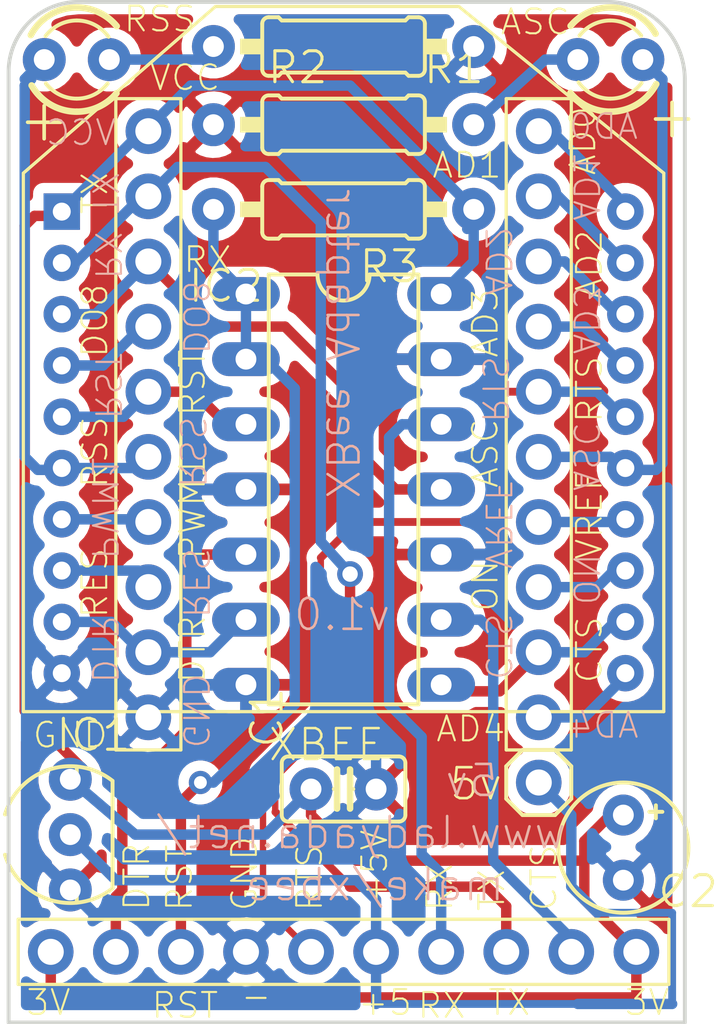
<source format=kicad_pcb>
(kicad_pcb (version 20171130) (host pcbnew "(5.1.0)-1")

  (general
    (thickness 1.6)
    (drawings 71)
    (tracks 205)
    (zones 0)
    (modules 14)
    (nets 28)
  )

  (page A4)
  (layers
    (0 Top signal)
    (31 Bottom signal)
    (33 F.Adhes user hide)
    (35 F.Paste user hide)
    (36 B.SilkS user)
    (37 F.SilkS user)
    (38 B.Mask user hide)
    (39 F.Mask user hide)
    (40 Dwgs.User user hide)
    (41 Cmts.User user hide)
    (42 Eco1.User user hide)
    (43 Eco2.User user hide)
    (44 Edge.Cuts user)
    (45 Margin user hide)
    (46 B.CrtYd user hide)
    (47 F.CrtYd user hide)
    (49 F.Fab user hide)
  )

  (setup
    (last_trace_width 0.25)
    (trace_clearance 0.2)
    (zone_clearance 0.508)
    (zone_45_only no)
    (trace_min 0.2)
    (via_size 0.8)
    (via_drill 0.4)
    (via_min_size 0.4)
    (via_min_drill 0.3)
    (uvia_size 0.3)
    (uvia_drill 0.1)
    (uvias_allowed no)
    (uvia_min_size 0.2)
    (uvia_min_drill 0.1)
    (edge_width 0.05)
    (segment_width 0.2)
    (pcb_text_width 0.3)
    (pcb_text_size 1.5 1.5)
    (mod_edge_width 0.12)
    (mod_text_size 1 1)
    (mod_text_width 0.15)
    (pad_size 1.524 1.524)
    (pad_drill 0.762)
    (pad_to_mask_clearance 0.051)
    (solder_mask_min_width 0.25)
    (aux_axis_origin 0 0)
    (visible_elements 7FFFFFFF)
    (pcbplotparams
      (layerselection 0x010fc_ffffffff)
      (usegerberextensions false)
      (usegerberattributes false)
      (usegerberadvancedattributes false)
      (creategerberjobfile false)
      (excludeedgelayer true)
      (linewidth 0.100000)
      (plotframeref false)
      (viasonmask false)
      (mode 1)
      (useauxorigin false)
      (hpglpennumber 1)
      (hpglpenspeed 20)
      (hpglpendiameter 15.000000)
      (psnegative false)
      (psa4output false)
      (plotreference true)
      (plotvalue true)
      (plotinvisibletext false)
      (padsonsilk false)
      (subtractmaskfromsilk false)
      (outputformat 1)
      (mirror false)
      (drillshape 1)
      (scaleselection 1)
      (outputdirectory ""))
  )

  (net 0 "")
  (net 1 GND)
  (net 2 VCC)
  (net 3 +5V)
  (net 4 N$2)
  (net 5 N$6)
  (net 6 N$7)
  (net 7 N$8)
  (net 8 RTS)
  (net 9 N$4)
  (net 10 N$5)
  (net 11 N$9)
  (net 12 N$10)
  (net 13 N$11)
  (net 14 N$12)
  (net 15 N$14)
  (net 16 N$15)
  (net 17 N$16)
  (net 18 N$17)
  (net 19 N$18)
  (net 20 N$19)
  (net 21 N$20)
  (net 22 N$1)
  (net 23 N$21)
  (net 24 TX)
  (net 25 N$13)
  (net 26 RESET)
  (net 27 N$3)

  (net_class Default "This is the default net class."
    (clearance 0.2)
    (trace_width 0.25)
    (via_dia 0.8)
    (via_drill 0.4)
    (uvia_dia 0.3)
    (uvia_drill 0.1)
    (add_net +5V)
    (add_net GND)
    (add_net N$1)
    (add_net N$10)
    (add_net N$11)
    (add_net N$12)
    (add_net N$13)
    (add_net N$14)
    (add_net N$15)
    (add_net N$16)
    (add_net N$17)
    (add_net N$18)
    (add_net N$19)
    (add_net N$2)
    (add_net N$20)
    (add_net N$21)
    (add_net N$3)
    (add_net N$4)
    (add_net N$5)
    (add_net N$6)
    (add_net N$7)
    (add_net N$8)
    (add_net N$9)
    (add_net RESET)
    (add_net RTS)
    (add_net TX)
    (add_net VCC)
  )

  (module xbee:XBEE (layer Top) (tedit 0) (tstamp 5CC1B61C)
    (at 148.3791 98.7806)
    (fp_text reference XBEE (at -3 16) (layer F.SilkS)
      (effects (font (size 1.2065 1.2065) (thickness 0.09652)) (justify left bottom))
    )
    (fp_text value XBEE (at 0 0) (layer F.SilkS) hide
      (effects (font (size 1.27 1.27) (thickness 0.15)))
    )
    (fp_line (start -12.5 -7) (end -12.5 14) (layer F.SilkS) (width 0.127))
    (fp_line (start -5 -13.5) (end -12.5 -7) (layer F.SilkS) (width 0.127))
    (fp_line (start 4.5 -13.5) (end -5 -13.5) (layer F.SilkS) (width 0.127))
    (fp_line (start 12.5 -7) (end 4.5 -13.5) (layer F.SilkS) (width 0.127))
    (fp_line (start 12.5 14) (end 12.5 -7) (layer F.SilkS) (width 0.127))
    (fp_line (start -12.5 14) (end 12.5 14) (layer F.SilkS) (width 0.127))
    (pad 20 thru_hole circle (at 11 -5.5) (size 1.4224 1.4224) (drill 0.7) (layers *.Cu *.Mask)
      (net 15 N$14) (solder_mask_margin 0.1016))
    (pad 19 thru_hole circle (at 11 -3.5) (size 1.4224 1.4224) (drill 0.7) (layers *.Cu *.Mask)
      (net 16 N$15) (solder_mask_margin 0.1016))
    (pad 18 thru_hole circle (at 11 -1.5) (size 1.4224 1.4224) (drill 0.7) (layers *.Cu *.Mask)
      (net 17 N$16) (solder_mask_margin 0.1016))
    (pad 17 thru_hole circle (at 11 0.5) (size 1.4224 1.4224) (drill 0.7) (layers *.Cu *.Mask)
      (net 18 N$17) (solder_mask_margin 0.1016))
    (pad 16 thru_hole circle (at 11 2.5) (size 1.4224 1.4224) (drill 0.7) (layers *.Cu *.Mask)
      (net 8 RTS) (solder_mask_margin 0.1016))
    (pad 15 thru_hole circle (at 11 4.5) (size 1.4224 1.4224) (drill 0.7) (layers *.Cu *.Mask)
      (net 11 N$9) (solder_mask_margin 0.1016))
    (pad 14 thru_hole circle (at 11 6.5) (size 1.4224 1.4224) (drill 0.7) (layers *.Cu *.Mask)
      (net 19 N$18) (solder_mask_margin 0.1016))
    (pad 13 thru_hole circle (at 11 8.5) (size 1.4224 1.4224) (drill 0.7) (layers *.Cu *.Mask)
      (net 20 N$19) (solder_mask_margin 0.1016))
    (pad 12 thru_hole circle (at 11 10.5) (size 1.4224 1.4224) (drill 0.7) (layers *.Cu *.Mask)
      (net 9 N$4) (solder_mask_margin 0.1016))
    (pad 11 thru_hole circle (at 11 12.5) (size 1.4224 1.4224) (drill 0.7) (layers *.Cu *.Mask)
      (net 21 N$20) (solder_mask_margin 0.1016))
    (pad 1 thru_hole rect (at -11 -5.5) (size 1.4224 1.4224) (drill 0.7) (layers *.Cu *.Mask)
      (net 2 VCC) (solder_mask_margin 0.1016))
    (pad 2 thru_hole circle (at -11 -3.5) (size 1.4224 1.4224) (drill 0.7) (layers *.Cu *.Mask)
      (net 24 TX) (solder_mask_margin 0.1016))
    (pad 3 thru_hole circle (at -11 -1.5) (size 1.4224 1.4224) (drill 0.7) (layers *.Cu *.Mask)
      (net 4 N$2) (solder_mask_margin 0.1016))
    (pad 4 thru_hole circle (at -11 0.5) (size 1.4224 1.4224) (drill 0.7) (layers *.Cu *.Mask)
      (net 5 N$6) (solder_mask_margin 0.1016))
    (pad 5 thru_hole circle (at -11 2.5) (size 1.4224 1.4224) (drill 0.7) (layers *.Cu *.Mask)
      (net 25 N$13) (solder_mask_margin 0.1016))
    (pad 6 thru_hole circle (at -11 4.5) (size 1.4224 1.4224) (drill 0.7) (layers *.Cu *.Mask)
      (net 6 N$7) (solder_mask_margin 0.1016))
    (pad 7 thru_hole circle (at -11 6.5) (size 1.4224 1.4224) (drill 0.7) (layers *.Cu *.Mask)
      (net 14 N$12) (solder_mask_margin 0.1016))
    (pad 8 thru_hole circle (at -11 8.5) (size 1.4224 1.4224) (drill 0.7) (layers *.Cu *.Mask)
      (net 13 N$11) (solder_mask_margin 0.1016))
    (pad 9 thru_hole circle (at -11 10.5) (size 1.4224 1.4224) (drill 0.7) (layers *.Cu *.Mask)
      (net 12 N$10) (solder_mask_margin 0.1016))
    (pad 10 thru_hole circle (at -11 12.5) (size 1.4224 1.4224) (drill 0.7) (layers *.Cu *.Mask)
      (net 1 GND) (solder_mask_margin 0.1016))
  )

  (module xbee:LED3MM (layer Top) (tedit 0) (tstamp 5CC1B639)
    (at 137.9651 87.3506)
    (descr "<B>LED</B><p>\n3 mm, round")
    (fp_text reference D1 (at 1.905 -0.381) (layer F.SilkS) hide
      (effects (font (size 1.2065 1.2065) (thickness 0.127)) (justify left bottom))
    )
    (fp_text value "" (at 1.905 1.651) (layer F.Fab)
      (effects (font (size 1.2065 1.2065) (thickness 0.12065)) (justify left bottom))
    )
    (fp_arc (start 0 0.000083) (end -2.032 0) (angle -31.60822) (layer F.Fab) (width 0.254))
    (fp_arc (start 0 0.000002) (end -2.032 0) (angle 28.301701) (layer F.Fab) (width 0.254))
    (fp_arc (start -0.000056 0) (end -1.7643 1.0082) (angle -60.255215) (layer F.SilkS) (width 0.254))
    (fp_arc (start 0.000037 0) (end 0 2.032) (angle -49.763022) (layer F.SilkS) (width 0.254))
    (fp_arc (start 0.00006 0) (end -1.7929 -0.9562) (angle 61.926949) (layer F.SilkS) (width 0.254))
    (fp_arc (start 0.000012 0) (end 0 -2.032) (angle 50.193108) (layer F.SilkS) (width 0.254))
    (fp_arc (start 0 0) (end 0 1.016) (angle -90) (layer F.Fab) (width 0.1524))
    (fp_arc (start 0 0) (end 0 0.635) (angle -90) (layer F.Fab) (width 0.1524))
    (fp_arc (start 0 0) (end -1.016 0) (angle 90) (layer F.Fab) (width 0.1524))
    (fp_arc (start 0 0) (end -0.635 0) (angle 90) (layer F.Fab) (width 0.1524))
    (fp_arc (start 0.000008 0) (end -1.203 0.9356) (angle -52.126876) (layer F.SilkS) (width 0.1524))
    (fp_arc (start -0.000008 0) (end 0 1.524) (angle -52.126876) (layer F.SilkS) (width 0.1524))
    (fp_arc (start 0 0) (end -1.2192 -0.9144) (angle 53.130102) (layer F.SilkS) (width 0.1524))
    (fp_arc (start -0.000034 0) (end 0 -1.524) (angle 54.461337) (layer F.SilkS) (width 0.1524))
    (fp_arc (start 0 -0.000004) (end 1.1708 0.9756) (angle -39.80361) (layer F.Fab) (width 0.1524))
    (fp_arc (start 0 0.000014) (end 1.1571 -0.9918) (angle 40.601165) (layer F.Fab) (width 0.1524))
    (fp_arc (start 0 0.000063) (end -1.524 0) (angle -41.633208) (layer F.Fab) (width 0.1524))
    (fp_arc (start 0 0.000004) (end -1.524 0) (angle 39.80361) (layer F.Fab) (width 0.1524))
    (fp_line (start 1.5748 1.27) (end 1.5748 -1.27) (layer F.Fab) (width 0.254))
    (pad K thru_hole circle (at 1.27 0) (size 1.6764 1.6764) (drill 0.8128) (layers *.Cu *.Mask)
      (net 7 N$8) (solder_mask_margin 0.1016))
    (pad A thru_hole circle (at -1.27 0) (size 1.6764 1.6764) (drill 0.8128) (layers *.Cu *.Mask)
      (net 6 N$7) (solder_mask_margin 0.1016))
  )

  (module xbee:0207_10 (layer Top) (tedit 0) (tstamp 5CC1B651)
    (at 148.3791 86.8426 180)
    (descr "<b>RESISTOR</b><p>\ntype 0207, grid 10 mm")
    (fp_text reference R1 (at -3.048 -1.524) (layer F.SilkS)
      (effects (font (size 1.2065 1.2065) (thickness 0.12065)) (justify left bottom))
    )
    (fp_text value 200 (at -2.2606 0.635) (layer F.Fab)
      (effects (font (size 1.2065 1.2065) (thickness 0.12065)) (justify right top))
    )
    (fp_poly (pts (xy -4.0386 0.3048) (xy -3.175 0.3048) (xy -3.175 -0.3048) (xy -4.0386 -0.3048)) (layer F.SilkS) (width 0))
    (fp_poly (pts (xy 3.175 0.3048) (xy 4.0386 0.3048) (xy 4.0386 -0.3048) (xy 3.175 -0.3048)) (layer F.SilkS) (width 0))
    (fp_line (start 3.175 0.889) (end 3.175 -0.889) (layer F.SilkS) (width 0.1524))
    (fp_line (start 2.921 1.143) (end 2.54 1.143) (layer F.SilkS) (width 0.1524))
    (fp_line (start 2.921 -1.143) (end 2.54 -1.143) (layer F.SilkS) (width 0.1524))
    (fp_line (start 2.413 1.016) (end -2.413 1.016) (layer F.SilkS) (width 0.1524))
    (fp_line (start 2.413 1.016) (end 2.54 1.143) (layer F.SilkS) (width 0.1524))
    (fp_line (start 2.413 -1.016) (end -2.413 -1.016) (layer F.SilkS) (width 0.1524))
    (fp_line (start 2.413 -1.016) (end 2.54 -1.143) (layer F.SilkS) (width 0.1524))
    (fp_line (start -2.413 1.016) (end -2.54 1.143) (layer F.SilkS) (width 0.1524))
    (fp_line (start -2.921 1.143) (end -2.54 1.143) (layer F.SilkS) (width 0.1524))
    (fp_line (start -2.413 -1.016) (end -2.54 -1.143) (layer F.SilkS) (width 0.1524))
    (fp_line (start -2.921 -1.143) (end -2.54 -1.143) (layer F.SilkS) (width 0.1524))
    (fp_line (start -3.175 0.889) (end -3.175 -0.889) (layer F.SilkS) (width 0.1524))
    (fp_arc (start 2.921 -0.889) (end 2.921 -1.143) (angle 90) (layer F.SilkS) (width 0.1524))
    (fp_arc (start 2.921 0.889) (end 2.921 1.143) (angle -90) (layer F.SilkS) (width 0.1524))
    (fp_arc (start -2.921 0.889) (end -3.175 0.889) (angle -90) (layer F.SilkS) (width 0.1524))
    (fp_arc (start -2.921 -0.889) (end -3.175 -0.889) (angle 90) (layer F.SilkS) (width 0.1524))
    (fp_line (start -5.08 0) (end -4.064 0) (layer F.Fab) (width 0.6096))
    (fp_line (start 5.08 0) (end 4.064 0) (layer F.Fab) (width 0.6096))
    (pad 2 thru_hole circle (at 5.08 0 180) (size 1.6764 1.6764) (drill 0.8128) (layers *.Cu *.Mask)
      (net 7 N$8) (solder_mask_margin 0.1016))
    (pad 1 thru_hole circle (at -5.08 0 180) (size 1.6764 1.6764) (drill 0.8128) (layers *.Cu *.Mask)
      (net 1 GND) (solder_mask_margin 0.1016))
  )

  (module xbee:C025-025X050 (layer Top) (tedit 0) (tstamp 5CC1B66A)
    (at 148.3791 115.7986)
    (descr "<b>CAPACITOR</b><p>\ngrid 2.5 mm, outline 2.5 x 5 mm")
    (fp_text reference C1 (at -2.286 -1.524 90) (layer F.SilkS)
      (effects (font (size 1.2065 1.2065) (thickness 0.12065)) (justify left bottom))
    )
    (fp_text value "" (at -2.286 2.794) (layer F.Fab)
      (effects (font (size 1.2065 1.2065) (thickness 0.12065)) (justify left bottom))
    )
    (fp_line (start -0.381 0) (end -0.762 0) (layer F.Fab) (width 0.1524))
    (fp_line (start -0.254 0) (end -0.381 0) (layer F.SilkS) (width 0.1524))
    (fp_line (start -0.254 0) (end -0.254 0.762) (layer F.SilkS) (width 0.254))
    (fp_line (start -0.254 -0.762) (end -0.254 0) (layer F.SilkS) (width 0.254))
    (fp_line (start 0.254 0) (end 0.254 0.762) (layer F.SilkS) (width 0.254))
    (fp_line (start 0.254 0) (end 0.254 -0.762) (layer F.SilkS) (width 0.254))
    (fp_line (start 0.381 0) (end 0.254 0) (layer F.SilkS) (width 0.1524))
    (fp_line (start 0.762 0) (end 0.381 0) (layer F.Fab) (width 0.1524))
    (fp_arc (start -2.159 1.016) (end -2.413 1.016) (angle -90) (layer F.SilkS) (width 0.1524))
    (fp_arc (start 2.159 1.016) (end 2.159 1.27) (angle -90) (layer F.SilkS) (width 0.1524))
    (fp_arc (start -2.159 -1.016) (end -2.413 -1.016) (angle 90) (layer F.SilkS) (width 0.1524))
    (fp_arc (start 2.159 -1.016) (end 2.159 -1.27) (angle 90) (layer F.SilkS) (width 0.1524))
    (fp_line (start -2.413 -1.016) (end -2.413 1.016) (layer F.SilkS) (width 0.1524))
    (fp_line (start 2.413 -1.016) (end 2.413 1.016) (layer F.SilkS) (width 0.1524))
    (fp_line (start 2.159 1.27) (end -2.159 1.27) (layer F.SilkS) (width 0.1524))
    (fp_line (start -2.159 -1.27) (end 2.159 -1.27) (layer F.SilkS) (width 0.1524))
    (pad 2 thru_hole circle (at 1.27 0) (size 1.6764 1.6764) (drill 0.8128) (layers *.Cu *.Mask)
      (net 1 GND) (solder_mask_margin 0.1016))
    (pad 1 thru_hole circle (at -1.27 0) (size 1.6764 1.6764) (drill 0.8128) (layers *.Cu *.Mask)
      (net 2 VCC) (solder_mask_margin 0.1016))
  )

  (module xbee:TO92 (layer Top) (tedit 0) (tstamp 5CC1B67F)
    (at 137.7111 117.5766 90)
    (descr "<b>VOLTAGE REGULATOR</b>")
    (fp_text reference IC1 (at 3.175 -0.635) (layer F.SilkS)
      (effects (font (size 1.2065 1.2065) (thickness 0.12065)) (justify left bottom))
    )
    (fp_text value "" (at 3.175 1.27 90) (layer F.Fab)
      (effects (font (size 1.2065 1.2065) (thickness 0.12065)) (justify left bottom))
    )
    (fp_arc (start 0 0) (end -0.7863 -2.5485) (angle 34.293591) (layer F.Fab) (width 0.1524))
    (fp_line (start 2.254 0.254) (end 2.655 0.254) (layer F.SilkS) (width 0.1524))
    (fp_line (start -2.655 0.254) (end -2.254 0.254) (layer F.SilkS) (width 0.1524))
    (fp_line (start -2.095 1.651) (end 2.095 1.651) (layer F.SilkS) (width 0.1524))
    (fp_arc (start 0.0005 0.000014) (end 0.7868 -2.5484) (angle 111.09954) (layer F.SilkS) (width 0.1524))
    (fp_arc (start 0 0.000003) (end -2.0946 1.651) (angle 111.098957) (layer F.SilkS) (width 0.1524))
    (pad 3 thru_hole circle (at 2.159 0 90) (size 1.6764 1.6764) (drill 0.8128) (layers *.Cu *.Mask)
      (net 2 VCC) (solder_mask_margin 0.1016))
    (pad 2 thru_hole circle (at 0 0 90) (size 1.6764 1.6764) (drill 0.8128) (layers *.Cu *.Mask)
      (net 3 +5V) (solder_mask_margin 0.1016))
    (pad 1 thru_hole circle (at -2.159 0 90) (size 1.6764 1.6764) (drill 0.8128) (layers *.Cu *.Mask)
      (net 1 GND) (solder_mask_margin 0.1016))
  )

  (module xbee:E2,5-5 (layer Top) (tedit 0) (tstamp 5CC1B68B)
    (at 159.3011 118.0846 270)
    (descr "<b>ELECTROLYTIC CAPACITOR</b><p>\ngrid 2.54 mm, diameter 5 mm")
    (fp_text reference C2 (at 2.413 -1.27) (layer F.SilkS)
      (effects (font (size 1.2065 1.2065) (thickness 0.12065)) (justify left bottom))
    )
    (fp_text value "" (at 2.413 2.413 90) (layer F.Fab)
      (effects (font (size 1.2065 1.2065) (thickness 0.12065)) (justify right top))
    )
    (fp_poly (pts (xy 0.254 1.27) (xy 0.762 1.27) (xy 0.762 -1.27) (xy 0.254 -1.27)) (layer F.Fab) (width 0))
    (fp_circle (center 0 0) (end 2.54 0) (layer F.SilkS) (width 0.1524))
    (fp_line (start 0.635 0) (end 1.651 0) (layer F.Fab) (width 0.1524))
    (fp_line (start -0.762 -1.27) (end -0.762 0) (layer F.Fab) (width 0.1524))
    (fp_line (start -0.254 -1.27) (end -0.762 -1.27) (layer F.Fab) (width 0.1524))
    (fp_line (start -0.254 1.27) (end -0.254 -1.27) (layer F.Fab) (width 0.1524))
    (fp_line (start -0.762 1.27) (end -0.254 1.27) (layer F.Fab) (width 0.1524))
    (fp_line (start -0.762 0) (end -0.762 1.27) (layer F.Fab) (width 0.1524))
    (fp_line (start -1.651 0) (end -0.762 0) (layer F.Fab) (width 0.1524))
    (fp_line (start -1.397 -1.27) (end -1.397 -1.524) (layer F.SilkS) (width 0.1524))
    (fp_line (start -1.397 -1.27) (end -1.143 -1.27) (layer F.SilkS) (width 0.1524))
    (fp_line (start -1.397 -1.016) (end -1.397 -1.27) (layer F.SilkS) (width 0.1524))
    (fp_line (start -1.651 -1.27) (end -1.397 -1.27) (layer F.SilkS) (width 0.1524))
    (pad + thru_hole circle (at -1.27 0 270) (size 1.6002 1.6002) (drill 0.8128) (layers *.Cu *.Mask)
      (net 2 VCC) (solder_mask_margin 0.1016))
    (pad - thru_hole circle (at 1.27 0 270) (size 1.6002 1.6002) (drill 0.8128) (layers *.Cu *.Mask)
      (net 1 GND) (solder_mask_margin 0.1016))
  )

  (module xbee:DIL14 (layer Top) (tedit 0) (tstamp 5CC1B69D)
    (at 148.3791 104.1146 270)
    (descr "<b>Dual In Line Package</b>")
    (fp_text reference IC2 (at -8.636 3.048) (layer F.SilkS)
      (effects (font (size 1.2065 1.2065) (thickness 0.12065)) (justify right top))
    )
    (fp_text value 74LS125N (at -6.731 0.635 90) (layer F.Fab)
      (effects (font (size 1.2065 1.2065) (thickness 0.12065)) (justify right top))
    )
    (fp_arc (start -8.382 0) (end -8.382 -1.016) (angle 180) (layer F.SilkS) (width 0.1524))
    (fp_line (start -8.382 2.921) (end -8.382 1.016) (layer F.SilkS) (width 0.1524))
    (fp_line (start -8.382 -2.921) (end -8.382 -1.016) (layer F.SilkS) (width 0.1524))
    (fp_line (start 8.382 -2.921) (end 8.382 2.921) (layer F.SilkS) (width 0.1524))
    (fp_line (start -8.382 2.921) (end 8.382 2.921) (layer F.SilkS) (width 0.1524))
    (fp_line (start 8.382 -2.921) (end -8.382 -2.921) (layer F.SilkS) (width 0.1524))
    (pad 14 thru_hole oval (at -7.62 -3.81) (size 2.6416 1.3208) (drill 0.8128) (layers *.Cu *.Mask)
      (net 2 VCC) (solder_mask_margin 0.1016))
    (pad 13 thru_hole oval (at -5.08 -3.81) (size 2.6416 1.3208) (drill 0.8128) (layers *.Cu *.Mask)
      (net 1 GND) (solder_mask_margin 0.1016))
    (pad 12 thru_hole oval (at -2.54 -3.81) (size 2.6416 1.3208) (drill 0.8128) (layers *.Cu *.Mask)
      (net 22 N$1) (solder_mask_margin 0.1016))
    (pad 11 thru_hole oval (at 0 -3.81) (size 2.6416 1.3208) (drill 0.8128) (layers *.Cu *.Mask)
      (net 4 N$2) (solder_mask_margin 0.1016))
    (pad 10 thru_hole oval (at 2.54 -3.81) (size 2.6416 1.3208) (drill 0.8128) (layers *.Cu *.Mask)
      (net 1 GND) (solder_mask_margin 0.1016))
    (pad 9 thru_hole oval (at 5.08 -3.81) (size 2.6416 1.3208) (drill 0.8128) (layers *.Cu *.Mask)
      (net 23 N$21) (solder_mask_margin 0.1016))
    (pad 5 thru_hole oval (at 2.54 3.81) (size 2.6416 1.3208) (drill 0.8128) (layers *.Cu *.Mask)
      (net 27 N$3) (solder_mask_margin 0.1016))
    (pad 6 thru_hole oval (at 5.08 3.81) (size 2.6416 1.3208) (drill 0.8128) (layers *.Cu *.Mask)
      (net 12 N$10) (solder_mask_margin 0.1016))
    (pad 4 thru_hole oval (at 0 3.81) (size 2.6416 1.3208) (drill 0.8128) (layers *.Cu *.Mask)
      (net 1 GND) (solder_mask_margin 0.1016))
    (pad 3 thru_hole oval (at -2.54 3.81) (size 2.6416 1.3208) (drill 0.8128) (layers *.Cu *.Mask)
      (net 25 N$13) (solder_mask_margin 0.1016))
    (pad 8 thru_hole oval (at 7.62 -3.81) (size 2.6416 1.3208) (drill 0.8128) (layers *.Cu *.Mask)
      (net 9 N$4) (solder_mask_margin 0.1016))
    (pad 7 thru_hole oval (at 7.62 3.81) (size 2.6416 1.3208) (drill 0.8128) (layers *.Cu *.Mask)
      (net 1 GND) (solder_mask_margin 0.1016))
    (pad 2 thru_hole oval (at -5.08 3.81) (size 2.6416 1.3208) (drill 0.8128) (layers *.Cu *.Mask)
      (net 26 RESET) (solder_mask_margin 0.1016))
    (pad 1 thru_hole oval (at -7.62 3.81) (size 2.6416 1.3208) (drill 0.8128) (layers *.Cu *.Mask)
      (net 26 RESET) (solder_mask_margin 0.1016))
  )

  (module xbee:LED3MM (layer Top) (tedit 0) (tstamp 5CC1B6B4)
    (at 158.7931 87.3506 180)
    (descr "<B>LED</B><p>\n3 mm, round")
    (fp_text reference D2 (at 1.905 -0.381 180) (layer F.SilkS) hide
      (effects (font (size 1.2065 1.2065) (thickness 0.127)) (justify right top))
    )
    (fp_text value "" (at 1.905 1.651) (layer F.Fab)
      (effects (font (size 1.2065 1.2065) (thickness 0.12065)) (justify right top))
    )
    (fp_arc (start 0 0.000083) (end -2.032 0) (angle -31.60822) (layer F.Fab) (width 0.254))
    (fp_arc (start 0 0.000002) (end -2.032 0) (angle 28.301701) (layer F.Fab) (width 0.254))
    (fp_arc (start -0.000056 0) (end -1.7643 1.0082) (angle -60.255215) (layer F.SilkS) (width 0.254))
    (fp_arc (start 0.000037 0) (end 0 2.032) (angle -49.763022) (layer F.SilkS) (width 0.254))
    (fp_arc (start 0.00006 0) (end -1.7929 -0.9562) (angle 61.926949) (layer F.SilkS) (width 0.254))
    (fp_arc (start 0.000012 0) (end 0 -2.032) (angle 50.193108) (layer F.SilkS) (width 0.254))
    (fp_arc (start 0 0) (end 0 1.016) (angle -90) (layer F.Fab) (width 0.1524))
    (fp_arc (start 0 0) (end 0 0.635) (angle -90) (layer F.Fab) (width 0.1524))
    (fp_arc (start 0 0) (end -1.016 0) (angle 90) (layer F.Fab) (width 0.1524))
    (fp_arc (start 0 0) (end -0.635 0) (angle 90) (layer F.Fab) (width 0.1524))
    (fp_arc (start 0.000008 0) (end -1.203 0.9356) (angle -52.126876) (layer F.SilkS) (width 0.1524))
    (fp_arc (start -0.000008 0) (end 0 1.524) (angle -52.126876) (layer F.SilkS) (width 0.1524))
    (fp_arc (start 0 0) (end -1.2192 -0.9144) (angle 53.130102) (layer F.SilkS) (width 0.1524))
    (fp_arc (start -0.000034 0) (end 0 -1.524) (angle 54.461337) (layer F.SilkS) (width 0.1524))
    (fp_arc (start 0 -0.000004) (end 1.1708 0.9756) (angle -39.80361) (layer F.Fab) (width 0.1524))
    (fp_arc (start 0 0.000014) (end 1.1571 -0.9918) (angle 40.601165) (layer F.Fab) (width 0.1524))
    (fp_arc (start 0 0.000063) (end -1.524 0) (angle -41.633208) (layer F.Fab) (width 0.1524))
    (fp_arc (start 0 0.000004) (end -1.524 0) (angle 39.80361) (layer F.Fab) (width 0.1524))
    (fp_line (start 1.5748 1.27) (end 1.5748 -1.27) (layer F.Fab) (width 0.254))
    (pad K thru_hole circle (at 1.27 0 180) (size 1.6764 1.6764) (drill 0.8128) (layers *.Cu *.Mask)
      (net 10 N$5) (solder_mask_margin 0.1016))
    (pad A thru_hole circle (at -1.27 0 180) (size 1.6764 1.6764) (drill 0.8128) (layers *.Cu *.Mask)
      (net 11 N$9) (solder_mask_margin 0.1016))
  )

  (module xbee:0207_10 (layer Top) (tedit 0) (tstamp 5CC1B6CC)
    (at 148.3791 89.8906)
    (descr "<b>RESISTOR</b><p>\ntype 0207, grid 10 mm")
    (fp_text reference R2 (at -3.048 -1.524) (layer F.SilkS)
      (effects (font (size 1.2065 1.2065) (thickness 0.12065)) (justify left bottom))
    )
    (fp_text value 200 (at -2.2606 0.635) (layer F.Fab)
      (effects (font (size 1.2065 1.2065) (thickness 0.12065)) (justify left bottom))
    )
    (fp_poly (pts (xy -4.0386 0.3048) (xy -3.175 0.3048) (xy -3.175 -0.3048) (xy -4.0386 -0.3048)) (layer F.SilkS) (width 0))
    (fp_poly (pts (xy 3.175 0.3048) (xy 4.0386 0.3048) (xy 4.0386 -0.3048) (xy 3.175 -0.3048)) (layer F.SilkS) (width 0))
    (fp_line (start 3.175 0.889) (end 3.175 -0.889) (layer F.SilkS) (width 0.1524))
    (fp_line (start 2.921 1.143) (end 2.54 1.143) (layer F.SilkS) (width 0.1524))
    (fp_line (start 2.921 -1.143) (end 2.54 -1.143) (layer F.SilkS) (width 0.1524))
    (fp_line (start 2.413 1.016) (end -2.413 1.016) (layer F.SilkS) (width 0.1524))
    (fp_line (start 2.413 1.016) (end 2.54 1.143) (layer F.SilkS) (width 0.1524))
    (fp_line (start 2.413 -1.016) (end -2.413 -1.016) (layer F.SilkS) (width 0.1524))
    (fp_line (start 2.413 -1.016) (end 2.54 -1.143) (layer F.SilkS) (width 0.1524))
    (fp_line (start -2.413 1.016) (end -2.54 1.143) (layer F.SilkS) (width 0.1524))
    (fp_line (start -2.921 1.143) (end -2.54 1.143) (layer F.SilkS) (width 0.1524))
    (fp_line (start -2.413 -1.016) (end -2.54 -1.143) (layer F.SilkS) (width 0.1524))
    (fp_line (start -2.921 -1.143) (end -2.54 -1.143) (layer F.SilkS) (width 0.1524))
    (fp_line (start -3.175 0.889) (end -3.175 -0.889) (layer F.SilkS) (width 0.1524))
    (fp_arc (start 2.921 -0.889) (end 2.921 -1.143) (angle 90) (layer F.SilkS) (width 0.1524))
    (fp_arc (start 2.921 0.889) (end 2.921 1.143) (angle -90) (layer F.SilkS) (width 0.1524))
    (fp_arc (start -2.921 0.889) (end -3.175 0.889) (angle -90) (layer F.SilkS) (width 0.1524))
    (fp_arc (start -2.921 -0.889) (end -3.175 -0.889) (angle 90) (layer F.SilkS) (width 0.1524))
    (fp_line (start -5.08 0) (end -4.064 0) (layer F.Fab) (width 0.6096))
    (fp_line (start 5.08 0) (end 4.064 0) (layer F.Fab) (width 0.6096))
    (pad 2 thru_hole circle (at 5.08 0) (size 1.6764 1.6764) (drill 0.8128) (layers *.Cu *.Mask)
      (net 10 N$5) (solder_mask_margin 0.1016))
    (pad 1 thru_hole circle (at -5.08 0) (size 1.6764 1.6764) (drill 0.8128) (layers *.Cu *.Mask)
      (net 1 GND) (solder_mask_margin 0.1016))
  )

  (module xbee:1X10-BIG (layer Top) (tedit 0) (tstamp 5CC1B6E5)
    (at 155.9991 101.5746 270)
    (fp_text reference U$3 (at -11.5062 -1.8288 270) (layer F.SilkS) hide
      (effects (font (size 1.2065 1.2065) (thickness 0.127)) (justify right top))
    )
    (fp_text value PINHD-1X10 (at -11.43 3.175 90) (layer F.Fab)
      (effects (font (size 1.2065 1.2065) (thickness 0.09652)) (justify right top))
    )
    (fp_poly (pts (xy 11.176 0.254) (xy 11.684 0.254) (xy 11.684 -0.254) (xy 11.176 -0.254)) (layer F.Fab) (width 0))
    (fp_poly (pts (xy 8.636 0.254) (xy 9.144 0.254) (xy 9.144 -0.254) (xy 8.636 -0.254)) (layer F.Fab) (width 0))
    (fp_poly (pts (xy 6.096 0.254) (xy 6.604 0.254) (xy 6.604 -0.254) (xy 6.096 -0.254)) (layer F.Fab) (width 0))
    (fp_poly (pts (xy -11.684 0.254) (xy -11.176 0.254) (xy -11.176 -0.254) (xy -11.684 -0.254)) (layer F.Fab) (width 0))
    (fp_poly (pts (xy -9.144 0.254) (xy -8.636 0.254) (xy -8.636 -0.254) (xy -9.144 -0.254)) (layer F.Fab) (width 0))
    (fp_poly (pts (xy -6.604 0.254) (xy -6.096 0.254) (xy -6.096 -0.254) (xy -6.604 -0.254)) (layer F.Fab) (width 0))
    (fp_poly (pts (xy -4.064 0.254) (xy -3.556 0.254) (xy -3.556 -0.254) (xy -4.064 -0.254)) (layer F.Fab) (width 0))
    (fp_poly (pts (xy -1.524 0.254) (xy -1.016 0.254) (xy -1.016 -0.254) (xy -1.524 -0.254)) (layer F.Fab) (width 0))
    (fp_poly (pts (xy 1.016 0.254) (xy 1.524 0.254) (xy 1.524 -0.254) (xy 1.016 -0.254)) (layer F.Fab) (width 0))
    (fp_poly (pts (xy 3.556 0.254) (xy 4.064 0.254) (xy 4.064 -0.254) (xy 3.556 -0.254)) (layer F.Fab) (width 0))
    (fp_line (start -12.7 1.27) (end -12.7 -1.27) (layer F.SilkS) (width 0.127))
    (fp_line (start 12.7 1.27) (end -12.7 1.27) (layer F.SilkS) (width 0.127))
    (fp_line (start 12.7 -1.27) (end 12.7 1.27) (layer F.SilkS) (width 0.127))
    (fp_line (start -12.7 -1.27) (end 12.7 -1.27) (layer F.SilkS) (width 0.127))
    (pad 10 thru_hole circle (at 11.43 0) (size 1.778 1.778) (drill 1.016) (layers *.Cu *.Mask)
      (net 21 N$20) (solder_mask_margin 0.1016))
    (pad 9 thru_hole circle (at 8.89 0) (size 1.778 1.778) (drill 1.016) (layers *.Cu *.Mask)
      (net 9 N$4) (solder_mask_margin 0.1016))
    (pad 8 thru_hole circle (at 6.35 0) (size 1.778 1.778) (drill 1.016) (layers *.Cu *.Mask)
      (net 20 N$19) (solder_mask_margin 0.1016))
    (pad 7 thru_hole circle (at 3.81 0) (size 1.778 1.778) (drill 1.016) (layers *.Cu *.Mask)
      (net 19 N$18) (solder_mask_margin 0.1016))
    (pad 6 thru_hole circle (at 1.27 0) (size 1.778 1.778) (drill 1.016) (layers *.Cu *.Mask)
      (net 11 N$9) (solder_mask_margin 0.1016))
    (pad 5 thru_hole circle (at -1.27 0) (size 1.778 1.778) (drill 1.016) (layers *.Cu *.Mask)
      (net 8 RTS) (solder_mask_margin 0.1016))
    (pad 4 thru_hole circle (at -3.81 0) (size 1.778 1.778) (drill 1.016) (layers *.Cu *.Mask)
      (net 18 N$17) (solder_mask_margin 0.1016))
    (pad 3 thru_hole circle (at -6.35 0) (size 1.778 1.778) (drill 1.016) (layers *.Cu *.Mask)
      (net 17 N$16) (solder_mask_margin 0.1016))
    (pad 2 thru_hole circle (at -8.89 0) (size 1.778 1.778) (drill 1.016) (layers *.Cu *.Mask)
      (net 16 N$15) (solder_mask_margin 0.1016))
    (pad 1 thru_hole circle (at -11.43 0) (size 1.778 1.778) (drill 1.016) (layers *.Cu *.Mask)
      (net 15 N$14) (solder_mask_margin 0.1016))
  )

  (module xbee:1X10-BIG (layer Top) (tedit 0) (tstamp 5CC1B700)
    (at 140.7591 101.5746 90)
    (fp_text reference U$4 (at -11.5062 -1.8288 90) (layer F.SilkS) hide
      (effects (font (size 1.2065 1.2065) (thickness 0.127)) (justify left bottom))
    )
    (fp_text value PINHD-1X10 (at -11.43 3.175 90) (layer F.Fab)
      (effects (font (size 1.2065 1.2065) (thickness 0.09652)) (justify left bottom))
    )
    (fp_poly (pts (xy 11.176 0.254) (xy 11.684 0.254) (xy 11.684 -0.254) (xy 11.176 -0.254)) (layer F.Fab) (width 0))
    (fp_poly (pts (xy 8.636 0.254) (xy 9.144 0.254) (xy 9.144 -0.254) (xy 8.636 -0.254)) (layer F.Fab) (width 0))
    (fp_poly (pts (xy 6.096 0.254) (xy 6.604 0.254) (xy 6.604 -0.254) (xy 6.096 -0.254)) (layer F.Fab) (width 0))
    (fp_poly (pts (xy -11.684 0.254) (xy -11.176 0.254) (xy -11.176 -0.254) (xy -11.684 -0.254)) (layer F.Fab) (width 0))
    (fp_poly (pts (xy -9.144 0.254) (xy -8.636 0.254) (xy -8.636 -0.254) (xy -9.144 -0.254)) (layer F.Fab) (width 0))
    (fp_poly (pts (xy -6.604 0.254) (xy -6.096 0.254) (xy -6.096 -0.254) (xy -6.604 -0.254)) (layer F.Fab) (width 0))
    (fp_poly (pts (xy -4.064 0.254) (xy -3.556 0.254) (xy -3.556 -0.254) (xy -4.064 -0.254)) (layer F.Fab) (width 0))
    (fp_poly (pts (xy -1.524 0.254) (xy -1.016 0.254) (xy -1.016 -0.254) (xy -1.524 -0.254)) (layer F.Fab) (width 0))
    (fp_poly (pts (xy 1.016 0.254) (xy 1.524 0.254) (xy 1.524 -0.254) (xy 1.016 -0.254)) (layer F.Fab) (width 0))
    (fp_poly (pts (xy 3.556 0.254) (xy 4.064 0.254) (xy 4.064 -0.254) (xy 3.556 -0.254)) (layer F.Fab) (width 0))
    (fp_line (start -12.7 1.27) (end -12.7 -1.27) (layer F.SilkS) (width 0.127))
    (fp_line (start 12.7 1.27) (end -12.7 1.27) (layer F.SilkS) (width 0.127))
    (fp_line (start 12.7 -1.27) (end 12.7 1.27) (layer F.SilkS) (width 0.127))
    (fp_line (start -12.7 -1.27) (end 12.7 -1.27) (layer F.SilkS) (width 0.127))
    (pad 10 thru_hole circle (at 11.43 0 180) (size 1.778 1.778) (drill 1.016) (layers *.Cu *.Mask)
      (net 2 VCC) (solder_mask_margin 0.1016))
    (pad 9 thru_hole circle (at 8.89 0 180) (size 1.778 1.778) (drill 1.016) (layers *.Cu *.Mask)
      (net 24 TX) (solder_mask_margin 0.1016))
    (pad 8 thru_hole circle (at 6.35 0 180) (size 1.778 1.778) (drill 1.016) (layers *.Cu *.Mask)
      (net 4 N$2) (solder_mask_margin 0.1016))
    (pad 7 thru_hole circle (at 3.81 0 180) (size 1.778 1.778) (drill 1.016) (layers *.Cu *.Mask)
      (net 5 N$6) (solder_mask_margin 0.1016))
    (pad 6 thru_hole circle (at 1.27 0 180) (size 1.778 1.778) (drill 1.016) (layers *.Cu *.Mask)
      (net 25 N$13) (solder_mask_margin 0.1016))
    (pad 5 thru_hole circle (at -1.27 0 180) (size 1.778 1.778) (drill 1.016) (layers *.Cu *.Mask)
      (net 6 N$7) (solder_mask_margin 0.1016))
    (pad 4 thru_hole circle (at -3.81 0 180) (size 1.778 1.778) (drill 1.016) (layers *.Cu *.Mask)
      (net 14 N$12) (solder_mask_margin 0.1016))
    (pad 3 thru_hole circle (at -6.35 0 180) (size 1.778 1.778) (drill 1.016) (layers *.Cu *.Mask)
      (net 13 N$11) (solder_mask_margin 0.1016))
    (pad 2 thru_hole circle (at -8.89 0 180) (size 1.778 1.778) (drill 1.016) (layers *.Cu *.Mask)
      (net 12 N$10) (solder_mask_margin 0.1016))
    (pad 1 thru_hole circle (at -11.43 0 180) (size 1.778 1.778) (drill 1.016) (layers *.Cu *.Mask)
      (net 1 GND) (solder_mask_margin 0.1016))
  )

  (module xbee:1X01 (layer Top) (tedit 0) (tstamp 5CC1B71B)
    (at 155.9991 115.5446)
    (descr "<b>PIN HEADER</b>")
    (fp_text reference JP3 (at -1.3462 -1.8288) (layer F.SilkS) hide
      (effects (font (size 1.2065 1.2065) (thickness 0.127)) (justify left bottom))
    )
    (fp_text value "" (at -1.27 3.175) (layer F.Fab)
      (effects (font (size 1.2065 1.2065) (thickness 0.09652)) (justify left bottom))
    )
    (fp_poly (pts (xy -0.254 0.254) (xy 0.254 0.254) (xy 0.254 -0.254) (xy -0.254 -0.254)) (layer F.Fab) (width 0))
    (fp_line (start 0.635 1.27) (end -0.635 1.27) (layer F.SilkS) (width 0.1524))
    (fp_line (start -1.27 0.635) (end -0.635 1.27) (layer F.SilkS) (width 0.1524))
    (fp_line (start -0.635 -1.27) (end -1.27 -0.635) (layer F.SilkS) (width 0.1524))
    (fp_line (start -1.27 -0.635) (end -1.27 0.635) (layer F.SilkS) (width 0.1524))
    (fp_line (start 1.27 0.635) (end 0.635 1.27) (layer F.SilkS) (width 0.1524))
    (fp_line (start 1.27 -0.635) (end 1.27 0.635) (layer F.SilkS) (width 0.1524))
    (fp_line (start 0.635 -1.27) (end 1.27 -0.635) (layer F.SilkS) (width 0.1524))
    (fp_line (start -0.635 -1.27) (end 0.635 -1.27) (layer F.SilkS) (width 0.1524))
    (pad 1 thru_hole circle (at 0 0) (size 1.778 1.778) (drill 1.016) (layers *.Cu *.Mask)
      (net 3 +5V) (solder_mask_margin 0.1016))
  )

  (module xbee:0207_10 (layer Top) (tedit 0) (tstamp 5CC1B728)
    (at 148.3791 93.1926 180)
    (descr "<b>RESISTOR</b><p>\ntype 0207, grid 10 mm")
    (fp_text reference R3 (at -3.048 -1.524) (layer F.SilkS)
      (effects (font (size 1.2065 1.2065) (thickness 0.12065)) (justify right top))
    )
    (fp_text value 10K (at -2.2606 0.635) (layer F.Fab)
      (effects (font (size 1.2065 1.2065) (thickness 0.12065)) (justify right top))
    )
    (fp_poly (pts (xy -4.0386 0.3048) (xy -3.175 0.3048) (xy -3.175 -0.3048) (xy -4.0386 -0.3048)) (layer F.SilkS) (width 0))
    (fp_poly (pts (xy 3.175 0.3048) (xy 4.0386 0.3048) (xy 4.0386 -0.3048) (xy 3.175 -0.3048)) (layer F.SilkS) (width 0))
    (fp_line (start 3.175 0.889) (end 3.175 -0.889) (layer F.SilkS) (width 0.1524))
    (fp_line (start 2.921 1.143) (end 2.54 1.143) (layer F.SilkS) (width 0.1524))
    (fp_line (start 2.921 -1.143) (end 2.54 -1.143) (layer F.SilkS) (width 0.1524))
    (fp_line (start 2.413 1.016) (end -2.413 1.016) (layer F.SilkS) (width 0.1524))
    (fp_line (start 2.413 1.016) (end 2.54 1.143) (layer F.SilkS) (width 0.1524))
    (fp_line (start 2.413 -1.016) (end -2.413 -1.016) (layer F.SilkS) (width 0.1524))
    (fp_line (start 2.413 -1.016) (end 2.54 -1.143) (layer F.SilkS) (width 0.1524))
    (fp_line (start -2.413 1.016) (end -2.54 1.143) (layer F.SilkS) (width 0.1524))
    (fp_line (start -2.921 1.143) (end -2.54 1.143) (layer F.SilkS) (width 0.1524))
    (fp_line (start -2.413 -1.016) (end -2.54 -1.143) (layer F.SilkS) (width 0.1524))
    (fp_line (start -2.921 -1.143) (end -2.54 -1.143) (layer F.SilkS) (width 0.1524))
    (fp_line (start -3.175 0.889) (end -3.175 -0.889) (layer F.SilkS) (width 0.1524))
    (fp_arc (start 2.921 -0.889) (end 2.921 -1.143) (angle 90) (layer F.SilkS) (width 0.1524))
    (fp_arc (start 2.921 0.889) (end 2.921 1.143) (angle -90) (layer F.SilkS) (width 0.1524))
    (fp_arc (start -2.921 0.889) (end -3.175 0.889) (angle -90) (layer F.SilkS) (width 0.1524))
    (fp_arc (start -2.921 -0.889) (end -3.175 -0.889) (angle 90) (layer F.SilkS) (width 0.1524))
    (fp_line (start -5.08 0) (end -4.064 0) (layer F.Fab) (width 0.6096))
    (fp_line (start 5.08 0) (end 4.064 0) (layer F.Fab) (width 0.6096))
    (pad 2 thru_hole circle (at 5.08 0 180) (size 1.6764 1.6764) (drill 0.8128) (layers *.Cu *.Mask)
      (net 26 RESET) (solder_mask_margin 0.1016))
    (pad 1 thru_hole circle (at -5.08 0 180) (size 1.6764 1.6764) (drill 0.8128) (layers *.Cu *.Mask)
      (net 2 VCC) (solder_mask_margin 0.1016))
  )

  (module xbee:1X10-BIG (layer Top) (tedit 0) (tstamp 5CC1B741)
    (at 148.3791 122.1486 180)
    (fp_text reference U$1 (at -11.5062 -1.8288 180) (layer F.SilkS) hide
      (effects (font (size 1.2065 1.2065) (thickness 0.127)) (justify right top))
    )
    (fp_text value PINHD-1X10 (at -11.43 3.175) (layer F.Fab)
      (effects (font (size 1.2065 1.2065) (thickness 0.09652)) (justify right top))
    )
    (fp_poly (pts (xy 11.176 0.254) (xy 11.684 0.254) (xy 11.684 -0.254) (xy 11.176 -0.254)) (layer F.Fab) (width 0))
    (fp_poly (pts (xy 8.636 0.254) (xy 9.144 0.254) (xy 9.144 -0.254) (xy 8.636 -0.254)) (layer F.Fab) (width 0))
    (fp_poly (pts (xy 6.096 0.254) (xy 6.604 0.254) (xy 6.604 -0.254) (xy 6.096 -0.254)) (layer F.Fab) (width 0))
    (fp_poly (pts (xy -11.684 0.254) (xy -11.176 0.254) (xy -11.176 -0.254) (xy -11.684 -0.254)) (layer F.Fab) (width 0))
    (fp_poly (pts (xy -9.144 0.254) (xy -8.636 0.254) (xy -8.636 -0.254) (xy -9.144 -0.254)) (layer F.Fab) (width 0))
    (fp_poly (pts (xy -6.604 0.254) (xy -6.096 0.254) (xy -6.096 -0.254) (xy -6.604 -0.254)) (layer F.Fab) (width 0))
    (fp_poly (pts (xy -4.064 0.254) (xy -3.556 0.254) (xy -3.556 -0.254) (xy -4.064 -0.254)) (layer F.Fab) (width 0))
    (fp_poly (pts (xy -1.524 0.254) (xy -1.016 0.254) (xy -1.016 -0.254) (xy -1.524 -0.254)) (layer F.Fab) (width 0))
    (fp_poly (pts (xy 1.016 0.254) (xy 1.524 0.254) (xy 1.524 -0.254) (xy 1.016 -0.254)) (layer F.Fab) (width 0))
    (fp_poly (pts (xy 3.556 0.254) (xy 4.064 0.254) (xy 4.064 -0.254) (xy 3.556 -0.254)) (layer F.Fab) (width 0))
    (fp_line (start -12.7 1.27) (end -12.7 -1.27) (layer F.SilkS) (width 0.127))
    (fp_line (start 12.7 1.27) (end -12.7 1.27) (layer F.SilkS) (width 0.127))
    (fp_line (start 12.7 -1.27) (end 12.7 1.27) (layer F.SilkS) (width 0.127))
    (fp_line (start -12.7 -1.27) (end 12.7 -1.27) (layer F.SilkS) (width 0.127))
    (pad 10 thru_hole circle (at 11.43 0 270) (size 1.778 1.778) (drill 1.016) (layers *.Cu *.Mask)
      (net 2 VCC) (solder_mask_margin 0.1016))
    (pad 9 thru_hole circle (at 8.89 0 270) (size 1.778 1.778) (drill 1.016) (layers *.Cu *.Mask)
      (net 27 N$3) (solder_mask_margin 0.1016))
    (pad 8 thru_hole circle (at 6.35 0 270) (size 1.778 1.778) (drill 1.016) (layers *.Cu *.Mask)
      (net 26 RESET) (solder_mask_margin 0.1016))
    (pad 7 thru_hole circle (at 3.81 0 270) (size 1.778 1.778) (drill 1.016) (layers *.Cu *.Mask)
      (net 1 GND) (solder_mask_margin 0.1016))
    (pad 6 thru_hole circle (at 1.27 0 270) (size 1.778 1.778) (drill 1.016) (layers *.Cu *.Mask)
      (net 8 RTS) (solder_mask_margin 0.1016))
    (pad 5 thru_hole circle (at -1.27 0 270) (size 1.778 1.778) (drill 1.016) (layers *.Cu *.Mask)
      (net 3 +5V) (solder_mask_margin 0.1016))
    (pad 4 thru_hole circle (at -3.81 0 270) (size 1.778 1.778) (drill 1.016) (layers *.Cu *.Mask)
      (net 22 N$1) (solder_mask_margin 0.1016))
    (pad 3 thru_hole circle (at -6.35 0 270) (size 1.778 1.778) (drill 1.016) (layers *.Cu *.Mask)
      (net 24 TX) (solder_mask_margin 0.1016))
    (pad 2 thru_hole circle (at -8.89 0 270) (size 1.778 1.778) (drill 1.016) (layers *.Cu *.Mask)
      (net 23 N$21) (solder_mask_margin 0.1016))
    (pad 1 thru_hole circle (at -11.43 0 270) (size 1.778 1.778) (drill 1.016) (layers *.Cu *.Mask)
      (net 2 VCC) (solder_mask_margin 0.1016))
  )

  (gr_line (start 135.3031 124.9046) (end 161.6991 124.9046) (layer Edge.Cuts) (width 0.15) (tstamp 12374D40))
  (gr_line (start 161.6991 124.9046) (end 161.6991 88.1247) (layer Edge.Cuts) (width 0.15) (tstamp 123742A0))
  (gr_arc (start 158.677 88.1247) (end 161.6991 88.1247) (angle -90) (layer Edge.Cuts) (width 0.15) (tstamp 12373A80))
  (gr_line (start 158.677 85.1026) (end 138.0254 85.1026) (layer Edge.Cuts) (width 0.15) (tstamp 123756A0))
  (gr_arc (start 138.025599 87.8251) (end 138.0254 85.1026) (angle -89.991582) (layer Edge.Cuts) (width 0.15) (tstamp 12374DE0))
  (gr_line (start 135.3031 87.8249) (end 135.3031 124.9046) (layer Edge.Cuts) (width 0.15) (tstamp 12374700))
  (gr_text GND (at 145.0771 120.6246 90) (layer F.SilkS) (tstamp 12375100)
    (effects (font (size 0.9652 0.9652) (thickness 0.08128)) (justify left bottom))
  )
  (gr_text +5V (at 150.1571 120.3706 90) (layer F.SilkS) (tstamp 12375880)
    (effects (font (size 0.9652 0.9652) (thickness 0.08128)) (justify left bottom))
  )
  (gr_text TX (at 154.7291 120.6246 90) (layer F.SilkS) (tstamp 12375920)
    (effects (font (size 0.9652 0.9652) (thickness 0.08128)) (justify left bottom))
  )
  (gr_text RX (at 152.6971 120.6246 90) (layer F.SilkS) (tstamp 12375600)
    (effects (font (size 0.9652 0.9652) (thickness 0.08128)) (justify left bottom))
  )
  (gr_text RST (at 143.5531 123.6726) (layer F.SilkS) (tstamp 12374480)
    (effects (font (size 0.9652 0.9652) (thickness 0.08128)) (justify right top))
  )
  (gr_text CTS (at 156.7611 120.6246 90) (layer F.SilkS) (tstamp 123734E0)
    (effects (font (size 0.9652 0.9652) (thickness 0.08128)) (justify left bottom))
  )
  (gr_text RTS (at 147.6171 120.6246 90) (layer F.SilkS) (tstamp 123731C0)
    (effects (font (size 0.9652 0.9652) (thickness 0.08128)) (justify left bottom))
  )
  (gr_text 3V (at 159.3011 124.6886) (layer F.SilkS) (tstamp 12373760)
    (effects (font (size 0.9652 0.9652) (thickness 0.08128)) (justify left bottom))
  )
  (gr_text 5v (at 152.4431 116.3066) (layer F.SilkS) (tstamp 12375240)
    (effects (font (size 1.2065 1.2065) (thickness 0.1016)) (justify left bottom))
  )
  (gr_text AD4 (at 151.9351 114.0206) (layer F.SilkS) (tstamp 12373300)
    (effects (font (size 0.9652 0.9652) (thickness 0.08128)) (justify left bottom))
  )
  (gr_text CTS (at 158.5391 111.7346 90) (layer F.SilkS) (tstamp 12374020)
    (effects (font (size 0.9652 0.9652) (thickness 0.08128)) (justify left bottom))
  )
  (gr_text ON (at 154.4751 108.9406 90) (layer F.SilkS) (tstamp 12374660)
    (effects (font (size 0.9652 0.9652) (thickness 0.08128)) (justify left bottom))
  )
  (gr_text VREF (at 158.5391 106.9086 90) (layer F.SilkS) (tstamp 12375420)
    (effects (font (size 0.9652 0.9652) (thickness 0.08128)) (justify left bottom))
  )
  (gr_text ASC (at 154.4751 104.1146 90) (layer F.SilkS) (tstamp 123736C0)
    (effects (font (size 0.9652 0.9652) (thickness 0.08128)) (justify left bottom))
  )
  (gr_text RTS (at 158.5391 101.5746 90) (layer F.SilkS) (tstamp 12373800)
    (effects (font (size 0.9652 0.9652) (thickness 0.08128)) (justify left bottom))
  )
  (gr_text AD3 (at 154.4751 99.0346 90) (layer F.SilkS) (tstamp 123754C0)
    (effects (font (size 0.9652 0.9652) (thickness 0.08128)) (justify left bottom))
  )
  (gr_text AD2 (at 158.5391 96.7486 90) (layer F.SilkS) (tstamp 12373B20)
    (effects (font (size 0.9652 0.9652) (thickness 0.08128)) (justify left bottom))
  )
  (gr_text AD1 (at 154.6021 90.9066) (layer F.SilkS) (tstamp 12373D00)
    (effects (font (size 0.9652 0.9652) (thickness 0.08128)) (justify right top))
  )
  (gr_text AD0 (at 158.2851 91.9226 90) (layer F.SilkS) (tstamp 12373BC0)
    (effects (font (size 0.9652 0.9652) (thickness 0.08128)) (justify left bottom))
  )
  (gr_text ASC (at 157.2691 85.3186) (layer F.SilkS) (tstamp 12373DA0)
    (effects (font (size 0.9652 0.9652) (thickness 0.08128)) (justify right top))
  )
  (gr_text RSS (at 139.7431 86.3346) (layer F.SilkS) (tstamp 12373EE0)
    (effects (font (size 0.9652 0.9652) (thickness 0.08128)) (justify left bottom))
  )
  (gr_text GND (at 139.2351 113.1316) (layer F.SilkS) (tstamp 12374840)
    (effects (font (size 0.9652 0.9652) (thickness 0.08128)) (justify right top))
  )
  (gr_text DTR (at 143.0451 111.7346 90) (layer F.SilkS) (tstamp 12374160)
    (effects (font (size 0.9652 0.9652) (thickness 0.08128)) (justify left bottom))
  )
  (gr_text PWM1 (at 143.0451 106.9086 90) (layer F.SilkS) (tstamp 12374980)
    (effects (font (size 0.9652 0.9652) (thickness 0.08128)) (justify left bottom))
  )
  (gr_text RSS (at 139.2351 104.1146 90) (layer F.SilkS) (tstamp 123757E0)
    (effects (font (size 0.9652 0.9652) (thickness 0.08128)) (justify left bottom))
  )
  (gr_text RES (at 139.2351 109.1946 90) (layer F.SilkS) (tstamp 12374AC0)
    (effects (font (size 0.9652 0.9652) (thickness 0.08128)) (justify left bottom))
  )
  (gr_text RST (at 143.0451 101.3206 90) (layer F.SilkS) (tstamp 12374B60)
    (effects (font (size 0.9652 0.9652) (thickness 0.08128)) (justify left bottom))
  )
  (gr_text DO8 (at 139.2351 99.0346 90) (layer F.SilkS) (tstamp 12374CA0)
    (effects (font (size 0.9652 0.9652) (thickness 0.08128)) (justify left bottom))
  )
  (gr_text RX (at 144.0611 94.5896) (layer F.SilkS) (tstamp 12375060)
    (effects (font (size 0.9652 0.9652) (thickness 0.08128)) (justify right top))
  )
  (gr_text TX (at 139.2351 93.4466 90) (layer F.SilkS) (tstamp 12376AA0)
    (effects (font (size 0.9652 0.9652) (thickness 0.08128)) (justify left bottom))
  )
  (gr_text VCC (at 140.7591 88.6206) (layer F.SilkS) (tstamp 12377EA0)
    (effects (font (size 0.9652 0.9652) (thickness 0.08128)) (justify left bottom))
  )
  (gr_text + (at 160.0631 90.5256) (layer F.SilkS) (tstamp 12376780)
    (effects (font (size 1.6891 1.6891) (thickness 0.14224)) (justify left bottom))
  )
  (gr_text + (at 135.5521 90.6526) (layer F.SilkS) (tstamp 12375E20)
    (effects (font (size 1.6891 1.6891) (thickness 0.14224)) (justify left bottom))
  )
  (gr_text RX (at 153.2051 123.6726) (layer F.SilkS) (tstamp 12375EC0)
    (effects (font (size 0.9652 0.9652) (thickness 0.08128)) (justify right top))
  )
  (gr_text TX (at 153.9671 124.6886) (layer F.SilkS) (tstamp 123775E0)
    (effects (font (size 0.9652 0.9652) (thickness 0.08128)) (justify left bottom))
  )
  (gr_text - (at 144.3151 124.4346) (layer F.SilkS) (tstamp 123763C0)
    (effects (font (size 0.9652 0.9652) (thickness 0.08128)) (justify left bottom))
  )
  (gr_text +5 (at 148.8871 124.6886) (layer F.SilkS) (tstamp 12376320)
    (effects (font (size 0.9652 0.9652) (thickness 0.08128)) (justify left bottom))
  )
  (gr_text DTR (at 139.7431 117.8306 90) (layer F.SilkS) (tstamp 12377860)
    (effects (font (size 0.9652 0.9652) (thickness 0.08128)) (justify right top))
  )
  (gr_text RST (at 142.5371 120.6246 90) (layer F.SilkS) (tstamp 12377220)
    (effects (font (size 0.9652 0.9652) (thickness 0.08128)) (justify left bottom))
  )
  (gr_text 3V (at 135.9331 124.6886) (layer F.SilkS) (tstamp 123759C0)
    (effects (font (size 0.9652 0.9652) (thickness 0.08128)) (justify left bottom))
  )
  (gr_text 5v (at 154.4751 116.1796) (layer B.SilkS) (tstamp 123765A0)
    (effects (font (size 1.2065 1.2065) (thickness 0.1016)) (justify left bottom mirror))
  )
  (gr_text AD4 (at 157.1421 112.7506) (layer B.SilkS) (tstamp 12376C80)
    (effects (font (size 0.9652 0.9652) (thickness 0.08128)) (justify right top mirror))
  )
  (gr_text CTS (at 153.8401 111.6076 -90) (layer B.SilkS) (tstamp 12376BE0)
    (effects (font (size 0.9652 0.9652) (thickness 0.08128)) (justify left bottom mirror))
  )
  (gr_text ON (at 157.2691 108.6866 -90) (layer B.SilkS) (tstamp 12376460)
    (effects (font (size 0.9652 0.9652) (thickness 0.08128)) (justify left bottom mirror))
  )
  (gr_text VREF (at 153.8401 107.2896 -90) (layer B.SilkS) (tstamp 12377C20)
    (effects (font (size 0.9652 0.9652) (thickness 0.08128)) (justify left bottom mirror))
  )
  (gr_text ASC (at 157.2691 104.2416 -90) (layer B.SilkS) (tstamp 12377180)
    (effects (font (size 0.9652 0.9652) (thickness 0.08128)) (justify left bottom mirror))
  )
  (gr_text RTS (at 153.7131 101.5746 -90) (layer B.SilkS) (tstamp 12376F00)
    (effects (font (size 0.9652 0.9652) (thickness 0.08128)) (justify left bottom mirror))
  )
  (gr_text AD3 (at 157.2691 98.9076 -90) (layer B.SilkS) (tstamp 12375F60)
    (effects (font (size 0.9652 0.9652) (thickness 0.08128)) (justify left bottom mirror))
  )
  (gr_text AD2 (at 153.8401 96.6216 -90) (layer B.SilkS) (tstamp 12377720)
    (effects (font (size 0.9652 0.9652) (thickness 0.08128)) (justify left bottom mirror))
  )
  (gr_text AD1 (at 157.2691 93.7006 -90) (layer B.SilkS) (tstamp 12376D20)
    (effects (font (size 0.9652 0.9652) (thickness 0.08128)) (justify left bottom mirror))
  )
  (gr_text AD0 (at 159.9361 90.5256) (layer B.SilkS) (tstamp 12376000)
    (effects (font (size 0.9652 0.9652) (thickness 0.08128)) (justify left bottom mirror))
  )
  (gr_text GND (at 142.0291 114.2746 -90) (layer B.SilkS) (tstamp 12377360)
    (effects (font (size 0.9652 0.9652) (thickness 0.08128)) (justify left bottom mirror))
  )
  (gr_text DTR (at 138.4731 111.7346 -90) (layer B.SilkS) (tstamp 123779A0)
    (effects (font (size 0.9652 0.9652) (thickness 0.08128)) (justify left bottom mirror))
  )
  (gr_text PWM1 (at 138.4731 106.9086 -90) (layer B.SilkS) (tstamp 12376280)
    (effects (font (size 0.9652 0.9652) (thickness 0.08128)) (justify left bottom mirror))
  )
  (gr_text RSS (at 141.9021 104.1146 -90) (layer B.SilkS) (tstamp 12377A40)
    (effects (font (size 0.9652 0.9652) (thickness 0.08128)) (justify left bottom mirror))
  )
  (gr_text RES (at 142.0291 109.1946 -90) (layer B.SilkS) (tstamp 12377540)
    (effects (font (size 0.9652 0.9652) (thickness 0.08128)) (justify left bottom mirror))
  )
  (gr_text RST (at 138.6001 101.4476 -90) (layer B.SilkS) (tstamp 12377AE0)
    (effects (font (size 0.9652 0.9652) (thickness 0.08128)) (justify left bottom mirror))
  )
  (gr_text DO8 (at 142.0291 98.9076 -90) (layer B.SilkS) (tstamp 12377D60)
    (effects (font (size 0.9652 0.9652) (thickness 0.08128)) (justify left bottom mirror))
  )
  (gr_text RX (at 138.6001 95.9866 -90) (layer B.SilkS) (tstamp 1237A380)
    (effects (font (size 0.9652 0.9652) (thickness 0.08128)) (justify left bottom mirror))
  )
  (gr_text TX (at 139.6161 91.6686 -90) (layer B.SilkS) (tstamp 12378EE0)
    (effects (font (size 0.9652 0.9652) (thickness 0.08128)) (justify right top mirror))
  )
  (gr_text VCC (at 136.6951 89.6366) (layer B.SilkS) (tstamp 123786C0)
    (effects (font (size 0.9652 0.9652) (thickness 0.08128)) (justify right top mirror))
  )
  (gr_text www.ladyada.net/ (at 157.1421 118.2116) (layer B.SilkS) (tstamp 123784E0)
    (effects (font (size 1.2065 1.2065) (thickness 0.1016)) (justify left bottom mirror))
  )
  (gr_text make/xbee (at 154.7291 120.2436) (layer B.SilkS) (tstamp 12378760)
    (effects (font (size 1.2065 1.2065) (thickness 0.1016)) (justify left bottom mirror))
  )
  (gr_text "XBee Adapter" (at 149.0141 92.3036 -90) (layer B.SilkS) (tstamp 1237A7E0)
    (effects (font (size 1.2065 1.2065) (thickness 0.1016)) (justify right top mirror))
  )
  (gr_text v1.0 (at 150.2841 109.7026) (layer B.SilkS) (tstamp 12379200)
    (effects (font (size 1.2065 1.2065) (thickness 0.1016)) (justify left bottom mirror))
  )

  (segment (start 149.6491 115.7986) (end 149.6491 114.5286) (width 0.4064) (layer Bottom) (net 1) (tstamp 11EE9240))
  (segment (start 138.2191 115.0366) (end 137.7111 115.4176) (width 0.4064) (layer Top) (net 2) (tstamp 11EE9600))
  (segment (start 137.7111 115.4176) (end 140.2511 117.5766) (width 0.4064) (layer Bottom) (net 2) (tstamp 11EE82A0))
  (segment (start 147.1091 115.7986) (end 147.1091 116.8146) (width 0.4064) (layer Top) (net 2) (tstamp 11EE99C0))
  (segment (start 147.1091 116.8146) (end 148.8871 118.5926) (width 0.4064) (layer Top) (net 2) (tstamp 11EE8340))
  (segment (start 141.0131 90.1446) (end 140.7591 90.1446) (width 0.4064) (layer Bottom) (net 2) (tstamp 11EE9CE0))
  (segment (start 137.3791 93.2806) (end 140.5151 90.1446) (width 0.4064) (layer Bottom) (net 2) (tstamp 11EE8E80))
  (segment (start 140.5151 90.1446) (end 141.0131 90.1446) (width 0.4064) (layer Bottom) (net 2) (tstamp 11EE8840))
  (segment (start 153.4591 93.1926) (end 153.2051 93.9546) (width 0.4064) (layer Bottom) (net 2) (tstamp 11EE8B60))
  (segment (start 153.4591 95.2246) (end 152.1891 96.4946) (width 0.4064) (layer Bottom) (net 2) (tstamp 11EE97E0))
  (segment (start 153.4591 93.1926) (end 153.4591 95.2246) (width 0.4064) (layer Bottom) (net 2) (tstamp 11EE8C00))
  (segment (start 157.7771 120.1166) (end 159.8091 122.1486) (width 0.4064) (layer Top) (net 2) (tstamp 11EE9060))
  (segment (start 157.7771 118.5926) (end 157.7771 120.1166) (width 0.4064) (layer Top) (net 2) (tstamp 11EE9100))
  (segment (start 157.7771 118.5926) (end 157.7771 117.8306) (width 0.4064) (layer Top) (net 2) (tstamp 11EE91A0))
  (segment (start 157.7771 117.8306) (end 158.7931 116.8146) (width 0.4064) (layer Top) (net 2) (tstamp 11EE92E0))
  (segment (start 158.7931 116.8146) (end 159.3011 116.8146) (width 0.4064) (layer Top) (net 2) (tstamp 11EE9880))
  (segment (start 148.8871 118.5926) (end 157.7771 118.5926) (width 0.4064) (layer Top) (net 2) (tstamp 11EE94C0))
  (segment (start 141.0131 90.1446) (end 141.0131 89.7636) (width 0.4064) (layer Bottom) (net 2) (tstamp 11EE7E40))
  (segment (start 141.0131 89.7636) (end 142.4101 88.3666) (width 0.4064) (layer Bottom) (net 2) (tstamp 11EE9A60))
  (segment (start 142.4101 88.3666) (end 148.6331 88.3666) (width 0.4064) (layer Bottom) (net 2) (tstamp 11EE9C40))
  (segment (start 148.6331 88.3666) (end 153.4591 93.1926) (width 0.4064) (layer Bottom) (net 2) (tstamp 11EE9D80))
  (segment (start 135.9331 112.7506) (end 138.2191 115.0366) (width 0.4064) (layer Top) (net 2) (tstamp 11EE79E0))
  (segment (start 135.9331 93.8276) (end 135.9331 112.7506) (width 0.4064) (layer Top) (net 2) (tstamp 11EE7A80))
  (segment (start 137.5451 93.4466) (end 137.7111 93.4466) (width 0.4064) (layer Top) (net 2) (tstamp 11EE7F80))
  (segment (start 137.3791 93.2806) (end 137.5451 93.4466) (width 0.4064) (layer Top) (net 2) (tstamp 11EE80C0))
  (segment (start 136.3141 93.4466) (end 135.9331 93.8276) (width 0.4064) (layer Top) (net 2) (tstamp 11EEB7C0))
  (segment (start 137.5451 93.4466) (end 136.3141 93.4466) (width 0.4064) (layer Top) (net 2) (tstamp 11EEAF00))
  (segment (start 140.2511 117.5766) (end 145.3311 117.5766) (width 0.4064) (layer Bottom) (net 2) (tstamp 11EEA960))
  (segment (start 145.3311 117.5766) (end 147.1091 115.7986) (width 0.4064) (layer Bottom) (net 2) (tstamp 11EEB860))
  (segment (start 136.9491 123.9266) (end 136.9491 122.1486) (width 0.4064) (layer Top) (net 2) (tstamp 11EEA5A0))
  (segment (start 159.8091 123.9266) (end 136.9491 123.9266) (width 0.4064) (layer Top) (net 2) (tstamp 11EEB0E0))
  (segment (start 159.8091 122.1486) (end 159.8091 123.9266) (width 0.4064) (layer Top) (net 2) (tstamp 11EEBD60))
  (segment (start 155.9991 115.5446) (end 156.5071 116.0526) (width 0.3048) (layer Bottom) (net 3) (tstamp 11EEAB40))
  (segment (start 149.6491 124.1806) (end 149.6491 122.1486) (width 0.4064) (layer Bottom) (net 3) (tstamp 11EEB180))
  (segment (start 156.5071 116.0526) (end 157.2691 116.8146) (width 0.4064) (layer Bottom) (net 3) (tstamp 11EEA0A0))
  (segment (start 157.2691 116.8146) (end 157.2691 119.6086) (width 0.4064) (layer Bottom) (net 3) (tstamp 11EEA1E0))
  (segment (start 157.5231 124.1806) (end 149.6491 124.1806) (width 0.3048) (layer Bottom) (net 3) (tstamp 11EEB720))
  (segment (start 139.4891 119.3546) (end 137.7111 117.5766) (width 0.4064) (layer Bottom) (net 3) (tstamp 11EEAFA0))
  (segment (start 148.8871 119.3546) (end 139.4891 119.3546) (width 0.4064) (layer Bottom) (net 3) (tstamp 11EEA280))
  (segment (start 149.6491 120.1166) (end 148.8871 119.3546) (width 0.4064) (layer Bottom) (net 3) (tstamp 11EEA3C0))
  (segment (start 149.6491 122.1486) (end 149.6491 120.1166) (width 0.4064) (layer Bottom) (net 3) (tstamp 11EEBF40))
  (segment (start 157.2691 119.6086) (end 158.2851 120.6246) (width 0.4064) (layer Bottom) (net 3) (tstamp 11EEADC0))
  (segment (start 158.2851 120.6246) (end 161.2061 120.6246) (width 0.3048) (layer Bottom) (net 3) (tstamp 11EEB040))
  (segment (start 161.2061 120.6246) (end 161.2061 124.1806) (width 0.3048) (layer Bottom) (net 3) (tstamp 11EEBA40))
  (segment (start 161.2061 124.1806) (end 157.5231 124.1806) (width 0.4064) (layer Bottom) (net 3) (tstamp 11EEA6E0))
  (segment (start 152.1891 104.1146) (end 152.4431 104.1146) (width 0.4064) (layer Top) (net 4) (tstamp 11EEB220))
  (segment (start 150.4111 104.1146) (end 152.1891 104.1146) (width 0.4064) (layer Top) (net 4) (tstamp 11EEA500))
  (segment (start 138.7031 97.2806) (end 137.3791 97.2806) (width 0.4064) (layer Bottom) (net 4) (tstamp 11EEB2C0))
  (segment (start 140.7591 95.2246) (end 138.7031 97.2806) (width 0.4064) (layer Bottom) (net 4) (tstamp 11EEAC80))
  (segment (start 140.7591 95.2246) (end 143.2991 97.7646) (width 0.4064) (layer Top) (net 4) (tstamp 11EEBB80))
  (segment (start 143.2991 97.7646) (end 146.0931 97.7646) (width 0.4064) (layer Top) (net 4) (tstamp 11EEAA00))
  (segment (start 149.1411 102.8446) (end 150.4111 104.1146) (width 0.4064) (layer Top) (net 4) (tstamp 11EEB9A0))
  (segment (start 146.0931 97.7646) (end 149.1411 100.8126) (width 0.4064) (layer Top) (net 4) (tstamp 11EEBAE0))
  (segment (start 149.1411 100.8126) (end 149.1411 102.8446) (width 0.4064) (layer Top) (net 4) (tstamp 11EEA640))
  (segment (start 138.9891 99.2806) (end 137.3791 99.2806) (width 0.4064) (layer Bottom) (net 5) (tstamp 11EEB360))
  (segment (start 140.5051 97.7646) (end 138.9891 99.2806) (width 0.4064) (layer Bottom) (net 5) (tstamp 11EEABE0))
  (segment (start 141.0131 97.5106) (end 140.7591 97.5106) (width 0.4064) (layer Bottom) (net 5) (tstamp 11EEB400))
  (segment (start 140.7591 97.5106) (end 140.7591 97.7646) (width 0.4064) (layer Bottom) (net 5) (tstamp 11EEAE60))
  (segment (start 140.5051 97.5106) (end 140.5051 97.7646) (width 0.4064) (layer Bottom) (net 5) (tstamp 11EEB4A0))
  (segment (start 140.7591 97.5106) (end 140.5051 97.5106) (width 0.4064) (layer Bottom) (net 5) (tstamp 11EEB540))
  (segment (start 136.0601 87.9856) (end 135.9331 88.1126) (width 0.4064) (layer Bottom) (net 6) (tstamp 11EDC4A0))
  (segment (start 136.6951 87.3506) (end 136.0601 87.9856) (width 0.4064) (layer Bottom) (net 6) (tstamp 11EDB8C0))
  (segment (start 137.3071 103.3526) (end 137.3791 103.2806) (width 0.4064) (layer Bottom) (net 6) (tstamp 11EDB820))
  (segment (start 135.9331 102.8446) (end 136.4411 103.3526) (width 0.4064) (layer Bottom) (net 6) (tstamp 11EDCE00))
  (segment (start 136.4411 103.3526) (end 137.3071 103.3526) (width 0.4064) (layer Bottom) (net 6) (tstamp 11EDB6E0))
  (segment (start 137.3791 103.2806) (end 140.3231 103.2806) (width 0.4064) (layer Bottom) (net 6) (tstamp 11EDCC20))
  (segment (start 140.3231 103.2806) (end 140.7591 102.8446) (width 0.4064) (layer Bottom) (net 6) (tstamp 11EDC540))
  (segment (start 136.0601 87.9856) (end 136.1871 88.1126) (width 0.4064) (layer Bottom) (net 6) (tstamp 11EDB640))
  (segment (start 135.9331 88.3666) (end 135.9331 102.8446) (width 0.4064) (layer Bottom) (net 6) (tstamp 11EDB780))
  (segment (start 136.1871 88.1126) (end 135.9331 88.3666) (width 0.4064) (layer Bottom) (net 6) (tstamp 11EDB320))
  (segment (start 143.0451 87.3506) (end 143.2991 86.8426) (width 0.4064) (layer Bottom) (net 7) (tstamp 11EDB960))
  (segment (start 139.2351 87.3506) (end 143.0451 87.3506) (width 0.4064) (layer Bottom) (net 7) (tstamp 11EDCCC0))
  (segment (start 159.3011 101.3206) (end 159.3411 101.2806) (width 0.4064) (layer Bottom) (net 8) (tstamp 11EDC220))
  (segment (start 159.3411 101.2806) (end 159.3791 101.2806) (width 0.4064) (layer Bottom) (net 8) (tstamp 11EDB460))
  (segment (start 155.9991 100.3046) (end 158.2851 100.3046) (width 0.4064) (layer Bottom) (net 8) (tstamp 11EDBDC0))
  (segment (start 158.2851 100.3046) (end 159.3011 101.3206) (width 0.4064) (layer Bottom) (net 8) (tstamp 11EDBAA0))
  (segment (start 154.2211 100.5586) (end 154.4751 100.3046) (width 0.4064) (layer Top) (net 8) (tstamp 11EDC2C0))
  (segment (start 154.4751 100.3046) (end 155.9991 100.3046) (width 0.3048) (layer Top) (net 8) (tstamp 11EDB500))
  (segment (start 148.8871 105.3846) (end 147.4901 106.7816) (width 0.3048) (layer Top) (net 8))
  (segment (start 153.9671 105.3846) (end 148.8871 105.3846) (width 0.3048) (layer Top) (net 8))
  (segment (start 154.2211 100.5586) (end 154.2211 105.1306) (width 0.3048) (layer Top) (net 8))
  (segment (start 154.2211 105.1306) (end 153.9671 105.3846) (width 0.3048) (layer Top) (net 8))
  (segment (start 146.220101 121.259601) (end 147.1091 122.1486) (width 0.25) (layer Top) (net 8))
  (segment (start 147.4901 106.7816) (end 147.4901 108.1201) (width 0.25) (layer Top) (net 8))
  (segment (start 147.4901 108.1201) (end 147.955 108.585) (width 0.25) (layer Top) (net 8))
  (segment (start 147.955 108.585) (end 147.955 112.395) (width 0.25) (layer Top) (net 8))
  (segment (start 147.955 112.395) (end 145.234692 115.115308) (width 0.25) (layer Top) (net 8))
  (segment (start 145.234692 115.115308) (end 145.234692 120.274192) (width 0.25) (layer Top) (net 8))
  (segment (start 145.234692 120.274192) (end 146.220101 121.259601) (width 0.25) (layer Top) (net 8))
  (segment (start 152.4431 111.9886) (end 152.1891 111.7346) (width 0.4064) (layer Top) (net 9) (tstamp 11EDD4E0))
  (segment (start 154.4751 111.9886) (end 152.4431 111.9886) (width 0.4064) (layer Top) (net 9) (tstamp 11EDC5E0))
  (segment (start 155.9991 110.4646) (end 154.4751 111.9886) (width 0.4064) (layer Top) (net 9) (tstamp 11EDC040))
  (segment (start 159.0471 109.1946) (end 159.1331 109.2806) (width 0.4064) (layer Bottom) (net 9) (tstamp 11EDC680))
  (segment (start 159.1331 109.2806) (end 159.3791 109.2806) (width 0.4064) (layer Bottom) (net 9) (tstamp 11EDB0A0))
  (segment (start 155.9991 110.4646) (end 157.7771 110.4646) (width 0.4064) (layer Bottom) (net 9) (tstamp 11EDD800))
  (segment (start 157.7771 110.4646) (end 159.0471 109.1946) (width 0.4064) (layer Bottom) (net 9) (tstamp 11EDCB80))
  (segment (start 153.4591 89.8906) (end 156.2531 87.3506) (width 0.4064) (layer Bottom) (net 10) (tstamp 11EDC720))
  (segment (start 156.2531 87.3506) (end 157.5231 87.3506) (width 0.4064) (layer Bottom) (net 10) (tstamp 11EDC400))
  (segment (start 160.8251 88.1126) (end 160.0631 87.3506) (width 0.4064) (layer Bottom) (net 11) (tstamp 11EDD1C0))
  (segment (start 160.8251 103.0986) (end 160.8251 88.1126) (width 0.4064) (layer Bottom) (net 11) (tstamp 11EDD260))
  (segment (start 159.3791 103.2806) (end 159.4511 103.3526) (width 0.4064) (layer Bottom) (net 11) (tstamp 11EDD300))
  (segment (start 160.5711 103.3526) (end 160.8251 103.0986) (width 0.4064) (layer Bottom) (net 11) (tstamp 11EDD3A0))
  (segment (start 159.4511 103.3526) (end 160.5711 103.3526) (width 0.4064) (layer Bottom) (net 11) (tstamp 11EDD580))
  (segment (start 159.3011 103.3526) (end 159.3731 103.2806) (width 0.4064) (layer Bottom) (net 11) (tstamp 11EDD620))
  (segment (start 159.3731 103.2806) (end 159.3791 103.2806) (width 0.4064) (layer Bottom) (net 11) (tstamp 11EDD6C0))
  (segment (start 155.9991 102.8446) (end 158.7931 102.8446) (width 0.4064) (layer Bottom) (net 11) (tstamp 11EDB5A0))
  (segment (start 158.7931 102.8446) (end 159.3011 103.3526) (width 0.4064) (layer Bottom) (net 11) (tstamp 11EDB140))
  (segment (start 140.7591 110.4646) (end 140.5051 110.4646) (width 0.4064) (layer Bottom) (net 12) (tstamp 11EDE980))
  (segment (start 139.3211 109.2806) (end 137.3791 109.2806) (width 0.4064) (layer Bottom) (net 12) (tstamp 11EDE480))
  (segment (start 140.5051 110.4646) (end 139.3211 109.2806) (width 0.4064) (layer Bottom) (net 12) (tstamp 11EDE660))
  (segment (start 144.5691 109.0676) (end 144.5691 109.1946) (width 0.4064) (layer Bottom) (net 12) (tstamp 11EDF380))
  (segment (start 143.1721 110.4646) (end 140.7591 110.4646) (width 0.4064) (layer Bottom) (net 12) (tstamp 11EDE200))
  (segment (start 144.5691 109.0676) (end 143.1721 110.4646) (width 0.4064) (layer Bottom) (net 12) (tstamp 11EDD9E0))
  (segment (start 141.0131 107.9246) (end 140.7591 107.9246) (width 0.4064) (layer Bottom) (net 13) (tstamp 11EDEA20))
  (segment (start 140.3691 107.2806) (end 137.3791 107.2806) (width 0.4064) (layer Bottom) (net 13) (tstamp 11EDE520))
  (segment (start 141.0131 107.9246) (end 140.3691 107.2806) (width 0.4064) (layer Bottom) (net 13) (tstamp 11EDE700))
  (segment (start 140.6551 105.2806) (end 137.3791 105.2806) (width 0.4064) (layer Bottom) (net 14) (tstamp 11EDDD00))
  (segment (start 140.7591 105.3846) (end 140.6551 105.2806) (width 0.4064) (layer Bottom) (net 14) (tstamp 11EDF600))
  (segment (start 159.5551 93.1926) (end 159.4671 93.2806) (width 0.4064) (layer Bottom) (net 15) (tstamp 11EDD8A0))
  (segment (start 159.4671 93.2806) (end 159.3791 93.2806) (width 0.4064) (layer Bottom) (net 15) (tstamp 11EDFB00))
  (segment (start 155.9991 90.1446) (end 156.5071 90.1446) (width 0.4064) (layer Bottom) (net 15) (tstamp 11EDDA80))
  (segment (start 156.5071 90.1446) (end 159.5551 93.1926) (width 0.4064) (layer Bottom) (net 15) (tstamp 11EDFD80))
  (segment (start 159.3571 95.2806) (end 159.3791 95.2806) (width 0.4064) (layer Bottom) (net 16) (tstamp 11EDD940))
  (segment (start 155.9991 92.6846) (end 156.7611 92.6846) (width 0.4064) (layer Bottom) (net 16) (tstamp 11EDE7A0))
  (segment (start 156.7611 92.6846) (end 159.3571 95.2806) (width 0.4064) (layer Bottom) (net 16) (tstamp 11EDDDA0))
  (segment (start 159.3011 97.5106) (end 159.3791 97.4326) (width 0.4064) (layer Bottom) (net 17) (tstamp 11EDF9C0))
  (segment (start 159.3791 97.4326) (end 159.3791 97.2806) (width 0.4064) (layer Bottom) (net 17) (tstamp 11EDFBA0))
  (segment (start 155.9991 95.2246) (end 157.0151 95.2246) (width 0.4064) (layer Bottom) (net 17) (tstamp 11EDE0C0))
  (segment (start 157.0151 95.2246) (end 159.3011 97.5106) (width 0.4064) (layer Bottom) (net 17) (tstamp 11EDE160))
  (segment (start 159.3011 99.2886) (end 159.3091 99.2806) (width 0.4064) (layer Bottom) (net 18) (tstamp 11EDE8E0))
  (segment (start 159.3091 99.2806) (end 159.3791 99.2806) (width 0.4064) (layer Bottom) (net 18) (tstamp 11EDF240))
  (segment (start 155.9991 97.7646) (end 157.7771 97.7646) (width 0.4064) (layer Bottom) (net 18) (tstamp 11EDFA60))
  (segment (start 157.7771 97.7646) (end 159.3011 99.2886) (width 0.4064) (layer Bottom) (net 18) (tstamp 11EDFCE0))
  (segment (start 159.3011 105.1306) (end 159.3791 105.2086) (width 0.4064) (layer Bottom) (net 19) (tstamp 11EDF060))
  (segment (start 159.3791 105.2086) (end 159.3791 105.2806) (width 0.4064) (layer Bottom) (net 19) (tstamp 11EDE3E0))
  (segment (start 155.9991 105.3846) (end 159.0471 105.3846) (width 0.4064) (layer Bottom) (net 19) (tstamp 11EDEC00))
  (segment (start 159.0471 105.3846) (end 159.3011 105.1306) (width 0.4064) (layer Bottom) (net 19) (tstamp 11EDF2E0))
  (segment (start 159.0471 107.1626) (end 159.1651 107.2806) (width 0.4064) (layer Bottom) (net 20) (tstamp 11EDFF60))
  (segment (start 159.1651 107.2806) (end 159.3791 107.2806) (width 0.4064) (layer Bottom) (net 20) (tstamp 11EDF4C0))
  (segment (start 155.9991 107.9246) (end 158.2851 107.9246) (width 0.4064) (layer Bottom) (net 20) (tstamp 11EDF560))
  (segment (start 158.2851 107.9246) (end 159.0471 107.1626) (width 0.4064) (layer Bottom) (net 20) (tstamp 11EDF880))
  (segment (start 159.5011 111.2806) (end 159.5551 111.2266) (width 0.4064) (layer Bottom) (net 21) (tstamp 11EE0000))
  (segment (start 159.5011 111.2806) (end 159.3791 111.2806) (width 0.4064) (layer Bottom) (net 21) (tstamp 11EE1F40))
  (segment (start 155.9991 113.0046) (end 157.7771 113.0046) (width 0.4064) (layer Bottom) (net 21) (tstamp 11EE2760))
  (segment (start 157.7771 113.0046) (end 159.5011 111.2806) (width 0.4064) (layer Bottom) (net 21) (tstamp 11EE06E0))
  (segment (start 150.6651 101.5746) (end 152.1891 101.5746) (width 0.4064) (layer Bottom) (net 22) (tstamp 11EE2620))
  (segment (start 150.1571 102.0826) (end 150.6651 101.5746) (width 0.4064) (layer Bottom) (net 22) (tstamp 11EE1C20))
  (segment (start 150.1571 102.0826) (end 150.1571 112.4966) (width 0.4064) (layer Bottom) (net 22) (tstamp 11EE0BE0))
  (segment (start 150.1571 112.4966) (end 151.4271 113.7666) (width 0.4064) (layer Bottom) (net 22) (tstamp 11EE1FE0))
  (segment (start 151.4271 113.7666) (end 151.4271 118.3386) (width 0.4064) (layer Bottom) (net 22) (tstamp 11EE2800))
  (segment (start 151.4271 118.3386) (end 152.1891 119.1006) (width 0.4064) (layer Bottom) (net 22) (tstamp 11EE0780))
  (segment (start 152.1891 119.1006) (end 152.1891 122.1486) (width 0.4064) (layer Bottom) (net 22) (tstamp 11EE14A0))
  (segment (start 153.7131 109.1946) (end 152.1891 109.1946) (width 0.4064) (layer Bottom) (net 23) (tstamp 11EE1CC0))
  (segment (start 154.2211 109.7026) (end 153.7131 109.1946) (width 0.4064) (layer Bottom) (net 23) (tstamp 11EE0C80))
  (segment (start 154.2211 109.7026) (end 154.2211 118.5926) (width 0.4064) (layer Bottom) (net 23) (tstamp 11EE2080))
  (segment (start 154.2211 118.5926) (end 157.2691 121.6406) (width 0.4064) (layer Bottom) (net 23) (tstamp 11EE00A0))
  (segment (start 157.2691 121.6406) (end 157.2691 122.1486) (width 0.4064) (layer Bottom) (net 23) (tstamp 11EE0820))
  (segment (start 140.7591 92.6846) (end 140.5051 92.6846) (width 0.4064) (layer Bottom) (net 24) (tstamp 11EE1E00))
  (segment (start 137.9091 95.2806) (end 137.3791 95.2806) (width 0.4064) (layer Bottom) (net 24) (tstamp 11EE2300))
  (segment (start 140.5051 92.6846) (end 137.9091 95.2806) (width 0.4064) (layer Bottom) (net 24) (tstamp 11EE01E0))
  (segment (start 140.7591 92.6846) (end 140.8861 92.1766) (width 0.4064) (layer Bottom) (net 24) (tstamp 11EE23A0))
  (segment (start 148.6331 119.6086) (end 153.9671 119.6086) (width 0.4064) (layer Top) (net 24) (tstamp 11EE0F00))
  (segment (start 153.9671 119.6086) (end 154.7291 120.3706) (width 0.4064) (layer Top) (net 24) (tstamp 11EE0D20))
  (segment (start 154.7291 120.3706) (end 154.7291 122.1486) (width 0.4064) (layer Top) (net 24) (tstamp 11EE0DC0))
  (segment (start 147.4901 106.1466) (end 148.6331 107.4166) (width 0.4064) (layer Bottom) (net 24) (tstamp 11EE1720))
  (segment (start 147.4901 106.1466) (end 147.4901 93.7006) (width 0.4064) (layer Bottom) (net 24) (tstamp 11EE1400))
  (segment (start 147.4901 93.7006) (end 145.3311 91.5416) (width 0.4064) (layer Bottom) (net 24) (tstamp 11EE0A00))
  (segment (start 145.3311 91.5416) (end 141.9021 91.5416) (width 0.4064) (layer Bottom) (net 24) (tstamp 11EE1B80))
  (segment (start 141.9021 91.5416) (end 140.7591 92.6846) (width 0.4064) (layer Bottom) (net 24) (tstamp 11EE0280))
  (segment (start 148.6331 111.0996) (end 148.6331 111.2266) (width 0.3048) (layer Top) (net 24) (tstamp 11EE1AE0))
  (via (at 148.6331 107.4166) (size 1.0064) (drill 0.6) (layers Top Bottom) (net 24) (tstamp 11EE1220))
  (segment (start 148.6331 107.4166) (end 148.6331 111.0996) (width 0.4064) (layer Top) (net 24))
  (segment (start 148.6331 112.395) (end 145.7121 115.316) (width 0.3048) (layer Top) (net 24))
  (segment (start 148.6331 111.0996) (end 148.6331 111.76) (width 0.3048) (layer Top) (net 24))
  (segment (start 145.719076 116.694576) (end 148.6331 119.6086) (width 0.3048) (layer Top) (net 24))
  (segment (start 148.6331 111.76) (end 148.6331 112.3519) (width 0.25) (layer Top) (net 24))
  (segment (start 145.7121 116.6876) (end 145.719076 116.694576) (width 0.25) (layer Top) (net 24))
  (segment (start 145.7121 115.316) (end 145.7121 116.6876) (width 0.25) (layer Top) (net 24))
  (segment (start 139.7831 101.2806) (end 137.3791 101.2806) (width 0.4064) (layer Bottom) (net 25) (tstamp 11EE0B40))
  (segment (start 140.7591 100.3046) (end 139.7831 101.2806) (width 0.4064) (layer Bottom) (net 25) (tstamp 11EE03C0))
  (segment (start 142.5371 100.3046) (end 140.7591 100.3046) (width 0.4064) (layer Top) (net 25) (tstamp 11EE0E60))
  (segment (start 143.8071 101.5746) (end 142.5371 100.3046) (width 0.4064) (layer Top) (net 25) (tstamp 11EE1540))
  (segment (start 144.5691 101.5746) (end 143.8071 101.5746) (width 0.4064) (layer Top) (net 25) (tstamp 11EE2580))
  (segment (start 142.7911 115.5446) (end 142.0291 116.3066) (width 0.4064) (layer Top) (net 26) (tstamp 11EE1680))
  (segment (start 142.0291 116.3066) (end 142.0291 122.1486) (width 0.4064) (layer Top) (net 26) (tstamp 11EE05A0))
  (segment (start 143.2991 115.5446) (end 142.7911 115.5446) (width 0.4064) (layer Bottom) (net 26) (tstamp 11EE15E0))
  (segment (start 146.4741 112.4966) (end 143.2991 115.5446) (width 0.4064) (layer Bottom) (net 26) (tstamp 11EE12C0))
  (segment (start 146.4741 100.1776) (end 146.4741 112.4966) (width 0.4064) (layer Bottom) (net 26) (tstamp 11EE1860))
  (segment (start 145.2041 98.9076) (end 146.4741 100.1776) (width 0.4064) (layer Bottom) (net 26) (tstamp 11EE0640))
  (segment (start 144.6961 98.9076) (end 145.2041 98.9076) (width 0.4064) (layer Bottom) (net 26) (tstamp 11EE1360))
  (segment (start 144.5691 99.0346) (end 144.6961 98.9076) (width 0.4064) (layer Bottom) (net 26) (tstamp 11EE4380))
  (segment (start 144.5691 99.0346) (end 144.0611 99.0346) (width 0.4064) (layer Bottom) (net 26) (tstamp 11EE38E0))
  (segment (start 143.2991 93.1926) (end 143.2991 93.0656) (width 0.4064) (layer Bottom) (net 26) (tstamp 11EE2940))
  (segment (start 144.5691 96.4946) (end 143.2991 95.2246) (width 0.4064) (layer Bottom) (net 26) (tstamp 11EE29E0))
  (segment (start 143.2991 95.2246) (end 143.2991 93.1926) (width 0.4064) (layer Bottom) (net 26) (tstamp 11EE4CE0))
  (segment (start 144.5691 99.0346) (end 144.5691 96.4946) (width 0.4064) (layer Bottom) (net 26) (tstamp 11EE3700))
  (via (at 142.7911 115.5446) (size 0.9064) (drill 0.5) (layers Top Bottom) (net 26) (tstamp 11EE37A0))
  (segment (start 139.7431 116.4336) (end 139.7431 119.7356) (width 0.4064) (layer Top) (net 27) (tstamp 11EE2A80))
  (segment (start 139.7431 119.7356) (end 139.4891 119.9896) (width 0.4064) (layer Top) (net 27) (tstamp 11EE2F80))
  (segment (start 139.4891 119.9896) (end 139.4891 122.1486) (width 0.4064) (layer Top) (net 27) (tstamp 11EE47E0))
  (segment (start 139.7431 116.0095) (end 139.7431 116.4336) (width 0.4064) (layer Top) (net 27))
  (segment (start 142.24 107.0356) (end 142.24 113.5126) (width 0.4064) (layer Top) (net 27))
  (segment (start 142.24 113.5126) (end 139.7431 116.0095) (width 0.4064) (layer Top) (net 27))
  (segment (start 142.621 106.6546) (end 142.24 107.0356) (width 0.4064) (layer Top) (net 27))
  (segment (start 144.5691 106.6546) (end 142.621 106.6546) (width 0.4064) (layer Top) (net 27))

  (zone (net 1) (net_name GND) (layer Bottom) (tstamp 11EE7C60) (hatch edge 0.508)
    (priority 6)
    (connect_pads (clearance 0.4064))
    (min_thickness 0.4064)
    (fill yes (arc_segments 32) (thermal_gap 0.4564) (thermal_bridge_width 0.4564))
    (polygon
      (pts
        (xy 135.4251 124.9426) (xy 161.8411 124.9426) (xy 161.8411 85.0646) (xy 135.4251 85.0646)
      )
    )
    (filled_polygon
      (pts
        (xy 136.062821 104.072029) (xy 136.12855 104.107162) (xy 136.281763 104.153639) (xy 136.395441 104.164835) (xy 136.511206 104.2806)
        (xy 136.353167 104.438639) (xy 136.208622 104.654966) (xy 136.109057 104.895337) (xy 136.0583 105.150513) (xy 136.0583 105.410687)
        (xy 136.109057 105.665863) (xy 136.208622 105.906234) (xy 136.353167 106.122561) (xy 136.511206 106.2806) (xy 136.353167 106.438639)
        (xy 136.208622 106.654966) (xy 136.109057 106.895337) (xy 136.0583 107.150513) (xy 136.0583 107.410687) (xy 136.109057 107.665863)
        (xy 136.208622 107.906234) (xy 136.353167 108.122561) (xy 136.511206 108.2806) (xy 136.353167 108.438639) (xy 136.208622 108.654966)
        (xy 136.109057 108.895337) (xy 136.0583 109.150513) (xy 136.0583 109.410687) (xy 136.109057 109.665863) (xy 136.208622 109.906234)
        (xy 136.353167 110.122561) (xy 136.537139 110.306533) (xy 136.556619 110.319549) (xy 136.53957 110.405714) (xy 137.3791 111.245245)
        (xy 138.21863 110.405714) (xy 138.201581 110.319549) (xy 138.221061 110.306533) (xy 138.405033 110.122561) (xy 138.424518 110.0934)
        (xy 138.984428 110.0934) (xy 139.2605 110.369472) (xy 139.2605 110.612199) (xy 139.31809 110.901725) (xy 139.431058 111.174453)
        (xy 139.595061 111.419902) (xy 139.803798 111.628639) (xy 139.911014 111.700278) (xy 139.864794 111.731162) (xy 139.793215 112.003359)
        (xy 140.7591 112.969245) (xy 141.724985 112.003359) (xy 141.715095 111.965749) (xy 142.609096 111.965749) (xy 142.609186 111.9676)
        (xy 142.679612 112.216646) (xy 142.797271 112.447167) (xy 142.957642 112.650304) (xy 143.154561 112.818251) (xy 143.380461 112.944554)
        (xy 143.626661 113.024359) (xy 143.8837 113.0546) (xy 144.5441 113.0546) (xy 144.5441 111.7596) (xy 142.753871 111.7596)
        (xy 142.609096 111.965749) (xy 141.715095 111.965749) (xy 141.653406 111.731162) (xy 141.603307 111.70287) (xy 141.714402 111.628639)
        (xy 141.923139 111.419902) (xy 142.018355 111.2774) (xy 142.672586 111.2774) (xy 142.609186 111.5016) (xy 142.609096 111.503451)
        (xy 142.753871 111.7096) (xy 144.5441 111.7096) (xy 144.5441 111.6896) (xy 144.5941 111.6896) (xy 144.5941 111.7096)
        (xy 144.6141 111.7096) (xy 144.6141 111.7596) (xy 144.5941 111.7596) (xy 144.5941 113.0546) (xy 144.719186 113.0546)
        (xy 143.163189 114.548358) (xy 143.101107 114.522643) (xy 142.895777 114.4818) (xy 142.686423 114.4818) (xy 142.481093 114.522643)
        (xy 142.287676 114.602759) (xy 142.113605 114.71907) (xy 141.96557 114.867105) (xy 141.849259 115.041176) (xy 141.769143 115.234593)
        (xy 141.7283 115.439923) (xy 141.7283 115.649277) (xy 141.769143 115.854607) (xy 141.849259 116.048024) (xy 141.96557 116.222095)
        (xy 142.113605 116.37013) (xy 142.287676 116.486441) (xy 142.481093 116.566557) (xy 142.686423 116.6074) (xy 142.895777 116.6074)
        (xy 143.101107 116.566557) (xy 143.294524 116.486441) (xy 143.468595 116.37013) (xy 143.508174 116.330551) (xy 143.527129 116.324801)
        (xy 143.596188 116.305382) (xy 143.603642 116.301591) (xy 143.61165 116.299162) (xy 143.674952 116.265327) (xy 143.738901 116.232805)
        (xy 143.745473 116.227632) (xy 143.752852 116.223688) (xy 143.808361 116.178133) (xy 143.833189 116.158591) (xy 143.839173 116.152847)
        (xy 143.876617 116.122117) (xy 143.896798 116.097527) (xy 147.01418 113.104841) (xy 147.051617 113.074117) (xy 147.097154 113.01863)
        (xy 147.143788 112.964114) (xy 147.147881 112.956819) (xy 147.153188 112.950352) (xy 147.187024 112.88705) (xy 147.222127 112.824481)
        (xy 147.224717 112.81653) (xy 147.228662 112.80915) (xy 147.249498 112.740463) (xy 147.271721 112.672248) (xy 147.27271 112.663943)
        (xy 147.275139 112.655937) (xy 147.282173 112.584519) (xy 147.290662 112.513265) (xy 147.2869 112.464989) (xy 147.2869 107.135833)
        (xy 147.5203 107.395167) (xy 147.5203 107.526201) (xy 147.563065 107.741192) (xy 147.64695 107.943708) (xy 147.768732 108.125968)
        (xy 147.923732 108.280968) (xy 148.105992 108.40275) (xy 148.308508 108.486635) (xy 148.523499 108.5294) (xy 148.742701 108.5294)
        (xy 148.957692 108.486635) (xy 149.160208 108.40275) (xy 149.342468 108.280968) (xy 149.344301 108.279135) (xy 149.344301 112.45667)
        (xy 149.340368 112.4966) (xy 149.353073 112.625589) (xy 149.356062 112.655937) (xy 149.36101 112.672248) (xy 149.402538 112.809149)
        (xy 149.477754 112.949868) (xy 149.478013 112.950352) (xy 149.579584 113.074117) (xy 149.610595 113.099567) (xy 150.6143 114.103273)
        (xy 150.6143 114.798042) (xy 150.578884 114.833458) (xy 150.513397 114.566465) (xy 150.256412 114.421524) (xy 149.976089 114.329504)
        (xy 149.683199 114.29394) (xy 149.388999 114.316199) (xy 149.104795 114.395426) (xy 148.841507 114.528576) (xy 148.784803 114.566465)
        (xy 148.719315 114.83346) (xy 149.6491 115.763245) (xy 149.663243 115.749103) (xy 149.698598 115.784458) (xy 149.684455 115.7986)
        (xy 149.698598 115.812743) (xy 149.663243 115.848098) (xy 149.6491 115.833955) (xy 148.719315 116.76374) (xy 148.784803 117.030735)
        (xy 149.041788 117.175676) (xy 149.322111 117.267696) (xy 149.615001 117.30326) (xy 149.909201 117.281001) (xy 150.193405 117.201774)
        (xy 150.456693 117.068624) (xy 150.513397 117.030735) (xy 150.578884 116.763742) (xy 150.614301 116.799159) (xy 150.614301 118.29867)
        (xy 150.610368 118.3386) (xy 150.618535 118.421512) (xy 150.626062 118.497937) (xy 150.63369 118.523083) (xy 150.672538 118.651149)
        (xy 150.745714 118.788051) (xy 150.748013 118.792352) (xy 150.849584 118.916117) (xy 150.880595 118.941567) (xy 151.3763 119.437273)
        (xy 151.376301 120.889344) (xy 151.233798 120.984561) (xy 151.025061 121.193298) (xy 150.9191 121.351881) (xy 150.813139 121.193298)
        (xy 150.604402 120.984561) (xy 150.4619 120.889345) (xy 150.4619 120.156523) (xy 150.465832 120.1166) (xy 150.450139 119.957263)
        (xy 150.403662 119.80405) (xy 150.328188 119.662848) (xy 150.252066 119.570093) (xy 150.226617 119.539083) (xy 150.195606 119.513633)
        (xy 149.490071 118.808099) (xy 149.464617 118.777083) (xy 149.340852 118.675512) (xy 149.19965 118.600038) (xy 149.046437 118.553561)
        (xy 148.927023 118.5418) (xy 148.92702 118.5418) (xy 148.8871 118.537868) (xy 148.84718 118.5418) (xy 139.825773 118.5418)
        (xy 139.133063 117.84909) (xy 139.1589 117.719196) (xy 139.1589 117.714981) (xy 139.669092 118.148645) (xy 139.673583 118.154117)
        (xy 139.73002 118.200434) (xy 139.75511 118.22176) (xy 139.760893 118.22577) (xy 139.797348 118.255688) (xy 139.826526 118.271284)
        (xy 139.853713 118.290137) (xy 139.896963 118.308933) (xy 139.93855 118.331162) (xy 139.97021 118.340766) (xy 140.000553 118.353953)
        (xy 140.046634 118.363949) (xy 140.091763 118.377639) (xy 140.124693 118.380882) (xy 140.157021 118.387895) (xy 140.204167 118.38871)
        (xy 140.211177 118.3894) (xy 140.244124 118.3894) (xy 140.317105 118.390661) (xy 140.324071 118.3894) (xy 145.29118 118.3894)
        (xy 145.3311 118.393332) (xy 145.37102 118.3894) (xy 145.371023 118.3894) (xy 145.490437 118.377639) (xy 145.64365 118.331162)
        (xy 145.784852 118.255688) (xy 145.908617 118.154117) (xy 145.934071 118.123101) (xy 146.83661 117.220563) (xy 146.966504 117.2464)
        (xy 147.251696 117.2464) (xy 147.531408 117.190762) (xy 147.79489 117.081623) (xy 148.032019 116.923179) (xy 148.233679 116.721519)
        (xy 148.349635 116.547978) (xy 148.379076 116.606193) (xy 148.416965 116.662897) (xy 148.68396 116.728385) (xy 149.613745 115.7986)
        (xy 148.68396 114.868815) (xy 148.416965 114.934303) (xy 148.350999 115.051263) (xy 148.233679 114.875681) (xy 148.032019 114.674021)
        (xy 147.79489 114.515577) (xy 147.531408 114.406438) (xy 147.251696 114.3508) (xy 146.966504 114.3508) (xy 146.686792 114.406438)
        (xy 146.42331 114.515577) (xy 146.186181 114.674021) (xy 145.984521 114.875681) (xy 145.826077 115.11281) (xy 145.716938 115.376292)
        (xy 145.6613 115.656004) (xy 145.6613 115.941196) (xy 145.687137 116.07109) (xy 144.994428 116.7638) (xy 140.549867 116.7638)
        (xy 139.155279 115.578401) (xy 139.1589 115.560196) (xy 139.1589 115.275004) (xy 139.103262 114.995292) (xy 138.994123 114.73181)
        (xy 138.835679 114.494681) (xy 138.634019 114.293021) (xy 138.39689 114.134577) (xy 138.133408 114.025438) (xy 138.034887 114.005841)
        (xy 139.793215 114.005841) (xy 139.864794 114.278038) (xy 140.130413 114.428039) (xy 140.420193 114.523339) (xy 140.722996 114.560274)
        (xy 141.027186 114.537426) (xy 141.321075 114.455672) (xy 141.593367 114.318155) (xy 141.653406 114.278038) (xy 141.724985 114.005841)
        (xy 140.7591 113.039955) (xy 139.793215 114.005841) (xy 138.034887 114.005841) (xy 137.853696 113.9698) (xy 137.568504 113.9698)
        (xy 137.288792 114.025438) (xy 137.02531 114.134577) (xy 136.788181 114.293021) (xy 136.586521 114.494681) (xy 136.428077 114.73181)
        (xy 136.318938 114.995292) (xy 136.2633 115.275004) (xy 136.2633 115.560196) (xy 136.318938 115.839908) (xy 136.428077 116.10339)
        (xy 136.586521 116.340519) (xy 136.743102 116.4971) (xy 136.586521 116.653681) (xy 136.428077 116.89081) (xy 136.318938 117.154292)
        (xy 136.2633 117.434004) (xy 136.2633 117.719196) (xy 136.318938 117.998908) (xy 136.428077 118.26239) (xy 136.586521 118.499519)
        (xy 136.788181 118.701179) (xy 136.796882 118.706993) (xy 136.781315 118.77046) (xy 137.7111 119.700245) (xy 137.725243 119.686103)
        (xy 137.760598 119.721458) (xy 137.746455 119.7356) (xy 138.67624 120.665385) (xy 138.943235 120.599897) (xy 139.088176 120.342912)
        (xy 139.166646 120.103868) (xy 139.17655 120.109162) (xy 139.329763 120.155639) (xy 139.4891 120.171332) (xy 139.529023 120.1674)
        (xy 148.550428 120.1674) (xy 148.836301 120.453273) (xy 148.836301 120.889344) (xy 148.693798 120.984561) (xy 148.485061 121.193298)
        (xy 148.3791 121.351881) (xy 148.273139 121.193298) (xy 148.064402 120.984561) (xy 147.818953 120.820558) (xy 147.546225 120.70759)
        (xy 147.256699 120.65) (xy 146.961501 120.65) (xy 146.671975 120.70759) (xy 146.399247 120.820558) (xy 146.153798 120.984561)
        (xy 145.945061 121.193298) (xy 145.873422 121.300514) (xy 145.842538 121.254294) (xy 145.570341 121.182715) (xy 144.604455 122.1486)
        (xy 145.570341 123.114485) (xy 145.842538 123.042906) (xy 145.87083 122.992807) (xy 145.945061 123.103902) (xy 146.153798 123.312639)
        (xy 146.399247 123.476642) (xy 146.671975 123.58961) (xy 146.961501 123.6472) (xy 147.256699 123.6472) (xy 147.546225 123.58961)
        (xy 147.818953 123.476642) (xy 148.064402 123.312639) (xy 148.273139 123.103902) (xy 148.3791 122.945319) (xy 148.485061 123.103902)
        (xy 148.693798 123.312639) (xy 148.8363 123.407856) (xy 148.8363 124.22) (xy 135.9877 124.22) (xy 135.9877 123.306541)
        (xy 135.993798 123.312639) (xy 136.239247 123.476642) (xy 136.511975 123.58961) (xy 136.801501 123.6472) (xy 137.096699 123.6472)
        (xy 137.386225 123.58961) (xy 137.658953 123.476642) (xy 137.904402 123.312639) (xy 138.113139 123.103902) (xy 138.2191 122.945319)
        (xy 138.325061 123.103902) (xy 138.533798 123.312639) (xy 138.779247 123.476642) (xy 139.051975 123.58961) (xy 139.341501 123.6472)
        (xy 139.636699 123.6472) (xy 139.926225 123.58961) (xy 140.198953 123.476642) (xy 140.444402 123.312639) (xy 140.653139 123.103902)
        (xy 140.7591 122.945319) (xy 140.865061 123.103902) (xy 141.073798 123.312639) (xy 141.319247 123.476642) (xy 141.591975 123.58961)
        (xy 141.881501 123.6472) (xy 142.176699 123.6472) (xy 142.466225 123.58961) (xy 142.738953 123.476642) (xy 142.984402 123.312639)
        (xy 143.1472 123.149841) (xy 143.603215 123.149841) (xy 143.674794 123.422038) (xy 143.940413 123.572039) (xy 144.230193 123.667339)
        (xy 144.532996 123.704274) (xy 144.837186 123.681426) (xy 145.131075 123.599672) (xy 145.403367 123.462155) (xy 145.463406 123.422038)
        (xy 145.534985 123.149841) (xy 144.5691 122.183955) (xy 143.603215 123.149841) (xy 143.1472 123.149841) (xy 143.193139 123.103902)
        (xy 143.264778 122.996686) (xy 143.295662 123.042906) (xy 143.567859 123.114485) (xy 144.533745 122.1486) (xy 143.567859 121.182715)
        (xy 143.295662 121.254294) (xy 143.26737 121.304393) (xy 143.193139 121.193298) (xy 143.1472 121.147359) (xy 143.603215 121.147359)
        (xy 144.5691 122.113245) (xy 145.534985 121.147359) (xy 145.463406 120.875162) (xy 145.197787 120.725161) (xy 144.908007 120.629861)
        (xy 144.605204 120.592926) (xy 144.301014 120.615774) (xy 144.007125 120.697528) (xy 143.734833 120.835045) (xy 143.674794 120.875162)
        (xy 143.603215 121.147359) (xy 143.1472 121.147359) (xy 142.984402 120.984561) (xy 142.738953 120.820558) (xy 142.466225 120.70759)
        (xy 142.176699 120.65) (xy 141.881501 120.65) (xy 141.591975 120.70759) (xy 141.319247 120.820558) (xy 141.073798 120.984561)
        (xy 140.865061 121.193298) (xy 140.7591 121.351881) (xy 140.653139 121.193298) (xy 140.444402 120.984561) (xy 140.198953 120.820558)
        (xy 139.926225 120.70759) (xy 139.636699 120.65) (xy 139.341501 120.65) (xy 139.051975 120.70759) (xy 138.779247 120.820558)
        (xy 138.578615 120.954615) (xy 138.640885 120.70074) (xy 137.7111 119.770955) (xy 137.696958 119.785098) (xy 137.661603 119.749743)
        (xy 137.675745 119.7356) (xy 136.74596 118.805815) (xy 136.478965 118.871303) (xy 136.334024 119.128288) (xy 136.242004 119.408611)
        (xy 136.20644 119.701501) (xy 136.228699 119.995701) (xy 136.307926 120.279905) (xy 136.441076 120.543193) (xy 136.478965 120.599897)
        (xy 136.736196 120.66299) (xy 136.511975 120.70759) (xy 136.239247 120.820558) (xy 135.993798 120.984561) (xy 135.9877 120.990659)
        (xy 135.9877 112.968496) (xy 139.203426 112.968496) (xy 139.226274 113.272686) (xy 139.308028 113.566575) (xy 139.445545 113.838867)
        (xy 139.485662 113.898906) (xy 139.757859 113.970485) (xy 140.723745 113.0046) (xy 140.794455 113.0046) (xy 141.760341 113.970485)
        (xy 142.032538 113.898906) (xy 142.182539 113.633287) (xy 142.277839 113.343507) (xy 142.314774 113.040704) (xy 142.291926 112.736514)
        (xy 142.210172 112.442625) (xy 142.072655 112.170333) (xy 142.032538 112.110294) (xy 141.760341 112.038715) (xy 140.794455 113.0046)
        (xy 140.723745 113.0046) (xy 139.757859 112.038715) (xy 139.485662 112.110294) (xy 139.335661 112.375913) (xy 139.240361 112.665693)
        (xy 139.203426 112.968496) (xy 135.9877 112.968496) (xy 135.9877 112.155486) (xy 136.53957 112.155486) (xy 136.589825 112.409478)
        (xy 136.825223 112.541766) (xy 137.081907 112.625589) (xy 137.350012 112.657725) (xy 137.619234 112.636939) (xy 137.879229 112.564029)
        (xy 138.120004 112.441798) (xy 138.168375 112.409478) (xy 138.21863 112.155486) (xy 137.3791 111.315955) (xy 136.53957 112.155486)
        (xy 135.9877 112.155486) (xy 135.9877 111.251512) (xy 136.001975 111.251512) (xy 136.022761 111.520734) (xy 136.095671 111.780729)
        (xy 136.217902 112.021504) (xy 136.250222 112.069875) (xy 136.504214 112.12013) (xy 137.343745 111.2806) (xy 137.414455 111.2806)
        (xy 138.253986 112.12013) (xy 138.507978 112.069875) (xy 138.640266 111.834477) (xy 138.724089 111.577793) (xy 138.756225 111.309688)
        (xy 138.735439 111.040466) (xy 138.662529 110.780471) (xy 138.540298 110.539696) (xy 138.507978 110.491325) (xy 138.253986 110.44107)
        (xy 137.414455 111.2806) (xy 137.343745 111.2806) (xy 136.504214 110.44107) (xy 136.250222 110.491325) (xy 136.117934 110.726723)
        (xy 136.034111 110.983407) (xy 136.001975 111.251512) (xy 135.9877 111.251512) (xy 135.9877 104.031877)
      )
    )
    (filled_polygon
      (pts
        (xy 161.0145 119.8626) (xy 160.670702 119.8626) (xy 160.732964 119.672651) (xy 160.7675 119.387197) (xy 160.745683 119.100491)
        (xy 160.668352 118.823549) (xy 160.538477 118.567015) (xy 160.502258 118.512809) (xy 160.239164 118.451891) (xy 159.336455 119.3546)
        (xy 159.350598 119.368743) (xy 159.315243 119.404098) (xy 159.3011 119.389955) (xy 159.286958 119.404098) (xy 159.251603 119.368743)
        (xy 159.265745 119.3546) (xy 158.363036 118.451891) (xy 158.099942 118.512809) (xy 158.0819 118.544831) (xy 158.0819 117.527331)
        (xy 158.206114 117.713231) (xy 158.402469 117.909586) (xy 158.627133 118.059702) (xy 158.513515 118.117223) (xy 158.459309 118.153442)
        (xy 158.398391 118.416536) (xy 159.3011 119.319245) (xy 160.203809 118.416536) (xy 160.142891 118.153442) (xy 159.97573 118.059258)
        (xy 160.199731 117.909586) (xy 160.396086 117.713231) (xy 160.55036 117.482343) (xy 160.656626 117.225794) (xy 160.7108 116.953443)
        (xy 160.7108 116.675757) (xy 160.656626 116.403406) (xy 160.55036 116.146857) (xy 160.396086 115.915969) (xy 160.199731 115.719614)
        (xy 159.968843 115.56534) (xy 159.712294 115.459074) (xy 159.439943 115.4049) (xy 159.162257 115.4049) (xy 158.889906 115.459074)
        (xy 158.633357 115.56534) (xy 158.402469 115.719614) (xy 158.206114 115.915969) (xy 158.05184 116.146857) (xy 157.956647 116.376674)
        (xy 157.948188 116.360848) (xy 157.872066 116.268093) (xy 157.846617 116.237083) (xy 157.815607 116.211634) (xy 157.464264 115.860292)
        (xy 157.4977 115.692199) (xy 157.4977 115.397001) (xy 157.44011 115.107475) (xy 157.327142 114.834747) (xy 157.163139 114.589298)
        (xy 156.954402 114.380561) (xy 156.795819 114.2746) (xy 156.954402 114.168639) (xy 157.163139 113.959902) (xy 157.258355 113.8174)
        (xy 157.73718 113.8174) (xy 157.7771 113.821332) (xy 157.81702 113.8174) (xy 157.817023 113.8174) (xy 157.936437 113.805639)
        (xy 158.08965 113.759162) (xy 158.230852 113.683688) (xy 158.354617 113.582117) (xy 158.380071 113.551101) (xy 159.329773 112.6014)
        (xy 159.509187 112.6014) (xy 159.764363 112.550643) (xy 160.004734 112.451078) (xy 160.221061 112.306533) (xy 160.405033 112.122561)
        (xy 160.549578 111.906234) (xy 160.649143 111.665863) (xy 160.6999 111.410687) (xy 160.6999 111.150513) (xy 160.649143 110.895337)
        (xy 160.549578 110.654966) (xy 160.405033 110.438639) (xy 160.246994 110.2806) (xy 160.405033 110.122561) (xy 160.549578 109.906234)
        (xy 160.649143 109.665863) (xy 160.6999 109.410687) (xy 160.6999 109.150513) (xy 160.649143 108.895337) (xy 160.549578 108.654966)
        (xy 160.405033 108.438639) (xy 160.246994 108.2806) (xy 160.405033 108.122561) (xy 160.549578 107.906234) (xy 160.649143 107.665863)
        (xy 160.6999 107.410687) (xy 160.6999 107.150513) (xy 160.649143 106.895337) (xy 160.549578 106.654966) (xy 160.405033 106.438639)
        (xy 160.246994 106.2806) (xy 160.405033 106.122561) (xy 160.549578 105.906234) (xy 160.649143 105.665863) (xy 160.6999 105.410687)
        (xy 160.6999 105.150513) (xy 160.649143 104.895337) (xy 160.549578 104.654966) (xy 160.405033 104.438639) (xy 160.246994 104.2806)
        (xy 160.362194 104.1654) (xy 160.53118 104.1654) (xy 160.5711 104.169332) (xy 160.61102 104.1654) (xy 160.611023 104.1654)
        (xy 160.730437 104.153639) (xy 160.88365 104.107162) (xy 161.014501 104.037221)
      )
    )
    (filled_polygon
      (pts
        (xy 142.016077 93.87839) (xy 142.174521 94.115519) (xy 142.376181 94.317179) (xy 142.4863 94.390758) (xy 142.4863 95.184679)
        (xy 142.482368 95.2246) (xy 142.4863 95.26452) (xy 142.4863 95.264522) (xy 142.498061 95.383936) (xy 142.544538 95.537149)
        (xy 142.620012 95.678351) (xy 142.721583 95.802117) (xy 142.752599 95.827571) (xy 142.79991 95.874882) (xy 142.729697 96.006241)
        (xy 142.657077 96.245637) (xy 142.632556 96.4946) (xy 142.657077 96.743563) (xy 142.729697 96.982959) (xy 142.847625 97.203588)
        (xy 143.00633 97.39697) (xy 143.199712 97.555675) (xy 143.420341 97.673603) (xy 143.659737 97.746223) (xy 143.756301 97.755734)
        (xy 143.7563 97.773466) (xy 143.659737 97.782977) (xy 143.420341 97.855597) (xy 143.199712 97.973525) (xy 143.00633 98.13223)
        (xy 142.847625 98.325612) (xy 142.729697 98.546241) (xy 142.657077 98.785637) (xy 142.632556 99.0346) (xy 142.657077 99.283563)
        (xy 142.729697 99.522959) (xy 142.847625 99.743588) (xy 143.00633 99.93697) (xy 143.199712 100.095675) (xy 143.420341 100.213603)
        (xy 143.659737 100.286223) (xy 143.84632 100.3046) (xy 143.659737 100.322977) (xy 143.420341 100.395597) (xy 143.199712 100.513525)
        (xy 143.00633 100.67223) (xy 142.847625 100.865612) (xy 142.729697 101.086241) (xy 142.657077 101.325637) (xy 142.632556 101.5746)
        (xy 142.657077 101.823563) (xy 142.729697 102.062959) (xy 142.847625 102.283588) (xy 143.00633 102.47697) (xy 143.199712 102.635675)
        (xy 143.420341 102.753603) (xy 143.647211 102.822423) (xy 143.626661 102.824841) (xy 143.380461 102.904646) (xy 143.154561 103.030949)
        (xy 142.957642 103.198896) (xy 142.797271 103.402033) (xy 142.679612 103.632554) (xy 142.609186 103.8816) (xy 142.609096 103.883451)
        (xy 142.753871 104.0896) (xy 144.5441 104.0896) (xy 144.5441 104.0696) (xy 144.5941 104.0696) (xy 144.5941 104.0896)
        (xy 144.6141 104.0896) (xy 144.6141 104.1396) (xy 144.5941 104.1396) (xy 144.5941 104.1596) (xy 144.5441 104.1596)
        (xy 144.5441 104.1396) (xy 142.753871 104.1396) (xy 142.609096 104.345749) (xy 142.609186 104.3476) (xy 142.679612 104.596646)
        (xy 142.797271 104.827167) (xy 142.957642 105.030304) (xy 143.154561 105.198251) (xy 143.380461 105.324554) (xy 143.626661 105.404359)
        (xy 143.647211 105.406777) (xy 143.420341 105.475597) (xy 143.199712 105.593525) (xy 143.00633 105.75223) (xy 142.847625 105.945612)
        (xy 142.729697 106.166241) (xy 142.657077 106.405637) (xy 142.632556 106.6546) (xy 142.657077 106.903563) (xy 142.729697 107.142959)
        (xy 142.847625 107.363588) (xy 143.00633 107.55697) (xy 143.199712 107.715675) (xy 143.420341 107.833603) (xy 143.659737 107.906223)
        (xy 143.84632 107.9246) (xy 143.659737 107.942977) (xy 143.420341 108.015597) (xy 143.199712 108.133525) (xy 143.00633 108.29223)
        (xy 142.847625 108.485612) (xy 142.729697 108.706241) (xy 142.657077 108.945637) (xy 142.632556 109.1946) (xy 142.657077 109.443563)
        (xy 142.720245 109.6518) (xy 142.018355 109.6518) (xy 141.923139 109.509298) (xy 141.714402 109.300561) (xy 141.555819 109.1946)
        (xy 141.714402 109.088639) (xy 141.923139 108.879902) (xy 142.087142 108.634453) (xy 142.20011 108.361725) (xy 142.2577 108.072199)
        (xy 142.2577 107.777001) (xy 142.20011 107.487475) (xy 142.087142 107.214747) (xy 141.923139 106.969298) (xy 141.714402 106.760561)
        (xy 141.555819 106.6546) (xy 141.714402 106.548639) (xy 141.923139 106.339902) (xy 142.087142 106.094453) (xy 142.20011 105.821725)
        (xy 142.2577 105.532199) (xy 142.2577 105.237001) (xy 142.20011 104.947475) (xy 142.087142 104.674747) (xy 141.923139 104.429298)
        (xy 141.714402 104.220561) (xy 141.555819 104.1146) (xy 141.714402 104.008639) (xy 141.923139 103.799902) (xy 142.087142 103.554453)
        (xy 142.20011 103.281725) (xy 142.2577 102.992199) (xy 142.2577 102.697001) (xy 142.20011 102.407475) (xy 142.087142 102.134747)
        (xy 141.923139 101.889298) (xy 141.714402 101.680561) (xy 141.555819 101.5746) (xy 141.714402 101.468639) (xy 141.923139 101.259902)
        (xy 142.087142 101.014453) (xy 142.20011 100.741725) (xy 142.2577 100.452199) (xy 142.2577 100.157001) (xy 142.20011 99.867475)
        (xy 142.087142 99.594747) (xy 141.923139 99.349298) (xy 141.714402 99.140561) (xy 141.555819 99.0346) (xy 141.714402 98.928639)
        (xy 141.923139 98.719902) (xy 142.087142 98.474453) (xy 142.20011 98.201725) (xy 142.2577 97.912199) (xy 142.2577 97.617001)
        (xy 142.20011 97.327475) (xy 142.087142 97.054747) (xy 141.923139 96.809298) (xy 141.714402 96.600561) (xy 141.555819 96.4946)
        (xy 141.714402 96.388639) (xy 141.923139 96.179902) (xy 142.087142 95.934453) (xy 142.20011 95.661725) (xy 142.2577 95.372199)
        (xy 142.2577 95.077001) (xy 142.20011 94.787475) (xy 142.087142 94.514747) (xy 141.923139 94.269298) (xy 141.714402 94.060561)
        (xy 141.555819 93.9546) (xy 141.714402 93.848639) (xy 141.919004 93.644037)
      )
    )
    (filled_polygon
      (pts
        (xy 152.037137 92.92011) (xy 152.0113 93.050004) (xy 152.0113 93.335196) (xy 152.066938 93.614908) (xy 152.176077 93.87839)
        (xy 152.334521 94.115519) (xy 152.434759 94.215757) (xy 152.474593 94.319853) (xy 152.559887 94.45535) (xy 152.646301 94.546602)
        (xy 152.646301 94.887926) (xy 152.309627 95.2246) (xy 151.46632 95.2246) (xy 151.279737 95.242977) (xy 151.040341 95.315597)
        (xy 150.819712 95.433525) (xy 150.62633 95.59223) (xy 150.467625 95.785612) (xy 150.349697 96.006241) (xy 150.277077 96.245637)
        (xy 150.252556 96.4946) (xy 150.277077 96.743563) (xy 150.349697 96.982959) (xy 150.467625 97.203588) (xy 150.62633 97.39697)
        (xy 150.819712 97.555675) (xy 151.040341 97.673603) (xy 151.267211 97.742423) (xy 151.246661 97.744841) (xy 151.000461 97.824646)
        (xy 150.774561 97.950949) (xy 150.577642 98.118896) (xy 150.417271 98.322033) (xy 150.299612 98.552554) (xy 150.229186 98.8016)
        (xy 150.229096 98.803451) (xy 150.373871 99.0096) (xy 152.1641 99.0096) (xy 152.1641 98.9896) (xy 152.2141 98.9896)
        (xy 152.2141 99.0096) (xy 154.004329 99.0096) (xy 154.149104 98.803451) (xy 154.149014 98.8016) (xy 154.078588 98.552554)
        (xy 153.960929 98.322033) (xy 153.800558 98.118896) (xy 153.603639 97.950949) (xy 153.377739 97.824646) (xy 153.131539 97.744841)
        (xy 153.110989 97.742423) (xy 153.337859 97.673603) (xy 153.558488 97.555675) (xy 153.75187 97.39697) (xy 153.910575 97.203588)
        (xy 154.028503 96.982959) (xy 154.101123 96.743563) (xy 154.125644 96.4946) (xy 154.101123 96.245637) (xy 154.028503 96.006241)
        (xy 153.958291 95.874882) (xy 154.005606 95.827567) (xy 154.036617 95.802117) (xy 154.138188 95.678352) (xy 154.213662 95.53715)
        (xy 154.260139 95.383937) (xy 154.2719 95.264523) (xy 154.2719 95.264521) (xy 154.275832 95.224601) (xy 154.2719 95.18468)
        (xy 154.2719 94.390758) (xy 154.382019 94.317179) (xy 154.583679 94.115519) (xy 154.742123 93.87839) (xy 154.839196 93.644037)
        (xy 155.043798 93.848639) (xy 155.202381 93.9546) (xy 155.043798 94.060561) (xy 154.835061 94.269298) (xy 154.671058 94.514747)
        (xy 154.55809 94.787475) (xy 154.5005 95.077001) (xy 154.5005 95.372199) (xy 154.55809 95.661725) (xy 154.671058 95.934453)
        (xy 154.835061 96.179902) (xy 155.043798 96.388639) (xy 155.202381 96.4946) (xy 155.043798 96.600561) (xy 154.835061 96.809298)
        (xy 154.671058 97.054747) (xy 154.55809 97.327475) (xy 154.5005 97.617001) (xy 154.5005 97.912199) (xy 154.55809 98.201725)
        (xy 154.671058 98.474453) (xy 154.835061 98.719902) (xy 155.043798 98.928639) (xy 155.202381 99.0346) (xy 155.043798 99.140561)
        (xy 154.835061 99.349298) (xy 154.671058 99.594747) (xy 154.55809 99.867475) (xy 154.5005 100.157001) (xy 154.5005 100.452199)
        (xy 154.55809 100.741725) (xy 154.671058 101.014453) (xy 154.835061 101.259902) (xy 155.043798 101.468639) (xy 155.202381 101.5746)
        (xy 155.043798 101.680561) (xy 154.835061 101.889298) (xy 154.671058 102.134747) (xy 154.55809 102.407475) (xy 154.5005 102.697001)
        (xy 154.5005 102.992199) (xy 154.55809 103.281725) (xy 154.671058 103.554453) (xy 154.835061 103.799902) (xy 155.043798 104.008639)
        (xy 155.202381 104.1146) (xy 155.043798 104.220561) (xy 154.835061 104.429298) (xy 154.671058 104.674747) (xy 154.55809 104.947475)
        (xy 154.5005 105.237001) (xy 154.5005 105.532199) (xy 154.55809 105.821725) (xy 154.671058 106.094453) (xy 154.835061 106.339902)
        (xy 155.043798 106.548639) (xy 155.202381 106.6546) (xy 155.043798 106.760561) (xy 154.835061 106.969298) (xy 154.671058 107.214747)
        (xy 154.55809 107.487475) (xy 154.5005 107.777001) (xy 154.5005 108.072199) (xy 154.55809 108.361725) (xy 154.671058 108.634453)
        (xy 154.835061 108.879902) (xy 155.043798 109.088639) (xy 155.202381 109.1946) (xy 155.043798 109.300561) (xy 154.968224 109.376135)
        (xy 154.91716 109.2806) (xy 154.900188 109.248847) (xy 154.877978 109.221785) (xy 154.798617 109.125083) (xy 154.767597 109.099625)
        (xy 154.316072 108.6481) (xy 154.290617 108.617083) (xy 154.166852 108.515512) (xy 154.02565 108.440038) (xy 153.872437 108.393561)
        (xy 153.831741 108.389553) (xy 153.75187 108.29223) (xy 153.558488 108.133525) (xy 153.337859 108.015597) (xy 153.110989 107.946777)
        (xy 153.131539 107.944359) (xy 153.377739 107.864554) (xy 153.603639 107.738251) (xy 153.800558 107.570304) (xy 153.960929 107.367167)
        (xy 154.078588 107.136646) (xy 154.149014 106.8876) (xy 154.149104 106.885749) (xy 154.004329 106.6796) (xy 152.2141 106.6796)
        (xy 152.2141 106.6996) (xy 152.1641 106.6996) (xy 152.1641 106.6796) (xy 152.1441 106.6796) (xy 152.1441 106.6296)
        (xy 152.1641 106.6296) (xy 152.1641 106.6096) (xy 152.2141 106.6096) (xy 152.2141 106.6296) (xy 154.004329 106.6296)
        (xy 154.149104 106.423451) (xy 154.149014 106.4216) (xy 154.078588 106.172554) (xy 153.960929 105.942033) (xy 153.800558 105.738896)
        (xy 153.603639 105.570949) (xy 153.377739 105.444646) (xy 153.131539 105.364841) (xy 153.110989 105.362423) (xy 153.337859 105.293603)
        (xy 153.558488 105.175675) (xy 153.75187 105.01697) (xy 153.910575 104.823588) (xy 154.028503 104.602959) (xy 154.101123 104.363563)
        (xy 154.125644 104.1146) (xy 154.101123 103.865637) (xy 154.028503 103.626241) (xy 153.910575 103.405612) (xy 153.75187 103.21223)
        (xy 153.558488 103.053525) (xy 153.337859 102.935597) (xy 153.098463 102.862977) (xy 152.91188 102.8446) (xy 153.098463 102.826223)
        (xy 153.337859 102.753603) (xy 153.558488 102.635675) (xy 153.75187 102.47697) (xy 153.910575 102.283588) (xy 154.028503 102.062959)
        (xy 154.101123 101.823563) (xy 154.125644 101.5746) (xy 154.101123 101.325637) (xy 154.028503 101.086241) (xy 153.910575 100.865612)
        (xy 153.75187 100.67223) (xy 153.558488 100.513525) (xy 153.337859 100.395597) (xy 153.110989 100.326777) (xy 153.131539 100.324359)
        (xy 153.377739 100.244554) (xy 153.603639 100.118251) (xy 153.800558 99.950304) (xy 153.960929 99.747167) (xy 154.078588 99.516646)
        (xy 154.149014 99.2676) (xy 154.149104 99.265749) (xy 154.004329 99.0596) (xy 152.2141 99.0596) (xy 152.2141 99.0796)
        (xy 152.1641 99.0796) (xy 152.1641 99.0596) (xy 150.373871 99.0596) (xy 150.229096 99.265749) (xy 150.229186 99.2676)
        (xy 150.299612 99.516646) (xy 150.417271 99.747167) (xy 150.577642 99.950304) (xy 150.774561 100.118251) (xy 151.000461 100.244554)
        (xy 151.246661 100.324359) (xy 151.267211 100.326777) (xy 151.040341 100.395597) (xy 150.819712 100.513525) (xy 150.62633 100.67223)
        (xy 150.546459 100.769553) (xy 150.505763 100.773561) (xy 150.35255 100.820038) (xy 150.339808 100.826849) (xy 150.211347 100.895512)
        (xy 150.184285 100.917722) (xy 150.087583 100.997083) (xy 150.062124 101.028105) (xy 149.6106 101.479628) (xy 149.579583 101.505083)
        (xy 149.478012 101.628849) (xy 149.402538 101.770051) (xy 149.356061 101.923264) (xy 149.34504 102.035162) (xy 149.340368 102.0826)
        (xy 149.3443 102.12252) (xy 149.3443 106.554064) (xy 149.342468 106.552232) (xy 149.160208 106.43045) (xy 148.957692 106.346565)
        (xy 148.742701 106.3038) (xy 148.725091 106.3038) (xy 148.3029 105.8347) (xy 148.3029 93.74052) (xy 148.306832 93.700599)
        (xy 148.296249 93.593149) (xy 148.291139 93.541263) (xy 148.244662 93.38805) (xy 148.169188 93.246848) (xy 148.067617 93.123083)
        (xy 148.036606 93.097633) (xy 145.934071 90.995099) (xy 145.908617 90.964083) (xy 145.784852 90.862512) (xy 145.64365 90.787038)
        (xy 145.490437 90.740561) (xy 145.371023 90.7288) (xy 145.37102 90.7288) (xy 145.3311 90.724868) (xy 145.29118 90.7288)
        (xy 144.545954 90.7288) (xy 144.676176 90.497912) (xy 144.768196 90.217589) (xy 144.80376 89.924699) (xy 144.781501 89.630499)
        (xy 144.702274 89.346295) (xy 144.617872 89.1794) (xy 148.296428 89.1794)
      )
    )
    (filled_polygon
      (pts
        (xy 152.377887 85.796745) (xy 152.493958 85.912816) (xy 152.226965 85.978303) (xy 152.082024 86.235288) (xy 151.990004 86.515611)
        (xy 151.95444 86.808501) (xy 151.976699 87.102701) (xy 152.055926 87.386905) (xy 152.189076 87.650193) (xy 152.226965 87.706897)
        (xy 152.49396 87.772385) (xy 153.423745 86.8426) (xy 153.409603 86.828458) (xy 153.444958 86.793103) (xy 153.4591 86.807245)
        (xy 153.473243 86.793103) (xy 153.508598 86.828458) (xy 153.494455 86.8426) (xy 153.508598 86.856743) (xy 153.473243 86.892098)
        (xy 153.4591 86.877955) (xy 152.529315 87.80774) (xy 152.594803 88.074735) (xy 152.851788 88.219676) (xy 153.132111 88.311696)
        (xy 153.425001 88.34726) (xy 153.719201 88.325001) (xy 154.003405 88.245774) (xy 154.131168 88.181162) (xy 153.799981 88.482241)
        (xy 153.601696 88.4428) (xy 153.316504 88.4428) (xy 153.036792 88.498438) (xy 152.77331 88.607577) (xy 152.536181 88.766021)
        (xy 152.334521 88.967681) (xy 152.176077 89.20481) (xy 152.066938 89.468292) (xy 152.0113 89.748004) (xy 152.0113 90.033196)
        (xy 152.066938 90.312908) (xy 152.176077 90.57639) (xy 152.334521 90.813519) (xy 152.536181 91.015179) (xy 152.77331 91.173623)
        (xy 153.036792 91.282762) (xy 153.316504 91.3384) (xy 153.601696 91.3384) (xy 153.881408 91.282762) (xy 154.14489 91.173623)
        (xy 154.382019 91.015179) (xy 154.583679 90.813519) (xy 154.627153 90.748456) (xy 154.671058 90.854453) (xy 154.835061 91.099902)
        (xy 155.043798 91.308639) (xy 155.202381 91.4146) (xy 155.043798 91.520561) (xy 154.835061 91.729298) (xy 154.671058 91.974747)
        (xy 154.559081 92.245083) (xy 154.382019 92.068021) (xy 154.14489 91.909577) (xy 153.881408 91.800438) (xy 153.601696 91.7448)
        (xy 153.316504 91.7448) (xy 153.18661 91.770637) (xy 149.236071 87.820099) (xy 149.210617 87.789083) (xy 149.086852 87.687512)
        (xy 148.94565 87.612038) (xy 148.792437 87.565561) (xy 148.673023 87.5538) (xy 148.67302 87.5538) (xy 148.6331 87.549868)
        (xy 148.59318 87.5538) (xy 144.565145 87.5538) (xy 144.582123 87.52839) (xy 144.691262 87.264908) (xy 144.7469 86.985196)
        (xy 144.7469 86.700004) (xy 144.691262 86.420292) (xy 144.582123 86.15681) (xy 144.423679 85.919681) (xy 144.291198 85.7872)
        (xy 152.387432 85.7872)
      )
    )
    (filled_polygon
      (pts
        (xy 143.348598 89.876458) (xy 143.334455 89.8906) (xy 143.348598 89.904743) (xy 143.313243 89.940098) (xy 143.2991 89.925955)
        (xy 143.284958 89.940098) (xy 143.249603 89.904743) (xy 143.263745 89.8906) (xy 143.249603 89.876458) (xy 143.284958 89.841103)
        (xy 143.2991 89.855245) (xy 143.313243 89.841103)
      )
    )
  )
  (zone (net 1) (net_name GND) (layer Top) (tstamp 11EE9EC0) (hatch edge 0.508)
    (priority 6)
    (connect_pads (clearance 0.4064))
    (min_thickness 0.4064)
    (fill yes (arc_segments 32) (thermal_gap 0.4564) (thermal_bridge_width 0.4564))
    (polygon
      (pts
        (xy 135.4251 124.6886) (xy 161.8411 124.6886) (xy 161.8411 85.0646) (xy 135.4251 85.0646)
      )
    )
    (filled_polygon
      (pts
        (xy 148.3283 101.149273) (xy 148.328301 102.80467) (xy 148.324368 102.8446) (xy 148.340062 103.003936) (xy 148.386538 103.157149)
        (xy 148.462012 103.298351) (xy 148.462013 103.298352) (xy 148.563584 103.422117) (xy 148.594595 103.447567) (xy 149.769627 104.6226)
        (xy 148.924522 104.6226) (xy 148.887099 104.618914) (xy 148.849676 104.6226) (xy 148.849674 104.6226) (xy 148.737722 104.633626)
        (xy 148.594085 104.677198) (xy 148.461708 104.747955) (xy 148.345678 104.843178) (xy 148.321821 104.872248) (xy 146.924821 106.269249)
        (xy 146.853455 106.356208) (xy 146.782699 106.488585) (xy 146.739127 106.632222) (xy 146.724414 106.7816) (xy 146.739127 106.930978)
        (xy 146.7555 106.984953) (xy 146.755501 108.084007) (xy 146.751946 108.1201) (xy 146.76613 108.264107) (xy 146.808136 108.402579)
        (xy 146.876347 108.530196) (xy 146.891709 108.548914) (xy 146.968147 108.642054) (xy 146.99618 108.66506) (xy 147.2204 108.88928)
        (xy 147.220401 112.090718) (xy 144.740772 114.570348) (xy 144.712738 114.593355) (xy 144.679353 114.634035) (xy 144.620939 114.705212)
        (xy 144.600442 114.743561) (xy 144.552727 114.83283) (xy 144.510721 114.971302) (xy 144.500092 115.079222) (xy 144.496538 115.115308)
        (xy 144.500092 115.151391) (xy 144.500093 119.61854) (xy 144.440455 119.691208) (xy 144.369699 119.823585) (xy 144.326127 119.967222)
        (xy 144.311414 120.1166) (xy 144.326127 120.265978) (xy 144.369699 120.409615) (xy 144.440455 120.541992) (xy 144.489395 120.601625)
        (xy 144.301014 120.615774) (xy 144.007125 120.697528) (xy 143.734833 120.835045) (xy 143.674794 120.875162) (xy 143.603215 121.147359)
        (xy 144.5691 122.113245) (xy 144.583242 122.099102) (xy 144.618598 122.134458) (xy 144.604455 122.1486) (xy 144.618598 122.162742)
        (xy 144.583242 122.198098) (xy 144.5691 122.183955) (xy 144.554958 122.198098) (xy 144.519602 122.162742) (xy 144.533745 122.1486)
        (xy 143.567859 121.182715) (xy 143.295662 121.254294) (xy 143.26737 121.304393) (xy 143.193139 121.193298) (xy 142.984402 120.984561)
        (xy 142.8419 120.889345) (xy 142.8419 116.643272) (xy 142.877772 116.6074) (xy 142.895777 116.6074) (xy 143.101107 116.566557)
        (xy 143.294524 116.486441) (xy 143.468595 116.37013) (xy 143.61663 116.222095) (xy 143.732941 116.048024) (xy 143.813057 115.854607)
        (xy 143.8539 115.649277) (xy 143.8539 115.439923) (xy 143.813057 115.234593) (xy 143.732941 115.041176) (xy 143.61663 114.867105)
        (xy 143.468595 114.71907) (xy 143.294524 114.602759) (xy 143.101107 114.522643) (xy 142.895777 114.4818) (xy 142.686423 114.4818)
        (xy 142.481093 114.522643) (xy 142.307543 114.59453) (xy 142.786506 114.115567) (xy 142.817517 114.090117) (xy 142.919088 113.966352)
        (xy 142.994562 113.82515) (xy 143.041039 113.671937) (xy 143.0528 113.552523) (xy 143.0528 113.552521) (xy 143.056732 113.5126)
        (xy 143.0528 113.47268) (xy 143.0528 112.731462) (xy 143.154561 112.818251) (xy 143.380461 112.944554) (xy 143.626661 113.024359)
        (xy 143.8837 113.0546) (xy 144.5441 113.0546) (xy 144.5441 111.7596) (xy 144.5941 111.7596) (xy 144.5941 113.0546)
        (xy 145.2545 113.0546) (xy 145.511539 113.024359) (xy 145.757739 112.944554) (xy 145.983639 112.818251) (xy 146.180558 112.650304)
        (xy 146.340929 112.447167) (xy 146.458588 112.216646) (xy 146.529014 111.9676) (xy 146.529104 111.965749) (xy 146.384329 111.7596)
        (xy 144.5941 111.7596) (xy 144.5441 111.7596) (xy 144.5241 111.7596) (xy 144.5241 111.7096) (xy 144.5441 111.7096)
        (xy 144.5441 111.6896) (xy 144.5941 111.6896) (xy 144.5941 111.7096) (xy 146.384329 111.7096) (xy 146.529104 111.503451)
        (xy 146.529014 111.5016) (xy 146.458588 111.252554) (xy 146.340929 111.022033) (xy 146.180558 110.818896) (xy 145.983639 110.650949)
        (xy 145.757739 110.524646) (xy 145.511539 110.444841) (xy 145.490989 110.442423) (xy 145.717859 110.373603) (xy 145.938488 110.255675)
        (xy 146.13187 110.09697) (xy 146.290575 109.903588) (xy 146.408503 109.682959) (xy 146.481123 109.443563) (xy 146.505644 109.1946)
        (xy 146.481123 108.945637) (xy 146.408503 108.706241) (xy 146.290575 108.485612) (xy 146.13187 108.29223) (xy 145.938488 108.133525)
        (xy 145.717859 108.015597) (xy 145.478463 107.942977) (xy 145.29188 107.9246) (xy 145.478463 107.906223) (xy 145.717859 107.833603)
        (xy 145.938488 107.715675) (xy 146.13187 107.55697) (xy 146.290575 107.363588) (xy 146.408503 107.142959) (xy 146.481123 106.903563)
        (xy 146.505644 106.6546) (xy 146.481123 106.405637) (xy 146.408503 106.166241) (xy 146.290575 105.945612) (xy 146.13187 105.75223)
        (xy 145.938488 105.593525) (xy 145.717859 105.475597) (xy 145.490989 105.406777) (xy 145.511539 105.404359) (xy 145.757739 105.324554)
        (xy 145.983639 105.198251) (xy 146.180558 105.030304) (xy 146.340929 104.827167) (xy 146.458588 104.596646) (xy 146.529014 104.3476)
        (xy 146.529104 104.345749) (xy 146.384329 104.1396) (xy 144.5941 104.1396) (xy 144.5941 104.1596) (xy 144.5441 104.1596)
        (xy 144.5441 104.1396) (xy 142.753871 104.1396) (xy 142.609096 104.345749) (xy 142.609186 104.3476) (xy 142.679612 104.596646)
        (xy 142.797271 104.827167) (xy 142.957642 105.030304) (xy 143.154561 105.198251) (xy 143.380461 105.324554) (xy 143.626661 105.404359)
        (xy 143.647211 105.406777) (xy 143.420341 105.475597) (xy 143.199712 105.593525) (xy 143.00633 105.75223) (xy 142.932822 105.8418)
        (xy 142.66092 105.8418) (xy 142.620999 105.837868) (xy 142.581079 105.8418) (xy 142.581077 105.8418) (xy 142.461663 105.853561)
        (xy 142.30845 105.900038) (xy 142.167248 105.975512) (xy 142.120527 106.013855) (xy 142.20011 105.821725) (xy 142.2577 105.532199)
        (xy 142.2577 105.237001) (xy 142.20011 104.947475) (xy 142.087142 104.674747) (xy 141.923139 104.429298) (xy 141.714402 104.220561)
        (xy 141.555819 104.1146) (xy 141.714402 104.008639) (xy 141.923139 103.799902) (xy 142.087142 103.554453) (xy 142.20011 103.281725)
        (xy 142.2577 102.992199) (xy 142.2577 102.697001) (xy 142.20011 102.407475) (xy 142.087142 102.134747) (xy 141.923139 101.889298)
        (xy 141.714402 101.680561) (xy 141.555819 101.5746) (xy 141.714402 101.468639) (xy 141.923139 101.259902) (xy 142.018355 101.1174)
        (xy 142.200428 101.1174) (xy 142.634804 101.551776) (xy 142.632556 101.5746) (xy 142.657077 101.823563) (xy 142.729697 102.062959)
        (xy 142.847625 102.283588) (xy 143.00633 102.47697) (xy 143.199712 102.635675) (xy 143.420341 102.753603) (xy 143.647211 102.822423)
        (xy 143.626661 102.824841) (xy 143.380461 102.904646) (xy 143.154561 103.030949) (xy 142.957642 103.198896) (xy 142.797271 103.402033)
        (xy 142.679612 103.632554) (xy 142.609186 103.8816) (xy 142.609096 103.883451) (xy 142.753871 104.0896) (xy 144.5441 104.0896)
        (xy 144.5441 104.0696) (xy 144.5941 104.0696) (xy 144.5941 104.0896) (xy 146.384329 104.0896) (xy 146.529104 103.883451)
        (xy 146.529014 103.8816) (xy 146.458588 103.632554) (xy 146.340929 103.402033) (xy 146.180558 103.198896) (xy 145.983639 103.030949)
        (xy 145.757739 102.904646) (xy 145.511539 102.824841) (xy 145.490989 102.822423) (xy 145.717859 102.753603) (xy 145.938488 102.635675)
        (xy 146.13187 102.47697) (xy 146.290575 102.283588) (xy 146.408503 102.062959) (xy 146.481123 101.823563) (xy 146.505644 101.5746)
        (xy 146.481123 101.325637) (xy 146.408503 101.086241) (xy 146.290575 100.865612) (xy 146.13187 100.67223) (xy 145.938488 100.513525)
        (xy 145.717859 100.395597) (xy 145.478463 100.322977) (xy 145.29188 100.3046) (xy 145.478463 100.286223) (xy 145.717859 100.213603)
        (xy 145.938488 100.095675) (xy 146.13187 99.93697) (xy 146.290575 99.743588) (xy 146.408503 99.522959) (xy 146.47681 99.297782)
      )
    )
    (filled_polygon
      (pts
        (xy 142.174521 85.919681) (xy 142.016077 86.15681) (xy 141.906938 86.420292) (xy 141.8513 86.700004) (xy 141.8513 86.985196)
        (xy 141.906938 87.264908) (xy 142.016077 87.52839) (xy 142.174521 87.765519) (xy 142.376181 87.967179) (xy 142.61331 88.125623)
        (xy 142.876792 88.234762) (xy 143.156504 88.2904) (xy 143.441696 88.2904) (xy 143.721408 88.234762) (xy 143.98489 88.125623)
        (xy 144.222019 87.967179) (xy 144.381458 87.80774) (xy 152.529315 87.80774) (xy 152.594803 88.074735) (xy 152.851788 88.219676)
        (xy 153.132111 88.311696) (xy 153.425001 88.34726) (xy 153.719201 88.325001) (xy 154.003405 88.245774) (xy 154.266693 88.112624)
        (xy 154.323397 88.074735) (xy 154.388885 87.80774) (xy 153.4591 86.877955) (xy 152.529315 87.80774) (xy 144.381458 87.80774)
        (xy 144.423679 87.765519) (xy 144.582123 87.52839) (xy 144.691262 87.264908) (xy 144.7469 86.985196) (xy 144.7469 86.700004)
        (xy 144.691262 86.420292) (xy 144.582123 86.15681) (xy 144.423679 85.919681) (xy 144.291198 85.7872) (xy 152.387432 85.7872)
        (xy 152.377887 85.796745) (xy 152.493958 85.912816) (xy 152.226965 85.978303) (xy 152.082024 86.235288) (xy 151.990004 86.515611)
        (xy 151.95444 86.808501) (xy 151.976699 87.102701) (xy 152.055926 87.386905) (xy 152.189076 87.650193) (xy 152.226965 87.706897)
        (xy 152.49396 87.772385) (xy 153.423745 86.8426) (xy 153.409603 86.828458) (xy 153.444958 86.793103) (xy 153.4591 86.807245)
        (xy 153.473243 86.793103) (xy 153.508598 86.828458) (xy 153.494455 86.8426) (xy 154.42424 87.772385) (xy 154.691235 87.706897)
        (xy 154.836176 87.449912) (xy 154.928196 87.169589) (xy 154.96376 86.876699) (xy 154.941501 86.582499) (xy 154.862274 86.298295)
        (xy 154.729124 86.035007) (xy 154.691235 85.978303) (xy 154.424242 85.912816) (xy 154.540313 85.796745) (xy 154.530768 85.7872)
        (xy 158.643515 85.7872) (xy 159.130387 85.834938) (xy 159.5665 85.966608) (xy 159.590395 85.979313) (xy 159.37731 86.067577)
        (xy 159.140181 86.226021) (xy 158.938521 86.427681) (xy 158.7931 86.64532) (xy 158.647679 86.427681) (xy 158.446019 86.226021)
        (xy 158.20889 86.067577) (xy 157.945408 85.958438) (xy 157.665696 85.9028) (xy 157.380504 85.9028) (xy 157.100792 85.958438)
        (xy 156.83731 86.067577) (xy 156.600181 86.226021) (xy 156.398521 86.427681) (xy 156.240077 86.66481) (xy 156.130938 86.928292)
        (xy 156.0753 87.208004) (xy 156.0753 87.493196) (xy 156.130938 87.772908) (xy 156.240077 88.03639) (xy 156.398521 88.273519)
        (xy 156.600181 88.475179) (xy 156.83731 88.633623) (xy 157.100792 88.742762) (xy 157.380504 88.7984) (xy 157.665696 88.7984)
        (xy 157.945408 88.742762) (xy 158.20889 88.633623) (xy 158.446019 88.475179) (xy 158.647679 88.273519) (xy 158.7931 88.05588)
        (xy 158.938521 88.273519) (xy 159.140181 88.475179) (xy 159.37731 88.633623) (xy 159.640792 88.742762) (xy 159.920504 88.7984)
        (xy 160.205696 88.7984) (xy 160.485408 88.742762) (xy 160.74889 88.633623) (xy 160.986019 88.475179) (xy 161.014501 88.446697)
        (xy 161.0145 121.2552) (xy 160.973139 121.193298) (xy 160.764402 120.984561) (xy 160.518953 120.820558) (xy 160.246225 120.70759)
        (xy 159.969174 120.652481) (xy 160.088685 120.591977) (xy 160.142891 120.555758) (xy 160.203809 120.292664) (xy 159.3011 119.389955)
        (xy 159.286958 119.404098) (xy 159.251603 119.368743) (xy 159.265745 119.3546) (xy 159.336455 119.3546) (xy 160.239164 120.257309)
        (xy 160.502258 120.196391) (xy 160.643403 119.945882) (xy 160.732964 119.672651) (xy 160.7675 119.387197) (xy 160.745683 119.100491)
        (xy 160.668352 118.823549) (xy 160.538477 118.567015) (xy 160.502258 118.512809) (xy 160.239164 118.451891) (xy 159.336455 119.3546)
        (xy 159.265745 119.3546) (xy 159.251603 119.340458) (xy 159.286958 119.305103) (xy 159.3011 119.319245) (xy 160.203809 118.416536)
        (xy 160.142891 118.153442) (xy 159.97573 118.059258) (xy 160.199731 117.909586) (xy 160.396086 117.713231) (xy 160.55036 117.482343)
        (xy 160.656626 117.225794) (xy 160.7108 116.953443) (xy 160.7108 116.675757) (xy 160.656626 116.403406) (xy 160.55036 116.146857)
        (xy 160.396086 115.915969) (xy 160.199731 115.719614) (xy 159.968843 115.56534) (xy 159.712294 115.459074) (xy 159.439943 115.4049)
        (xy 159.162257 115.4049) (xy 158.889906 115.459074) (xy 158.633357 115.56534) (xy 158.402469 115.719614) (xy 158.206114 115.915969)
        (xy 158.05184 116.146857) (xy 157.945574 116.403406) (xy 157.918448 116.53978) (xy 157.230595 117.227633) (xy 157.199584 117.253083)
        (xy 157.174134 117.284094) (xy 157.098012 117.376849) (xy 157.022538 117.518051) (xy 157.007034 117.569162) (xy 156.976061 117.671263)
        (xy 156.965371 117.7798) (xy 149.223773 117.7798) (xy 148.207713 116.76374) (xy 148.719315 116.76374) (xy 148.784803 117.030735)
        (xy 149.041788 117.175676) (xy 149.322111 117.267696) (xy 149.615001 117.30326) (xy 149.909201 117.281001) (xy 150.193405 117.201774)
        (xy 150.456693 117.068624) (xy 150.513397 117.030735) (xy 150.578885 116.76374) (xy 149.6491 115.833955) (xy 148.719315 116.76374)
        (xy 148.207713 116.76374) (xy 148.199585 116.755613) (xy 148.233679 116.721519) (xy 148.349635 116.547978) (xy 148.379076 116.606193)
        (xy 148.416965 116.662897) (xy 148.68396 116.728385) (xy 149.613745 115.7986) (xy 149.684455 115.7986) (xy 150.61424 116.728385)
        (xy 150.881235 116.662897) (xy 151.026176 116.405912) (xy 151.118196 116.125589) (xy 151.15376 115.832699) (xy 151.131501 115.538499)
        (xy 151.052274 115.254295) (xy 150.919124 114.991007) (xy 150.881235 114.934303) (xy 150.61424 114.868815) (xy 149.684455 115.7986)
        (xy 149.613745 115.7986) (xy 148.68396 114.868815) (xy 148.416965 114.934303) (xy 148.350999 115.051263) (xy 148.233679 114.875681)
        (xy 148.191458 114.83346) (xy 148.719315 114.83346) (xy 149.6491 115.763245) (xy 150.578885 114.83346) (xy 150.513397 114.566465)
        (xy 150.256412 114.421524) (xy 149.976089 114.329504) (xy 149.683199 114.29394) (xy 149.388999 114.316199) (xy 149.104795 114.395426)
        (xy 148.841507 114.528576) (xy 148.784803 114.566465) (xy 148.719315 114.83346) (xy 148.191458 114.83346) (xy 148.032019 114.674021)
        (xy 147.79489 114.515577) (xy 147.65012 114.455611) (xy 149.198379 112.907352) (xy 149.269745 112.820393) (xy 149.340501 112.688016)
        (xy 149.384073 112.544379) (xy 149.398786 112.395) (xy 149.384073 112.245622) (xy 149.3677 112.191648) (xy 149.3677 111.963356)
        (xy 149.384074 111.909378) (xy 149.3951 111.797426) (xy 149.3951 111.38763) (xy 149.434139 111.258937) (xy 149.4459 111.139523)
        (xy 149.4459 108.177536) (xy 149.497468 108.125968) (xy 149.61925 107.943708) (xy 149.703135 107.741192) (xy 149.7459 107.526201)
        (xy 149.7459 107.306999) (xy 149.703135 107.092008) (xy 149.61925 106.889492) (xy 149.497468 106.707232) (xy 149.342468 106.552232)
        (xy 149.160208 106.43045) (xy 148.989564 106.359767) (xy 149.202731 106.1466) (xy 150.312859 106.1466) (xy 150.299612 106.172554)
        (xy 150.229186 106.4216) (xy 150.229096 106.423451) (xy 150.373871 106.6296) (xy 152.1641 106.6296) (xy 152.1641 106.6096)
        (xy 152.2141 106.6096) (xy 152.2141 106.6296) (xy 154.004329 106.6296) (xy 154.149104 106.423451) (xy 154.149014 106.4216)
        (xy 154.078588 106.172554) (xy 154.06243 106.140897) (xy 154.116478 106.135574) (xy 154.260115 106.092002) (xy 154.392492 106.021245)
        (xy 154.508522 105.926022) (xy 154.532384 105.896946) (xy 154.572593 105.856737) (xy 154.671058 106.094453) (xy 154.835061 106.339902)
        (xy 155.043798 106.548639) (xy 155.202381 106.6546) (xy 155.043798 106.760561) (xy 154.835061 106.969298) (xy 154.671058 107.214747)
        (xy 154.55809 107.487475) (xy 154.5005 107.777001) (xy 154.5005 108.072199) (xy 154.55809 108.361725) (xy 154.671058 108.634453)
        (xy 154.835061 108.879902) (xy 155.043798 109.088639) (xy 155.202381 109.1946) (xy 155.043798 109.300561) (xy 154.835061 109.509298)
        (xy 154.671058 109.754747) (xy 154.55809 110.027475) (xy 154.5005 110.317001) (xy 154.5005 110.612199) (xy 154.533936 110.780292)
        (xy 154.138428 111.1758) (xy 153.990852 111.1758) (xy 153.910575 111.025612) (xy 153.75187 110.83223) (xy 153.558488 110.673525)
        (xy 153.337859 110.555597) (xy 153.098463 110.482977) (xy 152.91188 110.4646) (xy 153.098463 110.446223) (xy 153.337859 110.373603)
        (xy 153.558488 110.255675) (xy 153.75187 110.09697) (xy 153.910575 109.903588) (xy 154.028503 109.682959) (xy 154.101123 109.443563)
        (xy 154.125644 109.1946) (xy 154.101123 108.945637) (xy 154.028503 108.706241) (xy 153.910575 108.485612) (xy 153.75187 108.29223)
        (xy 153.558488 108.133525) (xy 153.337859 108.015597) (xy 153.110989 107.946777) (xy 153.131539 107.944359) (xy 153.377739 107.864554)
        (xy 153.603639 107.738251) (xy 153.800558 107.570304) (xy 153.960929 107.367167) (xy 154.078588 107.136646) (xy 154.149014 106.8876)
        (xy 154.149104 106.885749) (xy 154.004329 106.6796) (xy 152.2141 106.6796) (xy 152.2141 106.6996) (xy 152.1641 106.6996)
        (xy 152.1641 106.6796) (xy 150.373871 106.6796) (xy 150.229096 106.885749) (xy 150.229186 106.8876) (xy 150.299612 107.136646)
        (xy 150.417271 107.367167) (xy 150.577642 107.570304) (xy 150.774561 107.738251) (xy 151.000461 107.864554) (xy 151.246661 107.944359)
        (xy 151.267211 107.946777) (xy 151.040341 108.015597) (xy 150.819712 108.133525) (xy 150.62633 108.29223) (xy 150.467625 108.485612)
        (xy 150.349697 108.706241) (xy 150.277077 108.945637) (xy 150.252556 109.1946) (xy 150.277077 109.443563) (xy 150.349697 109.682959)
        (xy 150.467625 109.903588) (xy 150.62633 110.09697) (xy 150.819712 110.255675) (xy 151.040341 110.373603) (xy 151.279737 110.446223)
        (xy 151.46632 110.4646) (xy 151.279737 110.482977) (xy 151.040341 110.555597) (xy 150.819712 110.673525) (xy 150.62633 110.83223)
        (xy 150.467625 111.025612) (xy 150.349697 111.246241) (xy 150.277077 111.485637) (xy 150.252556 111.7346) (xy 150.277077 111.983563)
        (xy 150.349697 112.222959) (xy 150.467625 112.443588) (xy 150.62633 112.63697) (xy 150.819712 112.795675) (xy 151.040341 112.913603)
        (xy 151.279737 112.986223) (xy 151.46632 113.0046) (xy 152.91188 113.0046) (xy 153.098463 112.986223) (xy 153.337859 112.913603)
        (xy 153.547777 112.8014) (xy 154.43518 112.8014) (xy 154.4751 112.805332) (xy 154.511491 112.801748) (xy 154.5005 112.857001)
        (xy 154.5005 113.152199) (xy 154.55809 113.441725) (xy 154.671058 113.714453) (xy 154.835061 113.959902) (xy 155.043798 114.168639)
        (xy 155.202381 114.2746) (xy 155.043798 114.380561) (xy 154.835061 114.589298) (xy 154.671058 114.834747) (xy 154.55809 115.107475)
        (xy 154.5005 115.397001) (xy 154.5005 115.692199) (xy 154.55809 115.981725) (xy 154.671058 116.254453) (xy 154.835061 116.499902)
        (xy 155.043798 116.708639) (xy 155.289247 116.872642) (xy 155.561975 116.98561) (xy 155.851501 117.0432) (xy 156.146699 117.0432)
        (xy 156.436225 116.98561) (xy 156.708953 116.872642) (xy 156.954402 116.708639) (xy 157.163139 116.499902) (xy 157.327142 116.254453)
        (xy 157.44011 115.981725) (xy 157.4977 115.692199) (xy 157.4977 115.397001) (xy 157.44011 115.107475) (xy 157.327142 114.834747)
        (xy 157.163139 114.589298) (xy 156.954402 114.380561) (xy 156.795819 114.2746) (xy 156.954402 114.168639) (xy 157.163139 113.959902)
        (xy 157.327142 113.714453) (xy 157.44011 113.441725) (xy 157.4977 113.152199) (xy 157.4977 112.857001) (xy 157.44011 112.567475)
        (xy 157.327142 112.294747) (xy 157.163139 112.049298) (xy 156.954402 111.840561) (xy 156.795819 111.7346) (xy 156.954402 111.628639)
        (xy 157.163139 111.419902) (xy 157.327142 111.174453) (xy 157.44011 110.901725) (xy 157.4977 110.612199) (xy 157.4977 110.317001)
        (xy 157.44011 110.027475) (xy 157.327142 109.754747) (xy 157.163139 109.509298) (xy 156.954402 109.300561) (xy 156.795819 109.1946)
        (xy 156.954402 109.088639) (xy 157.163139 108.879902) (xy 157.327142 108.634453) (xy 157.44011 108.361725) (xy 157.4977 108.072199)
        (xy 157.4977 107.777001) (xy 157.44011 107.487475) (xy 157.327142 107.214747) (xy 157.163139 106.969298) (xy 156.954402 106.760561)
        (xy 156.795819 106.6546) (xy 156.954402 106.548639) (xy 157.163139 106.339902) (xy 157.327142 106.094453) (xy 157.44011 105.821725)
        (xy 157.4977 105.532199) (xy 157.4977 105.237001) (xy 157.44011 104.947475) (xy 157.327142 104.674747) (xy 157.163139 104.429298)
        (xy 156.954402 104.220561) (xy 156.795819 104.1146) (xy 156.954402 104.008639) (xy 157.163139 103.799902) (xy 157.327142 103.554453)
        (xy 157.44011 103.281725) (xy 157.4977 102.992199) (xy 157.4977 102.697001) (xy 157.44011 102.407475) (xy 157.327142 102.134747)
        (xy 157.163139 101.889298) (xy 156.954402 101.680561) (xy 156.795819 101.5746) (xy 156.954402 101.468639) (xy 157.163139 101.259902)
        (xy 157.327142 101.014453) (xy 157.44011 100.741725) (xy 157.4977 100.452199) (xy 157.4977 100.157001) (xy 157.44011 99.867475)
        (xy 157.327142 99.594747) (xy 157.163139 99.349298) (xy 156.954402 99.140561) (xy 156.795819 99.0346) (xy 156.954402 98.928639)
        (xy 157.163139 98.719902) (xy 157.327142 98.474453) (xy 157.44011 98.201725) (xy 157.4977 97.912199) (xy 157.4977 97.617001)
        (xy 157.44011 97.327475) (xy 157.327142 97.054747) (xy 157.163139 96.809298) (xy 156.954402 96.600561) (xy 156.795819 96.4946)
        (xy 156.954402 96.388639) (xy 157.163139 96.179902) (xy 157.327142 95.934453) (xy 157.44011 95.661725) (xy 157.4977 95.372199)
        (xy 157.4977 95.077001) (xy 157.44011 94.787475) (xy 157.327142 94.514747) (xy 157.163139 94.269298) (xy 156.954402 94.060561)
        (xy 156.795819 93.9546) (xy 156.954402 93.848639) (xy 157.163139 93.639902) (xy 157.327142 93.394453) (xy 157.428185 93.150513)
        (xy 158.0583 93.150513) (xy 158.0583 93.410687) (xy 158.109057 93.665863) (xy 158.208622 93.906234) (xy 158.353167 94.122561)
        (xy 158.511206 94.2806) (xy 158.353167 94.438639) (xy 158.208622 94.654966) (xy 158.109057 94.895337) (xy 158.0583 95.150513)
        (xy 158.0583 95.410687) (xy 158.109057 95.665863) (xy 158.208622 95.906234) (xy 158.353167 96.122561) (xy 158.511206 96.2806)
        (xy 158.353167 96.438639) (xy 158.208622 96.654966) (xy 158.109057 96.895337) (xy 158.0583 97.150513) (xy 158.0583 97.410687)
        (xy 158.109057 97.665863) (xy 158.208622 97.906234) (xy 158.353167 98.122561) (xy 158.511206 98.2806) (xy 158.353167 98.438639)
        (xy 158.208622 98.654966) (xy 158.109057 98.895337) (xy 158.0583 99.150513) (xy 158.0583 99.410687) (xy 158.109057 99.665863)
        (xy 158.208622 99.906234) (xy 158.353167 100.122561) (xy 158.511206 100.2806) (xy 158.353167 100.438639) (xy 158.208622 100.654966)
        (xy 158.109057 100.895337) (xy 158.0583 101.150513) (xy 158.0583 101.410687) (xy 158.109057 101.665863) (xy 158.208622 101.906234)
        (xy 158.353167 102.122561) (xy 158.511206 102.2806) (xy 158.353167 102.438639) (xy 158.208622 102.654966) (xy 158.109057 102.895337)
        (xy 158.0583 103.150513) (xy 158.0583 103.410687) (xy 158.109057 103.665863) (xy 158.208622 103.906234) (xy 158.353167 104.122561)
        (xy 158.511206 104.2806) (xy 158.353167 104.438639) (xy 158.208622 104.654966) (xy 158.109057 104.895337) (xy 158.0583 105.150513)
        (xy 158.0583 105.410687) (xy 158.109057 105.665863) (xy 158.208622 105.906234) (xy 158.353167 106.122561) (xy 158.511206 106.2806)
        (xy 158.353167 106.438639) (xy 158.208622 106.654966) (xy 158.109057 106.895337) (xy 158.0583 107.150513) (xy 158.0583 107.410687)
        (xy 158.109057 107.665863) (xy 158.208622 107.906234) (xy 158.353167 108.122561) (xy 158.511206 108.2806) (xy 158.353167 108.438639)
        (xy 158.208622 108.654966) (xy 158.109057 108.895337) (xy 158.0583 109.150513) (xy 158.0583 109.410687) (xy 158.109057 109.665863)
        (xy 158.208622 109.906234) (xy 158.353167 110.122561) (xy 158.511206 110.2806) (xy 158.353167 110.438639) (xy 158.208622 110.654966)
        (xy 158.109057 110.895337) (xy 158.0583 111.150513) (xy 158.0583 111.410687) (xy 158.109057 111.665863) (xy 158.208622 111.906234)
        (xy 158.353167 112.122561) (xy 158.537139 112.306533) (xy 158.753466 112.451078) (xy 158.993837 112.550643) (xy 159.249013 112.6014)
        (xy 159.509187 112.6014) (xy 159.764363 112.550643) (xy 160.004734 112.451078) (xy 160.221061 112.306533) (xy 160.405033 112.122561)
        (xy 160.549578 111.906234) (xy 160.649143 111.665863) (xy 160.6999 111.410687) (xy 160.6999 111.150513) (xy 160.649143 110.895337)
        (xy 160.549578 110.654966) (xy 160.405033 110.438639) (xy 160.246994 110.2806) (xy 160.405033 110.122561) (xy 160.549578 109.906234)
        (xy 160.649143 109.665863) (xy 160.6999 109.410687) (xy 160.6999 109.150513) (xy 160.649143 108.895337) (xy 160.549578 108.654966)
        (xy 160.405033 108.438639) (xy 160.246994 108.2806) (xy 160.405033 108.122561) (xy 160.549578 107.906234) (xy 160.649143 107.665863)
        (xy 160.6999 107.410687) (xy 160.6999 107.150513) (xy 160.649143 106.895337) (xy 160.549578 106.654966) (xy 160.405033 106.438639)
        (xy 160.246994 106.2806) (xy 160.405033 106.122561) (xy 160.549578 105.906234) (xy 160.649143 105.665863) (xy 160.6999 105.410687)
        (xy 160.6999 105.150513) (xy 160.649143 104.895337) (xy 160.549578 104.654966) (xy 160.405033 104.438639) (xy 160.246994 104.2806)
        (xy 160.405033 104.122561) (xy 160.549578 103.906234) (xy 160.649143 103.665863) (xy 160.6999 103.410687) (xy 160.6999 103.150513)
        (xy 160.649143 102.895337) (xy 160.549578 102.654966) (xy 160.405033 102.438639) (xy 160.246994 102.2806) (xy 160.405033 102.122561)
        (xy 160.549578 101.906234) (xy 160.649143 101.665863) (xy 160.6999 101.410687) (xy 160.6999 101.150513) (xy 160.649143 100.895337)
        (xy 160.549578 100.654966) (xy 160.405033 100.438639) (xy 160.246994 100.2806) (xy 160.405033 100.122561) (xy 160.549578 99.906234)
        (xy 160.649143 99.665863) (xy 160.6999 99.410687) (xy 160.6999 99.150513) (xy 160.649143 98.895337) (xy 160.549578 98.654966)
        (xy 160.405033 98.438639) (xy 160.246994 98.2806) (xy 160.405033 98.122561) (xy 160.549578 97.906234) (xy 160.649143 97.665863)
        (xy 160.6999 97.410687) (xy 160.6999 97.150513) (xy 160.649143 96.895337) (xy 160.549578 96.654966) (xy 160.405033 96.438639)
        (xy 160.246994 96.2806) (xy 160.405033 96.122561) (xy 160.549578 95.906234) (xy 160.649143 95.665863) (xy 160.6999 95.410687)
        (xy 160.6999 95.150513) (xy 160.649143 94.895337) (xy 160.549578 94.654966) (xy 160.405033 94.438639) (xy 160.246994 94.2806)
        (xy 160.405033 94.122561) (xy 160.549578 93.906234) (xy 160.649143 93.665863) (xy 160.6999 93.410687) (xy 160.6999 93.150513)
        (xy 160.649143 92.895337) (xy 160.549578 92.654966) (xy 160.405033 92.438639) (xy 160.221061 92.254667) (xy 160.004734 92.110122)
        (xy 159.764363 92.010557) (xy 159.509187 91.9598) (xy 159.249013 91.9598) (xy 158.993837 92.010557) (xy 158.753466 92.110122)
        (xy 158.537139 92.254667) (xy 158.353167 92.438639) (xy 158.208622 92.654966) (xy 158.109057 92.895337) (xy 158.0583 93.150513)
        (xy 157.428185 93.150513) (xy 157.44011 93.121725) (xy 157.4977 92.832199) (xy 157.4977 92.537001) (xy 157.44011 92.247475)
        (xy 157.327142 91.974747) (xy 157.163139 91.729298) (xy 156.954402 91.520561) (xy 156.795819 91.4146) (xy 156.954402 91.308639)
        (xy 157.163139 91.099902) (xy 157.327142 90.854453) (xy 157.44011 90.581725) (xy 157.4977 90.292199) (xy 157.4977 89.997001)
        (xy 157.44011 89.707475) (xy 157.327142 89.434747) (xy 157.163139 89.189298) (xy 156.954402 88.980561) (xy 156.708953 88.816558)
        (xy 156.436225 88.70359) (xy 156.146699 88.646) (xy 155.851501 88.646) (xy 155.561975 88.70359) (xy 155.289247 88.816558)
        (xy 155.043798 88.980561) (xy 154.835061 89.189298) (xy 154.773723 89.281098) (xy 154.742123 89.20481) (xy 154.583679 88.967681)
        (xy 154.382019 88.766021) (xy 154.14489 88.607577) (xy 153.881408 88.498438) (xy 153.601696 88.4428) (xy 153.316504 88.4428)
        (xy 153.036792 88.498438) (xy 152.77331 88.607577) (xy 152.536181 88.766021) (xy 152.334521 88.967681) (xy 152.176077 89.20481)
        (xy 152.066938 89.468292) (xy 152.0113 89.748004) (xy 152.0113 90.033196) (xy 152.066938 90.312908) (xy 152.176077 90.57639)
        (xy 152.334521 90.813519) (xy 152.536181 91.015179) (xy 152.77331 91.173623) (xy 153.036792 91.282762) (xy 153.316504 91.3384)
        (xy 153.601696 91.3384) (xy 153.881408 91.282762) (xy 154.14489 91.173623) (xy 154.382019 91.015179) (xy 154.583679 90.813519)
        (xy 154.627153 90.748456) (xy 154.671058 90.854453) (xy 154.835061 91.099902) (xy 155.043798 91.308639) (xy 155.202381 91.4146)
        (xy 155.043798 91.520561) (xy 154.835061 91.729298) (xy 154.671058 91.974747) (xy 154.559081 92.245083) (xy 154.382019 92.068021)
        (xy 154.14489 91.909577) (xy 153.881408 91.800438) (xy 153.601696 91.7448) (xy 153.316504 91.7448) (xy 153.036792 91.800438)
        (xy 152.77331 91.909577) (xy 152.536181 92.068021) (xy 152.334521 92.269681) (xy 152.176077 92.50681) (xy 152.066938 92.770292)
        (xy 152.0113 93.050004) (xy 152.0113 93.335196) (xy 152.066938 93.614908) (xy 152.176077 93.87839) (xy 152.334521 94.115519)
        (xy 152.536181 94.317179) (xy 152.77331 94.475623) (xy 153.036792 94.584762) (xy 153.316504 94.6404) (xy 153.601696 94.6404)
        (xy 153.881408 94.584762) (xy 154.14489 94.475623) (xy 154.382019 94.317179) (xy 154.583679 94.115519) (xy 154.742123 93.87839)
        (xy 154.839196 93.644037) (xy 155.043798 93.848639) (xy 155.202381 93.9546) (xy 155.043798 94.060561) (xy 154.835061 94.269298)
        (xy 154.671058 94.514747) (xy 154.55809 94.787475) (xy 154.5005 95.077001) (xy 154.5005 95.372199) (xy 154.55809 95.661725)
        (xy 154.671058 95.934453) (xy 154.835061 96.179902) (xy 155.043798 96.388639) (xy 155.202381 96.4946) (xy 155.043798 96.600561)
        (xy 154.835061 96.809298) (xy 154.671058 97.054747) (xy 154.55809 97.327475) (xy 154.5005 97.617001) (xy 154.5005 97.912199)
        (xy 154.55809 98.201725) (xy 154.671058 98.474453) (xy 154.835061 98.719902) (xy 155.043798 98.928639) (xy 155.202381 99.0346)
        (xy 155.043798 99.140561) (xy 154.835061 99.349298) (xy 154.715545 99.528166) (xy 154.634436 99.503562) (xy 154.475099 99.487868)
        (xy 154.315763 99.503562) (xy 154.162551 99.550039) (xy 154.02365 99.624281) (xy 154.078588 99.516646) (xy 154.149014 99.2676)
        (xy 154.149104 99.265749) (xy 154.004329 99.0596) (xy 152.2141 99.0596) (xy 152.2141 99.0796) (xy 152.1641 99.0796)
        (xy 152.1641 99.0596) (xy 150.373871 99.0596) (xy 150.229096 99.265749) (xy 150.229186 99.2676) (xy 150.299612 99.516646)
        (xy 150.417271 99.747167) (xy 150.577642 99.950304) (xy 150.774561 100.118251) (xy 151.000461 100.244554) (xy 151.246661 100.324359)
        (xy 151.267211 100.326777) (xy 151.040341 100.395597) (xy 150.819712 100.513525) (xy 150.62633 100.67223) (xy 150.467625 100.865612)
        (xy 150.349697 101.086241) (xy 150.277077 101.325637) (xy 150.252556 101.5746) (xy 150.277077 101.823563) (xy 150.349697 102.062959)
        (xy 150.467625 102.283588) (xy 150.62633 102.47697) (xy 150.819712 102.635675) (xy 151.040341 102.753603) (xy 151.279737 102.826223)
        (xy 151.46632 102.8446) (xy 151.279737 102.862977) (xy 151.040341 102.935597) (xy 150.819712 103.053525) (xy 150.643836 103.197863)
        (xy 149.9539 102.507928) (xy 149.9539 100.85252) (xy 149.957832 100.8126) (xy 149.9539 100.772677) (xy 149.942139 100.653263)
        (xy 149.895662 100.50005) (xy 149.820188 100.358848) (xy 149.718617 100.235083) (xy 149.687607 100.209634) (xy 148.281424 98.803451)
        (xy 150.229096 98.803451) (xy 150.373871 99.0096) (xy 152.1641 99.0096) (xy 152.1641 98.9896) (xy 152.2141 98.9896)
        (xy 152.2141 99.0096) (xy 154.004329 99.0096) (xy 154.149104 98.803451) (xy 154.149014 98.8016) (xy 154.078588 98.552554)
        (xy 153.960929 98.322033) (xy 153.800558 98.118896) (xy 153.603639 97.950949) (xy 153.377739 97.824646) (xy 153.131539 97.744841)
        (xy 153.110989 97.742423) (xy 153.337859 97.673603) (xy 153.558488 97.555675) (xy 153.75187 97.39697) (xy 153.910575 97.203588)
        (xy 154.028503 96.982959) (xy 154.101123 96.743563) (xy 154.125644 96.4946) (xy 154.101123 96.245637) (xy 154.028503 96.006241)
        (xy 153.910575 95.785612) (xy 153.75187 95.59223) (xy 153.558488 95.433525) (xy 153.337859 95.315597) (xy 153.098463 95.242977)
        (xy 152.91188 95.2246) (xy 151.46632 95.2246) (xy 151.279737 95.242977) (xy 151.040341 95.315597) (xy 150.819712 95.433525)
        (xy 150.62633 95.59223) (xy 150.467625 95.785612) (xy 150.349697 96.006241) (xy 150.277077 96.245637) (xy 150.252556 96.4946)
        (xy 150.277077 96.743563) (xy 150.349697 96.982959) (xy 150.467625 97.203588) (xy 150.62633 97.39697) (xy 150.819712 97.555675)
        (xy 151.040341 97.673603) (xy 151.267211 97.742423) (xy 151.246661 97.744841) (xy 151.000461 97.824646) (xy 150.774561 97.950949)
        (xy 150.577642 98.118896) (xy 150.417271 98.322033) (xy 150.299612 98.552554) (xy 150.229186 98.8016) (xy 150.229096 98.803451)
        (xy 148.281424 98.803451) (xy 146.696071 97.218099) (xy 146.670617 97.187083) (xy 146.546852 97.085512) (xy 146.40565 97.010038)
        (xy 146.39565 97.007005) (xy 146.408503 96.982959) (xy 146.481123 96.743563) (xy 146.505644 96.4946) (xy 146.481123 96.245637)
        (xy 146.408503 96.006241) (xy 146.290575 95.785612) (xy 146.13187 95.59223) (xy 145.938488 95.433525) (xy 145.717859 95.315597)
        (xy 145.478463 95.242977) (xy 145.29188 95.2246) (xy 143.84632 95.2246) (xy 143.659737 95.242977) (xy 143.420341 95.315597)
        (xy 143.199712 95.433525) (xy 143.00633 95.59223) (xy 142.847625 95.785612) (xy 142.729697 96.006241) (xy 142.720507 96.036535)
        (xy 142.224264 95.540292) (xy 142.2577 95.372199) (xy 142.2577 95.077001) (xy 142.20011 94.787475) (xy 142.087142 94.514747)
        (xy 141.923139 94.269298) (xy 141.714402 94.060561) (xy 141.555819 93.9546) (xy 141.714402 93.848639) (xy 141.919004 93.644037)
        (xy 142.016077 93.87839) (xy 142.174521 94.115519) (xy 142.376181 94.317179) (xy 142.61331 94.475623) (xy 142.876792 94.584762)
        (xy 143.156504 94.6404) (xy 143.441696 94.6404) (xy 143.721408 94.584762) (xy 143.98489 94.475623) (xy 144.222019 94.317179)
        (xy 144.423679 94.115519) (xy 144.582123 93.87839) (xy 144.691262 93.614908) (xy 144.7469 93.335196) (xy 144.7469 93.050004)
        (xy 144.691262 92.770292) (xy 144.582123 92.50681) (xy 144.423679 92.269681) (xy 144.222019 92.068021) (xy 143.98489 91.909577)
        (xy 143.721408 91.800438) (xy 143.441696 91.7448) (xy 143.156504 91.7448) (xy 142.876792 91.800438) (xy 142.61331 91.909577)
        (xy 142.376181 92.068021) (xy 142.199119 92.245083) (xy 142.087142 91.974747) (xy 141.923139 91.729298) (xy 141.714402 91.520561)
        (xy 141.555819 91.4146) (xy 141.714402 91.308639) (xy 141.923139 91.099902) (xy 142.086282 90.85574) (xy 142.369315 90.85574)
        (xy 142.434803 91.122735) (xy 142.691788 91.267676) (xy 142.972111 91.359696) (xy 143.265001 91.39526) (xy 143.559201 91.373001)
        (xy 143.843405 91.293774) (xy 144.106693 91.160624) (xy 144.163397 91.122735) (xy 144.228885 90.85574) (xy 143.2991 89.925955)
        (xy 142.369315 90.85574) (xy 142.086282 90.85574) (xy 142.087142 90.854453) (xy 142.122715 90.768571) (xy 142.33396 90.820385)
        (xy 143.263745 89.8906) (xy 143.334455 89.8906) (xy 144.26424 90.820385) (xy 144.531235 90.754897) (xy 144.676176 90.497912)
        (xy 144.768196 90.217589) (xy 144.80376 89.924699) (xy 144.781501 89.630499) (xy 144.702274 89.346295) (xy 144.569124 89.083007)
        (xy 144.531235 89.026303) (xy 144.26424 88.960815) (xy 143.334455 89.8906) (xy 143.263745 89.8906) (xy 142.33396 88.960815)
        (xy 142.066965 89.026303) (xy 141.951281 89.231415) (xy 141.923139 89.189298) (xy 141.714402 88.980561) (xy 141.631938 88.92546)
        (xy 142.369315 88.92546) (xy 143.2991 89.855245) (xy 144.228885 88.92546) (xy 144.163397 88.658465) (xy 143.906412 88.513524)
        (xy 143.626089 88.421504) (xy 143.333199 88.38594) (xy 143.038999 88.408199) (xy 142.754795 88.487426) (xy 142.491507 88.620576)
        (xy 142.434803 88.658465) (xy 142.369315 88.92546) (xy 141.631938 88.92546) (xy 141.468953 88.816558) (xy 141.196225 88.70359)
        (xy 140.906699 88.646) (xy 140.611501 88.646) (xy 140.321975 88.70359) (xy 140.049247 88.816558) (xy 139.803798 88.980561)
        (xy 139.595061 89.189298) (xy 139.431058 89.434747) (xy 139.31809 89.707475) (xy 139.2605 89.997001) (xy 139.2605 90.292199)
        (xy 139.31809 90.581725) (xy 139.431058 90.854453) (xy 139.595061 91.099902) (xy 139.803798 91.308639) (xy 139.962381 91.4146)
        (xy 139.803798 91.520561) (xy 139.595061 91.729298) (xy 139.431058 91.974747) (xy 139.31809 92.247475) (xy 139.2605 92.537001)
        (xy 139.2605 92.832199) (xy 139.31809 93.121725) (xy 139.431058 93.394453) (xy 139.595061 93.639902) (xy 139.803798 93.848639)
        (xy 139.962381 93.9546) (xy 139.803798 94.060561) (xy 139.595061 94.269298) (xy 139.431058 94.514747) (xy 139.31809 94.787475)
        (xy 139.2605 95.077001) (xy 139.2605 95.372199) (xy 139.31809 95.661725) (xy 139.431058 95.934453) (xy 139.595061 96.179902)
        (xy 139.803798 96.388639) (xy 139.962381 96.4946) (xy 139.803798 96.600561) (xy 139.595061 96.809298) (xy 139.431058 97.054747)
        (xy 139.31809 97.327475) (xy 139.2605 97.617001) (xy 139.2605 97.912199) (xy 139.31809 98.201725) (xy 139.431058 98.474453)
        (xy 139.595061 98.719902) (xy 139.803798 98.928639) (xy 139.962381 99.0346) (xy 139.803798 99.140561) (xy 139.595061 99.349298)
        (xy 139.431058 99.594747) (xy 139.31809 99.867475) (xy 139.2605 100.157001) (xy 139.2605 100.452199) (xy 139.31809 100.741725)
        (xy 139.431058 101.014453) (xy 139.595061 101.259902) (xy 139.803798 101.468639) (xy 139.962381 101.5746) (xy 139.803798 101.680561)
        (xy 139.595061 101.889298) (xy 139.431058 102.134747) (xy 139.31809 102.407475) (xy 139.2605 102.697001) (xy 139.2605 102.992199)
        (xy 139.31809 103.281725) (xy 139.431058 103.554453) (xy 139.595061 103.799902) (xy 139.803798 104.008639) (xy 139.962381 104.1146)
        (xy 139.803798 104.220561) (xy 139.595061 104.429298) (xy 139.431058 104.674747) (xy 139.31809 104.947475) (xy 139.2605 105.237001)
        (xy 139.2605 105.532199) (xy 139.31809 105.821725) (xy 139.431058 106.094453) (xy 139.595061 106.339902) (xy 139.803798 106.548639)
        (xy 139.962381 106.6546) (xy 139.803798 106.760561) (xy 139.595061 106.969298) (xy 139.431058 107.214747) (xy 139.31809 107.487475)
        (xy 139.2605 107.777001) (xy 139.2605 108.072199) (xy 139.31809 108.361725) (xy 139.431058 108.634453) (xy 139.595061 108.879902)
        (xy 139.803798 109.088639) (xy 139.962381 109.1946) (xy 139.803798 109.300561) (xy 139.595061 109.509298) (xy 139.431058 109.754747)
        (xy 139.31809 110.027475) (xy 139.2605 110.317001) (xy 139.2605 110.612199) (xy 139.31809 110.901725) (xy 139.431058 111.174453)
        (xy 139.595061 111.419902) (xy 139.803798 111.628639) (xy 139.911014 111.700278) (xy 139.864794 111.731162) (xy 139.793215 112.003359)
        (xy 140.7591 112.969245) (xy 140.773242 112.955102) (xy 140.808598 112.990458) (xy 140.794455 113.0046) (xy 140.808598 113.018743)
        (xy 140.773243 113.054098) (xy 140.7591 113.039955) (xy 139.793215 114.005841) (xy 139.864794 114.278038) (xy 140.130413 114.428039)
        (xy 140.164032 114.439095) (xy 139.196599 115.406529) (xy 139.165583 115.431983) (xy 139.1589 115.440126) (xy 139.1589 115.275004)
        (xy 139.103262 114.995292) (xy 138.994123 114.73181) (xy 138.912575 114.609764) (xy 138.898188 114.582848) (xy 138.884044 114.565614)
        (xy 138.872485 114.546561) (xy 138.864575 114.537927) (xy 138.835679 114.494681) (xy 138.634019 114.293021) (xy 138.606821 114.274848)
        (xy 137.300469 112.968496) (xy 139.203426 112.968496) (xy 139.226274 113.272686) (xy 139.308028 113.566575) (xy 139.445545 113.838867)
        (xy 139.485662 113.898906) (xy 139.757859 113.970485) (xy 140.723745 113.0046) (xy 139.757859 112.038715) (xy 139.485662 112.110294)
        (xy 139.335661 112.375913) (xy 139.240361 112.665693) (xy 139.203426 112.968496) (xy 137.300469 112.968496) (xy 136.897264 112.565292)
        (xy 137.081907 112.625589) (xy 137.350012 112.657725) (xy 137.619234 112.636939) (xy 137.879229 112.564029) (xy 138.120004 112.441798)
        (xy 138.168375 112.409478) (xy 138.21863 112.155486) (xy 137.3791 111.315955) (xy 137.364958 111.330098) (xy 137.329602 111.294742)
        (xy 137.343745 111.2806) (xy 137.414455 111.2806) (xy 138.253986 112.12013) (xy 138.507978 112.069875) (xy 138.640266 111.834477)
        (xy 138.724089 111.577793) (xy 138.756225 111.309688) (xy 138.735439 111.040466) (xy 138.662529 110.780471) (xy 138.540298 110.539696)
        (xy 138.507978 110.491325) (xy 138.253986 110.44107) (xy 137.414455 111.2806) (xy 137.343745 111.2806) (xy 137.329602 111.266458)
        (xy 137.364958 111.231102) (xy 137.3791 111.245245) (xy 138.21863 110.405714) (xy 138.201581 110.319549) (xy 138.221061 110.306533)
        (xy 138.405033 110.122561) (xy 138.549578 109.906234) (xy 138.649143 109.665863) (xy 138.6999 109.410687) (xy 138.6999 109.150513)
        (xy 138.649143 108.895337) (xy 138.549578 108.654966) (xy 138.405033 108.438639) (xy 138.246994 108.2806) (xy 138.405033 108.122561)
        (xy 138.549578 107.906234) (xy 138.649143 107.665863) (xy 138.6999 107.410687) (xy 138.6999 107.150513) (xy 138.649143 106.895337)
        (xy 138.549578 106.654966) (xy 138.405033 106.438639) (xy 138.246994 106.2806) (xy 138.405033 106.122561) (xy 138.549578 105.906234)
        (xy 138.649143 105.665863) (xy 138.6999 105.410687) (xy 138.6999 105.150513) (xy 138.649143 104.895337) (xy 138.549578 104.654966)
        (xy 138.405033 104.438639) (xy 138.246994 104.2806) (xy 138.405033 104.122561) (xy 138.549578 103.906234) (xy 138.649143 103.665863)
        (xy 138.6999 103.410687) (xy 138.6999 103.150513) (xy 138.649143 102.895337) (xy 138.549578 102.654966) (xy 138.405033 102.438639)
        (xy 138.246994 102.2806) (xy 138.405033 102.122561) (xy 138.549578 101.906234) (xy 138.649143 101.665863) (xy 138.6999 101.410687)
        (xy 138.6999 101.150513) (xy 138.649143 100.895337) (xy 138.549578 100.654966) (xy 138.405033 100.438639) (xy 138.246994 100.2806)
        (xy 138.405033 100.122561) (xy 138.549578 99.906234) (xy 138.649143 99.665863) (xy 138.6999 99.410687) (xy 138.6999 99.150513)
        (xy 138.649143 98.895337) (xy 138.549578 98.654966) (xy 138.405033 98.438639) (xy 138.246994 98.2806) (xy 138.405033 98.122561)
        (xy 138.549578 97.906234) (xy 138.649143 97.665863) (xy 138.6999 97.410687) (xy 138.6999 97.150513) (xy 138.649143 96.895337)
        (xy 138.549578 96.654966) (xy 138.405033 96.438639) (xy 138.246994 96.2806) (xy 138.405033 96.122561) (xy 138.549578 95.906234)
        (xy 138.649143 95.665863) (xy 138.6999 95.410687) (xy 138.6999 95.150513) (xy 138.649143 94.895337) (xy 138.549578 94.654966)
        (xy 138.441054 94.492548) (xy 138.523438 94.424938) (xy 138.599616 94.332114) (xy 138.656221 94.226212) (xy 138.691079 94.111302)
        (xy 138.702849 93.9918) (xy 138.702849 92.5694) (xy 138.691079 92.449898) (xy 138.656221 92.334988) (xy 138.599616 92.229086)
        (xy 138.523438 92.136262) (xy 138.430614 92.060084) (xy 138.324712 92.003479) (xy 138.209802 91.968621) (xy 138.0903 91.956851)
        (xy 136.6679 91.956851) (xy 136.548398 91.968621) (xy 136.433488 92.003479) (xy 136.327586 92.060084) (xy 136.234762 92.136262)
        (xy 136.158584 92.229086) (xy 136.101979 92.334988) (xy 136.067121 92.449898) (xy 136.055351 92.5694) (xy 136.055351 92.675718)
        (xy 136.00155 92.692038) (xy 135.9877 92.699441) (xy 135.9877 88.619184) (xy 136.00931 88.633623) (xy 136.272792 88.742762)
        (xy 136.552504 88.7984) (xy 136.837696 88.7984) (xy 137.117408 88.742762) (xy 137.38089 88.633623) (xy 137.618019 88.475179)
        (xy 137.819679 88.273519) (xy 137.9651 88.05588) (xy 138.110521 88.273519) (xy 138.312181 88.475179) (xy 138.54931 88.633623)
        (xy 138.812792 88.742762) (xy 139.092504 88.7984) (xy 139.377696 88.7984) (xy 139.657408 88.742762) (xy 139.92089 88.633623)
        (xy 140.158019 88.475179) (xy 140.359679 88.273519) (xy 140.518123 88.03639) (xy 140.627262 87.772908) (xy 140.6829 87.493196)
        (xy 140.6829 87.208004) (xy 140.627262 86.928292) (xy 140.518123 86.66481) (xy 140.359679 86.427681) (xy 140.158019 86.226021)
        (xy 139.92089 86.067577) (xy 139.657408 85.958438) (xy 139.377696 85.9028) (xy 139.092504 85.9028) (xy 138.812792 85.958438)
        (xy 138.54931 86.067577) (xy 138.312181 86.226021) (xy 138.110521 86.427681) (xy 137.9651 86.64532) (xy 137.819679 86.427681)
        (xy 137.618019 86.226021) (xy 137.38089 86.067577) (xy 137.175822 85.982634) (xy 137.237292 85.949403) (xy 137.616628 85.83201)
        (xy 138.043266 85.7872) (xy 142.307002 85.7872)
      )
    )
    (filled_polygon
      (pts
        (xy 136.562964 114.529937) (xy 136.428077 114.73181) (xy 136.318938 114.995292) (xy 136.2633 115.275004) (xy 136.2633 115.560196)
        (xy 136.318938 115.839908) (xy 136.428077 116.10339) (xy 136.586521 116.340519) (xy 136.743102 116.4971) (xy 136.586521 116.653681)
        (xy 136.428077 116.89081) (xy 136.318938 117.154292) (xy 136.2633 117.434004) (xy 136.2633 117.719196) (xy 136.318938 117.998908)
        (xy 136.428077 118.26239) (xy 136.586521 118.499519) (xy 136.788181 118.701179) (xy 136.796882 118.706993) (xy 136.781315 118.77046)
        (xy 137.7111 119.700245) (xy 138.640885 118.77046) (xy 138.625318 118.706993) (xy 138.634019 118.701179) (xy 138.835679 118.499519)
        (xy 138.930301 118.357907) (xy 138.930301 118.868131) (xy 138.67624 118.805815) (xy 137.746455 119.7356) (xy 137.760598 119.749743)
        (xy 137.725243 119.785098) (xy 137.7111 119.770955) (xy 137.696958 119.785098) (xy 137.661603 119.749743) (xy 137.675745 119.7356)
        (xy 136.74596 118.805815) (xy 136.478965 118.871303) (xy 136.334024 119.128288) (xy 136.242004 119.408611) (xy 136.20644 119.701501)
        (xy 136.228699 119.995701) (xy 136.307926 120.279905) (xy 136.441076 120.543193) (xy 136.478965 120.599897) (xy 136.736196 120.66299)
        (xy 136.511975 120.70759) (xy 136.239247 120.820558) (xy 135.993798 120.984561) (xy 135.9877 120.990659) (xy 135.9877 113.954672)
      )
    )
  )
)

</source>
